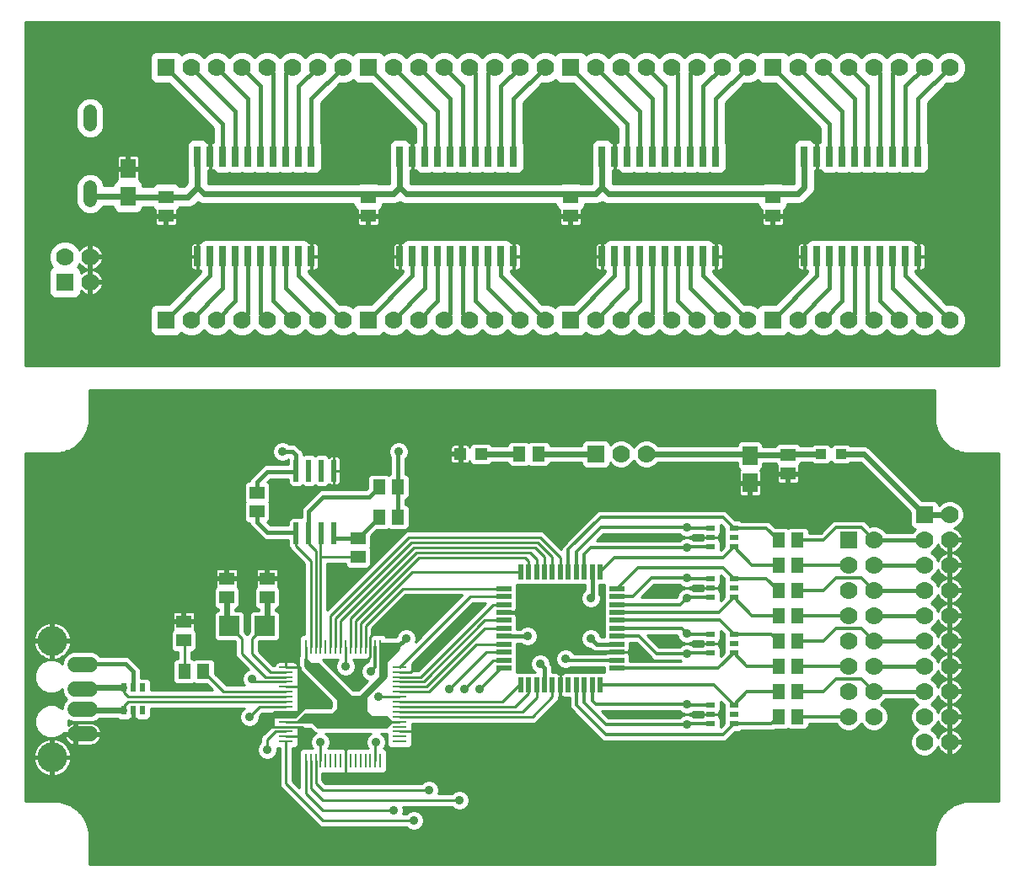
<source format=gtl>
G75*
%MOIN*%
%OFA0B0*%
%FSLAX25Y25*%
%IPPOS*%
%LPD*%
%AMOC8*
5,1,8,0,0,1.08239X$1,22.5*
%
%ADD10R,0.05906X0.05118*%
%ADD11C,0.05937*%
%ADD12C,0.11811*%
%ADD13R,0.07000X0.07000*%
%ADD14C,0.07000*%
%ADD15R,0.04724X0.04724*%
%ADD16R,0.05118X0.05906*%
%ADD17R,0.01969X0.08661*%
%ADD18R,0.05800X0.01100*%
%ADD19R,0.01100X0.05800*%
%ADD20R,0.05906X0.01969*%
%ADD21R,0.01969X0.05906*%
%ADD22R,0.07874X0.07874*%
%ADD23R,0.05906X0.07677*%
%ADD24R,0.03937X0.03937*%
%ADD25R,0.02362X0.03543*%
%ADD26R,0.03543X0.02362*%
%ADD27R,0.02600X0.08000*%
%ADD28C,0.05200*%
%ADD29C,0.01000*%
%ADD30C,0.01600*%
%ADD31C,0.03569*%
%ADD32C,0.00000*%
%ADD33C,0.00001*%
%ADD34C,0.01200*%
%ADD35C,0.02400*%
%ADD36OC8,0.03962*%
D10*
X0123479Y0098260D03*
X0123479Y0105740D03*
X0140479Y0115260D03*
X0140479Y0122740D03*
X0156479Y0122740D03*
X0156479Y0115260D03*
X0192479Y0131260D03*
X0192479Y0138740D03*
X0152479Y0149260D03*
X0152479Y0156740D03*
X0116479Y0266260D03*
X0116479Y0273740D03*
X0196479Y0273740D03*
X0196479Y0266260D03*
X0276479Y0266260D03*
X0276479Y0273740D03*
X0356479Y0273740D03*
X0356479Y0266260D03*
X0362479Y0171740D03*
X0362479Y0164260D03*
D11*
X0086471Y0088780D02*
X0080534Y0088780D01*
X0080534Y0078937D02*
X0086471Y0078937D01*
X0086471Y0071063D02*
X0080534Y0071063D01*
X0080534Y0061220D02*
X0086471Y0061220D01*
D12*
X0071479Y0051969D03*
X0071479Y0098031D03*
D13*
X0116479Y0225000D03*
X0076479Y0240000D03*
X0116479Y0325000D03*
X0196479Y0325000D03*
X0276479Y0325000D03*
X0356479Y0325000D03*
X0356479Y0225000D03*
X0286479Y0172000D03*
X0276479Y0225000D03*
X0196479Y0225000D03*
X0386479Y0138000D03*
X0416479Y0148000D03*
D14*
X0426479Y0148000D03*
X0426479Y0138000D03*
X0426479Y0128000D03*
X0416479Y0128000D03*
X0416479Y0138000D03*
X0396479Y0138000D03*
X0396479Y0128000D03*
X0386479Y0128000D03*
X0386479Y0118000D03*
X0396479Y0118000D03*
X0396479Y0108000D03*
X0386479Y0108000D03*
X0386479Y0098000D03*
X0396479Y0098000D03*
X0396479Y0088000D03*
X0386479Y0088000D03*
X0386479Y0078000D03*
X0396479Y0078000D03*
X0396479Y0068000D03*
X0386479Y0068000D03*
X0416479Y0068000D03*
X0426479Y0068000D03*
X0426479Y0078000D03*
X0416479Y0078000D03*
X0416479Y0088000D03*
X0426479Y0088000D03*
X0426479Y0098000D03*
X0416479Y0098000D03*
X0416479Y0108000D03*
X0426479Y0108000D03*
X0426479Y0118000D03*
X0416479Y0118000D03*
X0416479Y0058000D03*
X0426479Y0058000D03*
X0306479Y0172000D03*
X0296479Y0172000D03*
X0296479Y0225000D03*
X0286479Y0225000D03*
X0306479Y0225000D03*
X0316479Y0225000D03*
X0326479Y0225000D03*
X0336479Y0225000D03*
X0346479Y0225000D03*
X0366479Y0225000D03*
X0376479Y0225000D03*
X0386479Y0225000D03*
X0396479Y0225000D03*
X0406479Y0225000D03*
X0416479Y0225000D03*
X0426479Y0225000D03*
X0426479Y0325000D03*
X0416479Y0325000D03*
X0406479Y0325000D03*
X0396479Y0325000D03*
X0386479Y0325000D03*
X0376479Y0325000D03*
X0366479Y0325000D03*
X0346479Y0325000D03*
X0336479Y0325000D03*
X0326479Y0325000D03*
X0316479Y0325000D03*
X0306479Y0325000D03*
X0296479Y0325000D03*
X0286479Y0325000D03*
X0266479Y0325000D03*
X0256479Y0325000D03*
X0246479Y0325000D03*
X0236479Y0325000D03*
X0226479Y0325000D03*
X0216479Y0325000D03*
X0206479Y0325000D03*
X0186479Y0325000D03*
X0176479Y0325000D03*
X0166479Y0325000D03*
X0156479Y0325000D03*
X0146479Y0325000D03*
X0136479Y0325000D03*
X0126479Y0325000D03*
X0086479Y0250000D03*
X0086479Y0240000D03*
X0076479Y0250000D03*
X0126479Y0225000D03*
X0136479Y0225000D03*
X0146479Y0225000D03*
X0156479Y0225000D03*
X0166479Y0225000D03*
X0176479Y0225000D03*
X0186479Y0225000D03*
X0206479Y0225000D03*
X0216479Y0225000D03*
X0226479Y0225000D03*
X0236479Y0225000D03*
X0246479Y0225000D03*
X0256479Y0225000D03*
X0266479Y0225000D03*
D15*
X0241113Y0172000D03*
X0232845Y0172000D03*
D16*
X0256239Y0172000D03*
X0263719Y0172000D03*
X0208219Y0159000D03*
X0200739Y0159000D03*
X0200739Y0147000D03*
X0208219Y0147000D03*
X0131219Y0086000D03*
X0123739Y0086000D03*
X0358739Y0088000D03*
X0366219Y0088000D03*
X0366219Y0098000D03*
X0358739Y0098000D03*
X0358739Y0108000D03*
X0366219Y0108000D03*
X0366219Y0118000D03*
X0358739Y0118000D03*
X0358739Y0128000D03*
X0366219Y0128000D03*
X0366219Y0138000D03*
X0358739Y0138000D03*
X0358739Y0078000D03*
X0366219Y0078000D03*
X0366219Y0068000D03*
X0358739Y0068000D03*
D17*
X0182939Y0140583D03*
X0177939Y0140583D03*
X0172939Y0140583D03*
X0167979Y0140583D03*
X0167979Y0165417D03*
X0172979Y0165417D03*
X0177979Y0165417D03*
X0182979Y0165417D03*
D18*
X0163979Y0087800D03*
X0163979Y0085800D03*
X0163979Y0083800D03*
X0163979Y0081900D03*
X0163979Y0079900D03*
X0163979Y0077900D03*
X0163979Y0076000D03*
X0163979Y0074000D03*
X0163979Y0072000D03*
X0163979Y0070000D03*
X0163979Y0068100D03*
X0163979Y0066100D03*
X0163979Y0064100D03*
X0163979Y0062200D03*
X0163979Y0060200D03*
X0163979Y0058200D03*
X0208979Y0058200D03*
X0208979Y0060200D03*
X0208979Y0062200D03*
X0208979Y0064100D03*
X0208979Y0066100D03*
X0208979Y0068100D03*
X0208979Y0070000D03*
X0208979Y0072000D03*
X0208979Y0074000D03*
X0208979Y0076000D03*
X0208979Y0077900D03*
X0208979Y0079900D03*
X0208979Y0081900D03*
X0208979Y0083800D03*
X0208979Y0085800D03*
X0208979Y0087800D03*
D19*
X0201279Y0095500D03*
X0199279Y0095500D03*
X0197279Y0095500D03*
X0195379Y0095500D03*
X0193379Y0095500D03*
X0191379Y0095500D03*
X0189479Y0095500D03*
X0187479Y0095500D03*
X0185479Y0095500D03*
X0183479Y0095500D03*
X0181579Y0095500D03*
X0179579Y0095500D03*
X0177579Y0095500D03*
X0175679Y0095500D03*
X0173679Y0095500D03*
X0171679Y0095500D03*
X0171679Y0050500D03*
X0173679Y0050500D03*
X0175679Y0050500D03*
X0177579Y0050500D03*
X0179579Y0050500D03*
X0181579Y0050500D03*
X0183479Y0050500D03*
X0185479Y0050500D03*
X0187479Y0050500D03*
X0189479Y0050500D03*
X0191379Y0050500D03*
X0193379Y0050500D03*
X0195379Y0050500D03*
X0197279Y0050500D03*
X0199279Y0050500D03*
X0201279Y0050500D03*
D20*
X0250038Y0087252D03*
X0250038Y0090402D03*
X0250038Y0093551D03*
X0250038Y0096701D03*
X0250038Y0099850D03*
X0250038Y0103000D03*
X0250038Y0106150D03*
X0250038Y0109299D03*
X0250038Y0112449D03*
X0250038Y0115598D03*
X0250038Y0118748D03*
X0294920Y0118748D03*
X0294920Y0115598D03*
X0294920Y0112449D03*
X0294920Y0109299D03*
X0294920Y0106150D03*
X0294920Y0103000D03*
X0294920Y0099850D03*
X0294920Y0096701D03*
X0294920Y0093551D03*
X0294920Y0090402D03*
X0294920Y0087252D03*
D21*
X0288227Y0080559D03*
X0285077Y0080559D03*
X0281928Y0080559D03*
X0278778Y0080559D03*
X0275628Y0080559D03*
X0272479Y0080559D03*
X0269329Y0080559D03*
X0266180Y0080559D03*
X0263030Y0080559D03*
X0259880Y0080559D03*
X0256731Y0080559D03*
X0256731Y0125441D03*
X0259880Y0125441D03*
X0263030Y0125441D03*
X0266180Y0125441D03*
X0269329Y0125441D03*
X0272479Y0125441D03*
X0275628Y0125441D03*
X0278778Y0125441D03*
X0281928Y0125441D03*
X0285077Y0125441D03*
X0288227Y0125441D03*
D22*
X0155565Y0104000D03*
X0141392Y0104000D03*
D23*
X0347479Y0160587D03*
X0347479Y0171413D03*
X0101479Y0274087D03*
X0101479Y0284913D03*
D24*
X0375542Y0172000D03*
X0383416Y0172000D03*
D25*
X0107219Y0079528D03*
X0103479Y0079528D03*
X0099739Y0079528D03*
X0099739Y0070472D03*
X0103479Y0070472D03*
X0107219Y0070472D03*
D26*
X0331951Y0069000D03*
X0331951Y0065260D03*
X0331951Y0072740D03*
X0341006Y0072740D03*
X0341006Y0069000D03*
X0341006Y0065260D03*
X0341006Y0093260D03*
X0341006Y0097000D03*
X0341006Y0100740D03*
X0331951Y0100740D03*
X0331951Y0097000D03*
X0331951Y0093260D03*
X0331951Y0115260D03*
X0331951Y0119000D03*
X0331951Y0122740D03*
X0341006Y0122740D03*
X0341006Y0119000D03*
X0341006Y0115260D03*
X0341006Y0135260D03*
X0341006Y0139000D03*
X0341006Y0142740D03*
X0331951Y0142740D03*
X0331951Y0139000D03*
X0331951Y0135260D03*
D27*
X0333979Y0250200D03*
X0328979Y0250200D03*
X0323979Y0250200D03*
X0318979Y0250200D03*
X0313979Y0250200D03*
X0308979Y0250200D03*
X0303979Y0250200D03*
X0298979Y0250200D03*
X0293979Y0250200D03*
X0288979Y0250200D03*
X0253979Y0250200D03*
X0248979Y0250200D03*
X0243979Y0250200D03*
X0238979Y0250200D03*
X0233979Y0250200D03*
X0228979Y0250200D03*
X0223979Y0250200D03*
X0218979Y0250200D03*
X0213979Y0250200D03*
X0208979Y0250200D03*
X0173979Y0250200D03*
X0168979Y0250200D03*
X0163979Y0250200D03*
X0158979Y0250200D03*
X0153979Y0250200D03*
X0148979Y0250200D03*
X0143979Y0250200D03*
X0138979Y0250200D03*
X0133979Y0250200D03*
X0128979Y0250200D03*
X0128979Y0289800D03*
X0133979Y0289800D03*
X0138979Y0289800D03*
X0143979Y0289800D03*
X0148979Y0289800D03*
X0153979Y0289800D03*
X0158979Y0289800D03*
X0163979Y0289800D03*
X0168979Y0289800D03*
X0173979Y0289800D03*
X0208979Y0289800D03*
X0213979Y0289800D03*
X0218979Y0289800D03*
X0223979Y0289800D03*
X0228979Y0289800D03*
X0233979Y0289800D03*
X0238979Y0289800D03*
X0243979Y0289800D03*
X0248979Y0289800D03*
X0253979Y0289800D03*
X0288979Y0289800D03*
X0293979Y0289800D03*
X0298979Y0289800D03*
X0303979Y0289800D03*
X0308979Y0289800D03*
X0313979Y0289800D03*
X0318979Y0289800D03*
X0323979Y0289800D03*
X0328979Y0289800D03*
X0333979Y0289800D03*
X0368979Y0289800D03*
X0373979Y0289800D03*
X0378979Y0289800D03*
X0383979Y0289800D03*
X0388979Y0289800D03*
X0393979Y0289800D03*
X0398979Y0289800D03*
X0403979Y0289800D03*
X0408979Y0289800D03*
X0413979Y0289800D03*
X0413979Y0250200D03*
X0408979Y0250200D03*
X0403979Y0250200D03*
X0398979Y0250200D03*
X0393979Y0250200D03*
X0388979Y0250200D03*
X0383979Y0250200D03*
X0378979Y0250200D03*
X0373979Y0250200D03*
X0368979Y0250200D03*
D28*
X0086479Y0272400D02*
X0086479Y0277600D01*
X0086479Y0302400D02*
X0086479Y0307600D01*
D29*
X0060979Y0172191D02*
X0060979Y0034659D01*
X0071443Y0034659D01*
X0071509Y0034716D01*
X0072302Y0034659D01*
X0073097Y0034659D01*
X0073158Y0034598D01*
X0073360Y0034583D01*
X0073504Y0034676D01*
X0074207Y0034523D01*
X0074925Y0034471D01*
X0075037Y0034342D01*
X0075318Y0034281D01*
X0075473Y0034352D01*
X0076148Y0034101D01*
X0076851Y0033948D01*
X0076943Y0033804D01*
X0077212Y0033704D01*
X0077376Y0033752D01*
X0078008Y0033407D01*
X0078682Y0033155D01*
X0078753Y0033000D01*
X0079005Y0032862D01*
X0079174Y0032887D01*
X0079750Y0032455D01*
X0080382Y0032110D01*
X0080430Y0031946D01*
X0080660Y0031774D01*
X0080831Y0031774D01*
X0081340Y0031265D01*
X0081916Y0030834D01*
X0081940Y0030665D01*
X0082144Y0030462D01*
X0082313Y0030437D01*
X0082744Y0029861D01*
X0083253Y0029352D01*
X0083253Y0029182D01*
X0083425Y0028952D01*
X0083589Y0028903D01*
X0083934Y0028272D01*
X0084365Y0027696D01*
X0084341Y0027527D01*
X0084479Y0027274D01*
X0084634Y0027203D01*
X0084886Y0026529D01*
X0085230Y0025897D01*
X0085182Y0025733D01*
X0085283Y0025464D01*
X0085426Y0025372D01*
X0085579Y0024669D01*
X0085831Y0023994D01*
X0085760Y0023839D01*
X0085821Y0023558D01*
X0085950Y0023446D01*
X0086002Y0022728D01*
X0086154Y0022025D01*
X0086062Y0021882D01*
X0086077Y0021679D01*
X0086138Y0021618D01*
X0086138Y0020823D01*
X0086194Y0020030D01*
X0086138Y0019965D01*
X0086138Y0009500D01*
X0420520Y0009500D01*
X0420520Y0019965D01*
X0420464Y0020030D01*
X0420520Y0020823D01*
X0420520Y0021618D01*
X0420582Y0021679D01*
X0420596Y0021882D01*
X0420504Y0022025D01*
X0420657Y0022729D01*
X0420708Y0023446D01*
X0420837Y0023558D01*
X0420898Y0023839D01*
X0420827Y0023994D01*
X0421079Y0024669D01*
X0421232Y0025372D01*
X0421376Y0025464D01*
X0421476Y0025733D01*
X0421428Y0025897D01*
X0421773Y0026529D01*
X0422024Y0027203D01*
X0422180Y0027274D01*
X0422317Y0027527D01*
X0422293Y0027696D01*
X0422724Y0028272D01*
X0423069Y0028903D01*
X0423233Y0028952D01*
X0423405Y0029182D01*
X0423405Y0029352D01*
X0423914Y0029861D01*
X0424345Y0030437D01*
X0424515Y0030462D01*
X0424718Y0030665D01*
X0424742Y0030834D01*
X0425318Y0031265D01*
X0425827Y0031774D01*
X0425998Y0031774D01*
X0426228Y0031946D01*
X0426276Y0032110D01*
X0426908Y0032455D01*
X0427484Y0032887D01*
X0427653Y0032862D01*
X0427905Y0033000D01*
X0427976Y0033155D01*
X0428650Y0033407D01*
X0429282Y0033752D01*
X0429446Y0033704D01*
X0429715Y0033804D01*
X0429808Y0033948D01*
X0430511Y0034101D01*
X0431185Y0034352D01*
X0431341Y0034281D01*
X0431621Y0034342D01*
X0431733Y0034471D01*
X0432451Y0034523D01*
X0433154Y0034676D01*
X0433298Y0034583D01*
X0433500Y0034598D01*
X0433562Y0034659D01*
X0434356Y0034659D01*
X0435149Y0034716D01*
X0435215Y0034659D01*
X0445680Y0034659D01*
X0445680Y0172191D01*
X0435215Y0172191D01*
X0435149Y0172135D01*
X0434356Y0172191D01*
X0433562Y0172191D01*
X0433500Y0172253D01*
X0433298Y0172267D01*
X0433154Y0172175D01*
X0432451Y0172328D01*
X0431733Y0172379D01*
X0431621Y0172508D01*
X0431341Y0172569D01*
X0431185Y0172498D01*
X0430511Y0172750D01*
X0429808Y0172903D01*
X0429715Y0173046D01*
X0429446Y0173147D01*
X0429282Y0173099D01*
X0428650Y0173444D01*
X0427976Y0173695D01*
X0427905Y0173851D01*
X0427653Y0173988D01*
X0427484Y0173964D01*
X0426908Y0174395D01*
X0426276Y0174740D01*
X0426228Y0174904D01*
X0425998Y0175076D01*
X0425827Y0175076D01*
X0425318Y0175585D01*
X0424742Y0176016D01*
X0424718Y0176185D01*
X0424515Y0176389D01*
X0424345Y0176413D01*
X0423914Y0176989D01*
X0423405Y0177498D01*
X0423405Y0177669D01*
X0423233Y0177899D01*
X0423069Y0177947D01*
X0422724Y0178579D01*
X0422293Y0179155D01*
X0422317Y0179324D01*
X0422180Y0179576D01*
X0422024Y0179647D01*
X0421773Y0180321D01*
X0421428Y0180953D01*
X0421476Y0181117D01*
X0421376Y0181386D01*
X0421232Y0181478D01*
X0421079Y0182182D01*
X0420827Y0182856D01*
X0420898Y0183011D01*
X0420837Y0183292D01*
X0420708Y0183404D01*
X0420657Y0184122D01*
X0420504Y0184825D01*
X0420596Y0184969D01*
X0420582Y0185171D01*
X0420520Y0185233D01*
X0420520Y0186027D01*
X0420464Y0186820D01*
X0420520Y0186886D01*
X0420520Y0197350D01*
X0086138Y0197350D01*
X0086138Y0186886D01*
X0086194Y0186820D01*
X0086138Y0186027D01*
X0086138Y0185233D01*
X0086077Y0185171D01*
X0086062Y0184969D01*
X0086154Y0184825D01*
X0086002Y0184122D01*
X0085950Y0183404D01*
X0085821Y0183292D01*
X0085760Y0183011D01*
X0085831Y0182856D01*
X0085579Y0182182D01*
X0085426Y0181478D01*
X0085283Y0181386D01*
X0085182Y0181117D01*
X0085230Y0180953D01*
X0084886Y0180321D01*
X0084634Y0179647D01*
X0084479Y0179576D01*
X0084341Y0179324D01*
X0084365Y0179155D01*
X0083934Y0178579D01*
X0083589Y0177947D01*
X0083425Y0177899D01*
X0083253Y0177669D01*
X0083253Y0177498D01*
X0082744Y0176989D01*
X0082313Y0176413D01*
X0082144Y0176389D01*
X0081940Y0176185D01*
X0081916Y0176016D01*
X0081340Y0175585D01*
X0080831Y0175076D01*
X0080660Y0175076D01*
X0080430Y0174904D01*
X0080382Y0174740D01*
X0079750Y0174395D01*
X0079174Y0173964D01*
X0079005Y0173988D01*
X0078753Y0173851D01*
X0078682Y0173695D01*
X0078008Y0173444D01*
X0077376Y0173099D01*
X0077212Y0173147D01*
X0076943Y0173046D01*
X0076851Y0172903D01*
X0076147Y0172750D01*
X0075473Y0172498D01*
X0075318Y0172569D01*
X0075037Y0172508D01*
X0074925Y0172379D01*
X0074207Y0172328D01*
X0073504Y0172175D01*
X0073360Y0172267D01*
X0073158Y0172253D01*
X0073097Y0172191D01*
X0072302Y0172191D01*
X0071509Y0172135D01*
X0071443Y0172191D01*
X0060979Y0172191D01*
X0060979Y0171751D02*
X0158792Y0171751D01*
X0158594Y0172227D02*
X0159186Y0170800D01*
X0160278Y0169707D01*
X0161706Y0169116D01*
X0163251Y0169116D01*
X0164679Y0169707D01*
X0164894Y0169923D01*
X0164894Y0167900D01*
X0155902Y0167900D01*
X0154836Y0167458D01*
X0154020Y0166643D01*
X0150020Y0162643D01*
X0149579Y0161577D01*
X0149579Y0161399D01*
X0148656Y0161399D01*
X0147426Y0160169D01*
X0147426Y0153311D01*
X0147737Y0153000D01*
X0147426Y0152689D01*
X0147426Y0145831D01*
X0148656Y0144601D01*
X0149579Y0144601D01*
X0149579Y0144423D01*
X0150020Y0143357D01*
X0154020Y0139357D01*
X0154836Y0138541D01*
X0155902Y0138100D01*
X0164894Y0138100D01*
X0164894Y0135382D01*
X0165439Y0134838D01*
X0165775Y0134027D01*
X0166506Y0133296D01*
X0171079Y0128723D01*
X0171079Y0100500D01*
X0170259Y0100500D01*
X0169029Y0099270D01*
X0169029Y0091879D01*
X0168879Y0091517D01*
X0168879Y0087483D01*
X0169275Y0086527D01*
X0170006Y0085796D01*
X0181879Y0073923D01*
X0181879Y0072077D01*
X0181402Y0071600D01*
X0170962Y0071600D01*
X0170006Y0071204D01*
X0169275Y0070473D01*
X0168379Y0069577D01*
X0168379Y0069980D01*
X0168979Y0070580D01*
X0168979Y0079320D01*
X0168399Y0079900D01*
X0168979Y0080480D01*
X0168979Y0087220D01*
X0168379Y0087820D01*
X0168379Y0088547D01*
X0168277Y0088929D01*
X0168079Y0089271D01*
X0167800Y0089550D01*
X0167458Y0089748D01*
X0167076Y0089850D01*
X0163979Y0089850D01*
X0163979Y0088450D01*
X0163979Y0088450D01*
X0163979Y0089850D01*
X0160881Y0089850D01*
X0160500Y0089748D01*
X0160158Y0089550D01*
X0159878Y0089271D01*
X0159681Y0088929D01*
X0159579Y0088547D01*
X0159579Y0088400D01*
X0158756Y0088400D01*
X0153079Y0094077D01*
X0153079Y0097836D01*
X0153205Y0097963D01*
X0160372Y0097963D01*
X0161602Y0099193D01*
X0161602Y0108807D01*
X0160372Y0110037D01*
X0159779Y0110037D01*
X0159779Y0110601D01*
X0160301Y0110601D01*
X0161531Y0111831D01*
X0161531Y0118689D01*
X0160752Y0119468D01*
X0160829Y0119602D01*
X0160931Y0119984D01*
X0160931Y0122240D01*
X0156979Y0122240D01*
X0156979Y0123240D01*
X0160931Y0123240D01*
X0160931Y0125497D01*
X0160829Y0125878D01*
X0160632Y0126220D01*
X0160353Y0126499D01*
X0160010Y0126697D01*
X0159629Y0126799D01*
X0156979Y0126799D01*
X0156979Y0123240D01*
X0155979Y0123240D01*
X0155979Y0126799D01*
X0153328Y0126799D01*
X0152947Y0126697D01*
X0152605Y0126499D01*
X0152326Y0126220D01*
X0152128Y0125878D01*
X0152026Y0125497D01*
X0152026Y0123240D01*
X0155979Y0123240D01*
X0155979Y0122240D01*
X0152026Y0122240D01*
X0152026Y0119984D01*
X0152128Y0119602D01*
X0152206Y0119468D01*
X0151426Y0118689D01*
X0151426Y0111831D01*
X0152656Y0110601D01*
X0153179Y0110601D01*
X0153179Y0110037D01*
X0150758Y0110037D01*
X0149528Y0108807D01*
X0149528Y0101640D01*
X0148479Y0100590D01*
X0147429Y0101640D01*
X0147429Y0108807D01*
X0146199Y0110037D01*
X0143779Y0110037D01*
X0143779Y0110601D01*
X0144301Y0110601D01*
X0145531Y0111831D01*
X0145531Y0118689D01*
X0144752Y0119468D01*
X0144829Y0119602D01*
X0144931Y0119984D01*
X0144931Y0122240D01*
X0140979Y0122240D01*
X0140979Y0123240D01*
X0144931Y0123240D01*
X0144931Y0125497D01*
X0144829Y0125878D01*
X0144632Y0126220D01*
X0144353Y0126499D01*
X0144010Y0126697D01*
X0143629Y0126799D01*
X0140979Y0126799D01*
X0140979Y0123240D01*
X0139979Y0123240D01*
X0139979Y0126799D01*
X0137328Y0126799D01*
X0136947Y0126697D01*
X0136605Y0126499D01*
X0136326Y0126220D01*
X0136128Y0125878D01*
X0136026Y0125497D01*
X0136026Y0123240D01*
X0139979Y0123240D01*
X0139979Y0122240D01*
X0136026Y0122240D01*
X0136026Y0119984D01*
X0136128Y0119602D01*
X0136205Y0119468D01*
X0135426Y0118689D01*
X0135426Y0111831D01*
X0136656Y0110601D01*
X0137179Y0110601D01*
X0137179Y0110037D01*
X0136585Y0110037D01*
X0135355Y0108807D01*
X0135355Y0099193D01*
X0136585Y0097963D01*
X0143752Y0097963D01*
X0143879Y0097836D01*
X0143879Y0092483D01*
X0144275Y0091527D01*
X0145006Y0090796D01*
X0149149Y0086653D01*
X0148278Y0086293D01*
X0147186Y0085200D01*
X0146594Y0083773D01*
X0146594Y0082227D01*
X0147186Y0080800D01*
X0147486Y0080500D01*
X0140396Y0080500D01*
X0135878Y0085018D01*
X0135878Y0089823D01*
X0134648Y0091053D01*
X0127790Y0091053D01*
X0127479Y0090741D01*
X0127167Y0091053D01*
X0126339Y0091053D01*
X0126339Y0093601D01*
X0127301Y0093601D01*
X0128531Y0094831D01*
X0128531Y0101689D01*
X0127752Y0102468D01*
X0127829Y0102602D01*
X0127931Y0102984D01*
X0127931Y0105240D01*
X0123979Y0105240D01*
X0123979Y0106240D01*
X0127931Y0106240D01*
X0127931Y0108497D01*
X0127829Y0108878D01*
X0127632Y0109220D01*
X0127353Y0109499D01*
X0127010Y0109697D01*
X0126629Y0109799D01*
X0123979Y0109799D01*
X0123979Y0106240D01*
X0122979Y0106240D01*
X0122979Y0109799D01*
X0120328Y0109799D01*
X0119947Y0109697D01*
X0119605Y0109499D01*
X0119326Y0109220D01*
X0119128Y0108878D01*
X0119026Y0108497D01*
X0119026Y0106240D01*
X0122979Y0106240D01*
X0122979Y0105240D01*
X0119026Y0105240D01*
X0119026Y0102984D01*
X0119128Y0102602D01*
X0119205Y0102468D01*
X0118426Y0101689D01*
X0118426Y0094831D01*
X0119656Y0093601D01*
X0121139Y0093601D01*
X0121139Y0091053D01*
X0120310Y0091053D01*
X0119080Y0089823D01*
X0119080Y0082177D01*
X0120310Y0080947D01*
X0127167Y0080947D01*
X0127479Y0081259D01*
X0127790Y0080947D01*
X0132595Y0080947D01*
X0134942Y0078600D01*
X0110500Y0078600D01*
X0110500Y0082169D01*
X0109270Y0083399D01*
X0106379Y0083399D01*
X0106379Y0086577D01*
X0105937Y0087643D01*
X0102937Y0090643D01*
X0102121Y0091458D01*
X0101056Y0091900D01*
X0090518Y0091900D01*
X0089342Y0093076D01*
X0087479Y0093848D01*
X0079526Y0093848D01*
X0077663Y0093076D01*
X0076237Y0091651D01*
X0075465Y0089788D01*
X0075465Y0088904D01*
X0074861Y0089509D01*
X0072411Y0090524D01*
X0069759Y0090524D01*
X0067309Y0089509D01*
X0065434Y0087634D01*
X0064420Y0085184D01*
X0064420Y0082532D01*
X0065434Y0080083D01*
X0067309Y0078208D01*
X0069759Y0077193D01*
X0072411Y0077193D01*
X0074861Y0078208D01*
X0075465Y0078812D01*
X0075465Y0077929D01*
X0076237Y0076066D01*
X0077303Y0075000D01*
X0076237Y0073934D01*
X0075465Y0072071D01*
X0075465Y0071188D01*
X0074861Y0071792D01*
X0072411Y0072807D01*
X0069759Y0072807D01*
X0067309Y0071792D01*
X0065434Y0069917D01*
X0064420Y0067468D01*
X0064420Y0064816D01*
X0065434Y0062366D01*
X0067309Y0060491D01*
X0069759Y0059476D01*
X0072411Y0059476D01*
X0074861Y0060491D01*
X0076089Y0061719D01*
X0076086Y0061705D01*
X0080050Y0061705D01*
X0080050Y0065668D01*
X0079487Y0065579D01*
X0078819Y0065362D01*
X0078192Y0065042D01*
X0077694Y0064681D01*
X0077750Y0064816D01*
X0077750Y0066730D01*
X0079526Y0065994D01*
X0087479Y0065994D01*
X0089342Y0066766D01*
X0089748Y0067172D01*
X0097116Y0067172D01*
X0097688Y0066601D01*
X0101790Y0066601D01*
X0102390Y0067201D01*
X0103388Y0067201D01*
X0103388Y0070382D01*
X0103569Y0070382D01*
X0103569Y0067201D01*
X0104568Y0067201D01*
X0105168Y0066601D01*
X0109270Y0066601D01*
X0110500Y0067831D01*
X0110500Y0071400D01*
X0147537Y0071400D01*
X0147278Y0071293D01*
X0146186Y0070200D01*
X0145594Y0068773D01*
X0145594Y0067227D01*
X0146186Y0065800D01*
X0147278Y0064707D01*
X0148706Y0064116D01*
X0150251Y0064116D01*
X0151679Y0064707D01*
X0152772Y0065800D01*
X0153363Y0067227D01*
X0153363Y0068207D01*
X0154556Y0069400D01*
X0159579Y0069400D01*
X0159579Y0069253D01*
X0159633Y0069050D01*
X0159579Y0068847D01*
X0159579Y0068120D01*
X0158979Y0067520D01*
X0158979Y0064724D01*
X0158206Y0064404D01*
X0155006Y0061204D01*
X0154275Y0060473D01*
X0153879Y0059517D01*
X0153879Y0057893D01*
X0153186Y0057200D01*
X0152594Y0055773D01*
X0152594Y0054227D01*
X0153186Y0052800D01*
X0154278Y0051707D01*
X0155706Y0051116D01*
X0157251Y0051116D01*
X0158679Y0051707D01*
X0159772Y0052800D01*
X0160363Y0054227D01*
X0160363Y0055550D01*
X0161379Y0055550D01*
X0161379Y0040983D01*
X0161775Y0040027D01*
X0176275Y0025527D01*
X0177006Y0024796D01*
X0177962Y0024400D01*
X0211586Y0024400D01*
X0212278Y0023707D01*
X0213706Y0023116D01*
X0215251Y0023116D01*
X0216679Y0023707D01*
X0217772Y0024800D01*
X0218363Y0026227D01*
X0218363Y0027773D01*
X0217772Y0029200D01*
X0216679Y0030293D01*
X0215251Y0030884D01*
X0213706Y0030884D01*
X0212278Y0030293D01*
X0211586Y0029600D01*
X0210103Y0029600D01*
X0210363Y0030227D01*
X0210363Y0031773D01*
X0210103Y0032400D01*
X0229586Y0032400D01*
X0230278Y0031707D01*
X0231706Y0031116D01*
X0233251Y0031116D01*
X0234679Y0031707D01*
X0235772Y0032800D01*
X0236363Y0034227D01*
X0236363Y0035773D01*
X0235772Y0037200D01*
X0234679Y0038293D01*
X0233251Y0038884D01*
X0231706Y0038884D01*
X0230278Y0038293D01*
X0229586Y0037600D01*
X0224103Y0037600D01*
X0224363Y0038227D01*
X0224363Y0039773D01*
X0223772Y0041200D01*
X0222679Y0042293D01*
X0221251Y0042884D01*
X0219706Y0042884D01*
X0218278Y0042293D01*
X0217586Y0041600D01*
X0179556Y0041600D01*
X0178279Y0042877D01*
X0178279Y0045500D01*
X0186899Y0045500D01*
X0187479Y0046080D01*
X0188059Y0045500D01*
X0202699Y0045500D01*
X0203929Y0046730D01*
X0203929Y0054270D01*
X0202699Y0055500D01*
X0202472Y0055500D01*
X0202772Y0055800D01*
X0203363Y0057227D01*
X0203363Y0058773D01*
X0202772Y0060200D01*
X0201679Y0061293D01*
X0201420Y0061400D01*
X0203979Y0061400D01*
X0203979Y0056780D01*
X0205209Y0055550D01*
X0212749Y0055550D01*
X0213979Y0056780D01*
X0213979Y0061620D01*
X0213449Y0062150D01*
X0213979Y0062680D01*
X0213979Y0065400D01*
X0261996Y0065400D01*
X0262952Y0065796D01*
X0263683Y0066527D01*
X0271533Y0074378D01*
X0271929Y0075333D01*
X0271929Y0076106D01*
X0272479Y0076106D01*
X0273174Y0076106D01*
X0273774Y0075506D01*
X0276078Y0075506D01*
X0276078Y0072164D01*
X0276489Y0071171D01*
X0288949Y0058711D01*
X0289942Y0058300D01*
X0337284Y0058300D01*
X0338276Y0058711D01*
X0341544Y0061979D01*
X0343648Y0061979D01*
X0344229Y0062560D01*
X0356535Y0062560D01*
X0357471Y0062947D01*
X0362167Y0062947D01*
X0362479Y0063259D01*
X0362790Y0062947D01*
X0369648Y0062947D01*
X0370878Y0064177D01*
X0370878Y0065300D01*
X0381536Y0065300D01*
X0381731Y0064828D01*
X0383307Y0063253D01*
X0385365Y0062400D01*
X0387593Y0062400D01*
X0389651Y0063253D01*
X0391226Y0064828D01*
X0391479Y0065438D01*
X0391731Y0064828D01*
X0393307Y0063253D01*
X0395365Y0062400D01*
X0397593Y0062400D01*
X0399651Y0063253D01*
X0401226Y0064828D01*
X0402079Y0066886D01*
X0402079Y0069114D01*
X0401226Y0071172D01*
X0399651Y0072747D01*
X0399041Y0073000D01*
X0399651Y0073253D01*
X0401226Y0074828D01*
X0401339Y0075100D01*
X0411619Y0075100D01*
X0411731Y0074828D01*
X0413307Y0073253D01*
X0413916Y0073000D01*
X0413307Y0072747D01*
X0411731Y0071172D01*
X0410879Y0069114D01*
X0410879Y0066886D01*
X0411731Y0064828D01*
X0413307Y0063253D01*
X0413916Y0063000D01*
X0413307Y0062747D01*
X0411731Y0061172D01*
X0410879Y0059114D01*
X0410879Y0056886D01*
X0411731Y0054828D01*
X0413307Y0053253D01*
X0415365Y0052400D01*
X0417593Y0052400D01*
X0419651Y0053253D01*
X0421226Y0054828D01*
X0421801Y0056216D01*
X0421845Y0056081D01*
X0422202Y0055379D01*
X0422665Y0054743D01*
X0423221Y0054186D01*
X0423858Y0053724D01*
X0424559Y0053366D01*
X0425308Y0053123D01*
X0425994Y0053014D01*
X0425994Y0057516D01*
X0426963Y0057516D01*
X0426963Y0058484D01*
X0431464Y0058484D01*
X0431356Y0059171D01*
X0431112Y0059919D01*
X0430755Y0060621D01*
X0430293Y0061257D01*
X0429736Y0061814D01*
X0429099Y0062276D01*
X0428398Y0062634D01*
X0427650Y0062877D01*
X0426963Y0062986D01*
X0426963Y0058484D01*
X0425994Y0058484D01*
X0425994Y0062986D01*
X0425308Y0062877D01*
X0424559Y0062634D01*
X0423858Y0062276D01*
X0423221Y0061814D01*
X0422665Y0061257D01*
X0422202Y0060621D01*
X0421845Y0059919D01*
X0421801Y0059784D01*
X0421226Y0061172D01*
X0419651Y0062747D01*
X0419041Y0063000D01*
X0419651Y0063253D01*
X0421226Y0064828D01*
X0421801Y0066216D01*
X0421845Y0066081D01*
X0422202Y0065379D01*
X0422665Y0064743D01*
X0423221Y0064186D01*
X0423858Y0063724D01*
X0424559Y0063366D01*
X0425308Y0063123D01*
X0425994Y0063014D01*
X0425994Y0067516D01*
X0426963Y0067516D01*
X0426963Y0068484D01*
X0431464Y0068484D01*
X0431356Y0069171D01*
X0431112Y0069919D01*
X0430755Y0070621D01*
X0430293Y0071257D01*
X0429736Y0071814D01*
X0429099Y0072276D01*
X0428398Y0072634D01*
X0427650Y0072877D01*
X0426963Y0072986D01*
X0426963Y0068484D01*
X0425994Y0068484D01*
X0425994Y0072986D01*
X0425308Y0072877D01*
X0424559Y0072634D01*
X0423858Y0072276D01*
X0423221Y0071814D01*
X0422665Y0071257D01*
X0422202Y0070621D01*
X0421845Y0069919D01*
X0421801Y0069784D01*
X0421226Y0071172D01*
X0419651Y0072747D01*
X0419041Y0073000D01*
X0419651Y0073253D01*
X0421226Y0074828D01*
X0421801Y0076216D01*
X0421845Y0076081D01*
X0422202Y0075379D01*
X0422665Y0074743D01*
X0423221Y0074186D01*
X0423858Y0073724D01*
X0424559Y0073366D01*
X0425308Y0073123D01*
X0425994Y0073014D01*
X0425994Y0077516D01*
X0426963Y0077516D01*
X0426963Y0078484D01*
X0431464Y0078484D01*
X0431356Y0079171D01*
X0431112Y0079919D01*
X0430755Y0080621D01*
X0430293Y0081257D01*
X0429736Y0081814D01*
X0429099Y0082276D01*
X0428398Y0082634D01*
X0427650Y0082877D01*
X0426963Y0082986D01*
X0426963Y0078484D01*
X0425994Y0078484D01*
X0425994Y0082986D01*
X0425308Y0082877D01*
X0424559Y0082634D01*
X0423858Y0082276D01*
X0423221Y0081814D01*
X0422665Y0081257D01*
X0422202Y0080621D01*
X0421845Y0079919D01*
X0421801Y0079784D01*
X0421226Y0081172D01*
X0419651Y0082747D01*
X0419041Y0083000D01*
X0419651Y0083253D01*
X0421226Y0084828D01*
X0421801Y0086216D01*
X0421845Y0086081D01*
X0422202Y0085379D01*
X0422665Y0084743D01*
X0423221Y0084186D01*
X0423858Y0083724D01*
X0424559Y0083366D01*
X0425308Y0083123D01*
X0425994Y0083014D01*
X0425994Y0087516D01*
X0426963Y0087516D01*
X0426963Y0088484D01*
X0431464Y0088484D01*
X0431356Y0089171D01*
X0431112Y0089919D01*
X0430755Y0090621D01*
X0430293Y0091257D01*
X0429736Y0091814D01*
X0429099Y0092276D01*
X0428398Y0092634D01*
X0427650Y0092877D01*
X0426963Y0092986D01*
X0426963Y0088484D01*
X0425994Y0088484D01*
X0425994Y0092986D01*
X0425308Y0092877D01*
X0424559Y0092634D01*
X0423858Y0092276D01*
X0423221Y0091814D01*
X0422665Y0091257D01*
X0422202Y0090621D01*
X0421845Y0089919D01*
X0421801Y0089784D01*
X0421226Y0091172D01*
X0419651Y0092747D01*
X0419041Y0093000D01*
X0419651Y0093253D01*
X0421226Y0094828D01*
X0421801Y0096216D01*
X0421845Y0096081D01*
X0422202Y0095379D01*
X0422665Y0094743D01*
X0423221Y0094186D01*
X0423858Y0093724D01*
X0424559Y0093366D01*
X0425308Y0093123D01*
X0425994Y0093014D01*
X0425994Y0097516D01*
X0426963Y0097516D01*
X0426963Y0098484D01*
X0431464Y0098484D01*
X0431356Y0099171D01*
X0431112Y0099919D01*
X0430755Y0100621D01*
X0430293Y0101257D01*
X0429736Y0101814D01*
X0429099Y0102276D01*
X0428398Y0102634D01*
X0427650Y0102877D01*
X0426963Y0102986D01*
X0426963Y0098484D01*
X0425994Y0098484D01*
X0425994Y0102986D01*
X0425308Y0102877D01*
X0424559Y0102634D01*
X0423858Y0102276D01*
X0423221Y0101814D01*
X0422665Y0101257D01*
X0422202Y0100621D01*
X0421845Y0099919D01*
X0421801Y0099784D01*
X0421226Y0101172D01*
X0419651Y0102747D01*
X0419041Y0103000D01*
X0419651Y0103253D01*
X0421226Y0104828D01*
X0421801Y0106216D01*
X0421845Y0106081D01*
X0422202Y0105379D01*
X0422665Y0104743D01*
X0423221Y0104186D01*
X0423858Y0103724D01*
X0424559Y0103366D01*
X0425308Y0103123D01*
X0425994Y0103014D01*
X0425994Y0107516D01*
X0426963Y0107516D01*
X0426963Y0108484D01*
X0431464Y0108484D01*
X0431356Y0109171D01*
X0431112Y0109919D01*
X0430755Y0110621D01*
X0430293Y0111257D01*
X0429736Y0111814D01*
X0429099Y0112276D01*
X0428398Y0112634D01*
X0427650Y0112877D01*
X0426963Y0112986D01*
X0426963Y0108484D01*
X0425994Y0108484D01*
X0425994Y0112986D01*
X0425308Y0112877D01*
X0424559Y0112634D01*
X0423858Y0112276D01*
X0423221Y0111814D01*
X0422665Y0111257D01*
X0422202Y0110621D01*
X0421845Y0109919D01*
X0421801Y0109784D01*
X0421226Y0111172D01*
X0419651Y0112747D01*
X0419041Y0113000D01*
X0419651Y0113253D01*
X0421226Y0114828D01*
X0421801Y0116216D01*
X0421845Y0116081D01*
X0422202Y0115379D01*
X0422665Y0114743D01*
X0423221Y0114186D01*
X0423858Y0113724D01*
X0424559Y0113366D01*
X0425308Y0113123D01*
X0425994Y0113014D01*
X0425994Y0117516D01*
X0426963Y0117516D01*
X0426963Y0118484D01*
X0431464Y0118484D01*
X0431356Y0119171D01*
X0431112Y0119919D01*
X0430755Y0120621D01*
X0430293Y0121257D01*
X0429736Y0121814D01*
X0429099Y0122276D01*
X0428398Y0122634D01*
X0427650Y0122877D01*
X0426963Y0122986D01*
X0426963Y0118484D01*
X0425994Y0118484D01*
X0425994Y0122986D01*
X0425308Y0122877D01*
X0424559Y0122634D01*
X0423858Y0122276D01*
X0423221Y0121814D01*
X0422665Y0121257D01*
X0422202Y0120621D01*
X0421845Y0119919D01*
X0421801Y0119784D01*
X0421226Y0121172D01*
X0419651Y0122747D01*
X0419041Y0123000D01*
X0419651Y0123253D01*
X0421226Y0124828D01*
X0421801Y0126216D01*
X0421845Y0126081D01*
X0422202Y0125379D01*
X0422665Y0124743D01*
X0423221Y0124186D01*
X0423858Y0123724D01*
X0424559Y0123366D01*
X0425308Y0123123D01*
X0425994Y0123014D01*
X0425994Y0127516D01*
X0426963Y0127516D01*
X0426963Y0128484D01*
X0431464Y0128484D01*
X0431356Y0129171D01*
X0431112Y0129919D01*
X0430755Y0130621D01*
X0430293Y0131257D01*
X0429736Y0131814D01*
X0429099Y0132276D01*
X0428398Y0132634D01*
X0427650Y0132877D01*
X0426963Y0132986D01*
X0426963Y0128484D01*
X0425994Y0128484D01*
X0425994Y0132986D01*
X0425308Y0132877D01*
X0424559Y0132634D01*
X0423858Y0132276D01*
X0423221Y0131814D01*
X0422665Y0131257D01*
X0422202Y0130621D01*
X0421845Y0129919D01*
X0421801Y0129784D01*
X0421226Y0131172D01*
X0419651Y0132747D01*
X0419041Y0133000D01*
X0419651Y0133253D01*
X0421226Y0134828D01*
X0421801Y0136216D01*
X0421845Y0136081D01*
X0422202Y0135379D01*
X0422665Y0134743D01*
X0423221Y0134186D01*
X0423858Y0133724D01*
X0424559Y0133366D01*
X0425308Y0133123D01*
X0425994Y0133014D01*
X0425994Y0137516D01*
X0426963Y0137516D01*
X0426963Y0138484D01*
X0431464Y0138484D01*
X0431356Y0139171D01*
X0431112Y0139919D01*
X0430755Y0140621D01*
X0430293Y0141257D01*
X0429736Y0141814D01*
X0429099Y0142276D01*
X0428398Y0142634D01*
X0428263Y0142678D01*
X0429651Y0143253D01*
X0431226Y0144828D01*
X0432079Y0146886D01*
X0432079Y0149114D01*
X0431226Y0151172D01*
X0429651Y0152747D01*
X0427593Y0153600D01*
X0425365Y0153600D01*
X0423307Y0152747D01*
X0422079Y0151520D01*
X0422079Y0152370D01*
X0420849Y0153600D01*
X0415483Y0153600D01*
X0395213Y0173869D01*
X0395213Y0173869D01*
X0394285Y0174798D01*
X0393072Y0175300D01*
X0387023Y0175300D01*
X0386254Y0176068D01*
X0380577Y0176068D01*
X0379479Y0174970D01*
X0378380Y0176068D01*
X0372703Y0176068D01*
X0371935Y0175300D01*
X0367401Y0175300D01*
X0366301Y0176399D01*
X0358656Y0176399D01*
X0357426Y0175169D01*
X0357426Y0175040D01*
X0352531Y0175040D01*
X0352531Y0176122D01*
X0351301Y0177352D01*
X0343656Y0177352D01*
X0342426Y0176122D01*
X0342426Y0175300D01*
X0311098Y0175300D01*
X0309651Y0176747D01*
X0307593Y0177600D01*
X0305365Y0177600D01*
X0303307Y0176747D01*
X0301731Y0175172D01*
X0301479Y0174562D01*
X0301226Y0175172D01*
X0299651Y0176747D01*
X0297593Y0177600D01*
X0295365Y0177600D01*
X0293307Y0176747D01*
X0292079Y0175520D01*
X0292079Y0176370D01*
X0290849Y0177600D01*
X0282109Y0177600D01*
X0280879Y0176370D01*
X0280879Y0175300D01*
X0268378Y0175300D01*
X0268378Y0175823D01*
X0267148Y0177053D01*
X0260290Y0177053D01*
X0259979Y0176741D01*
X0259667Y0177053D01*
X0252810Y0177053D01*
X0251580Y0175823D01*
X0251580Y0175300D01*
X0245507Y0175300D01*
X0244345Y0176462D01*
X0237881Y0176462D01*
X0236650Y0175232D01*
X0236650Y0174771D01*
X0236605Y0174941D01*
X0236407Y0175283D01*
X0236128Y0175562D01*
X0235786Y0175760D01*
X0235405Y0175862D01*
X0233345Y0175862D01*
X0233345Y0172500D01*
X0232345Y0172500D01*
X0232345Y0175862D01*
X0230285Y0175862D01*
X0229904Y0175760D01*
X0229562Y0175562D01*
X0229282Y0175283D01*
X0229085Y0174941D01*
X0228983Y0174560D01*
X0228983Y0172500D01*
X0232345Y0172500D01*
X0232345Y0171500D01*
X0233345Y0171500D01*
X0233345Y0168138D01*
X0235405Y0168138D01*
X0235786Y0168240D01*
X0236128Y0168438D01*
X0236407Y0168717D01*
X0236605Y0169059D01*
X0236650Y0169229D01*
X0236650Y0168768D01*
X0237881Y0167538D01*
X0244345Y0167538D01*
X0245507Y0168700D01*
X0251580Y0168700D01*
X0251580Y0168177D01*
X0252810Y0166947D01*
X0259667Y0166947D01*
X0259979Y0167259D01*
X0260290Y0166947D01*
X0267148Y0166947D01*
X0268378Y0168177D01*
X0268378Y0168700D01*
X0280879Y0168700D01*
X0280879Y0167630D01*
X0282109Y0166400D01*
X0290849Y0166400D01*
X0292079Y0167630D01*
X0292079Y0168480D01*
X0293307Y0167253D01*
X0295365Y0166400D01*
X0297593Y0166400D01*
X0299651Y0167253D01*
X0301226Y0168828D01*
X0301479Y0169438D01*
X0301731Y0168828D01*
X0303307Y0167253D01*
X0305365Y0166400D01*
X0307593Y0166400D01*
X0309651Y0167253D01*
X0311098Y0168700D01*
X0342426Y0168700D01*
X0342426Y0166705D01*
X0343555Y0165576D01*
X0343326Y0165346D01*
X0343128Y0165004D01*
X0343026Y0164623D01*
X0343026Y0161087D01*
X0346979Y0161087D01*
X0346979Y0160087D01*
X0343026Y0160087D01*
X0343026Y0156551D01*
X0343128Y0156169D01*
X0343326Y0155827D01*
X0343605Y0155548D01*
X0343947Y0155350D01*
X0344328Y0155248D01*
X0346979Y0155248D01*
X0346979Y0160087D01*
X0347979Y0160087D01*
X0347979Y0161087D01*
X0351931Y0161087D01*
X0351931Y0164623D01*
X0351829Y0165004D01*
X0351632Y0165346D01*
X0351402Y0165576D01*
X0352531Y0166705D01*
X0352531Y0168440D01*
X0357426Y0168440D01*
X0357426Y0168311D01*
X0358205Y0167532D01*
X0358128Y0167398D01*
X0358026Y0167016D01*
X0358026Y0164760D01*
X0361979Y0164760D01*
X0361979Y0163760D01*
X0362979Y0163760D01*
X0362979Y0164760D01*
X0366931Y0164760D01*
X0366931Y0167016D01*
X0366829Y0167398D01*
X0366752Y0167532D01*
X0367531Y0168311D01*
X0367531Y0168700D01*
X0371935Y0168700D01*
X0372703Y0167931D01*
X0378380Y0167931D01*
X0379479Y0169030D01*
X0380577Y0167931D01*
X0386254Y0167931D01*
X0387023Y0168700D01*
X0391049Y0168700D01*
X0410879Y0148870D01*
X0410879Y0143630D01*
X0412109Y0142400D01*
X0412959Y0142400D01*
X0411731Y0141172D01*
X0411619Y0140900D01*
X0401339Y0140900D01*
X0401226Y0141172D01*
X0399651Y0142747D01*
X0397593Y0143600D01*
X0395365Y0143600D01*
X0394893Y0143404D01*
X0393768Y0144529D01*
X0393008Y0145289D01*
X0392016Y0145700D01*
X0380942Y0145700D01*
X0379949Y0145289D01*
X0375360Y0140700D01*
X0370878Y0140700D01*
X0370878Y0141823D01*
X0369648Y0143053D01*
X0362790Y0143053D01*
X0362479Y0142741D01*
X0362167Y0143053D01*
X0357504Y0143053D01*
X0355528Y0145029D01*
X0354535Y0145440D01*
X0344229Y0145440D01*
X0343648Y0146021D01*
X0341544Y0146021D01*
X0338276Y0149289D01*
X0337284Y0149700D01*
X0287942Y0149700D01*
X0286949Y0149289D01*
X0286190Y0148529D01*
X0273339Y0135679D01*
X0272928Y0134687D01*
X0272928Y0134227D01*
X0265952Y0141204D01*
X0264996Y0141600D01*
X0211962Y0141600D01*
X0211006Y0141204D01*
X0180179Y0110377D01*
X0180179Y0128660D01*
X0187426Y0128660D01*
X0187426Y0127831D01*
X0188656Y0126601D01*
X0196301Y0126601D01*
X0197531Y0127831D01*
X0197531Y0134689D01*
X0197220Y0135000D01*
X0197531Y0135311D01*
X0197531Y0139692D01*
X0199787Y0141947D01*
X0204167Y0141947D01*
X0204479Y0142259D01*
X0204790Y0141947D01*
X0211648Y0141947D01*
X0212878Y0143177D01*
X0212878Y0150823D01*
X0211648Y0152053D01*
X0211119Y0152053D01*
X0211119Y0153947D01*
X0211648Y0153947D01*
X0212878Y0155177D01*
X0212878Y0162823D01*
X0211648Y0164053D01*
X0211119Y0164053D01*
X0211119Y0170147D01*
X0211772Y0170800D01*
X0212363Y0172227D01*
X0212363Y0173773D01*
X0211772Y0175200D01*
X0210679Y0176293D01*
X0209251Y0176884D01*
X0207706Y0176884D01*
X0206278Y0176293D01*
X0205186Y0175200D01*
X0204594Y0173773D01*
X0204594Y0172227D01*
X0205186Y0170800D01*
X0205319Y0170667D01*
X0205319Y0164053D01*
X0204790Y0164053D01*
X0204479Y0163741D01*
X0204167Y0164053D01*
X0197310Y0164053D01*
X0196080Y0162823D01*
X0196080Y0158442D01*
X0195537Y0157900D01*
X0177902Y0157900D01*
X0176836Y0157458D01*
X0176020Y0156643D01*
X0170481Y0151103D01*
X0170039Y0150037D01*
X0170039Y0146807D01*
X0169833Y0147013D01*
X0166125Y0147013D01*
X0164894Y0145783D01*
X0164894Y0143900D01*
X0157680Y0143900D01*
X0156640Y0144940D01*
X0157531Y0145831D01*
X0157531Y0152689D01*
X0157220Y0153000D01*
X0157531Y0153311D01*
X0157531Y0160169D01*
X0156640Y0161060D01*
X0157680Y0162100D01*
X0164894Y0162100D01*
X0164894Y0160217D01*
X0166125Y0158987D01*
X0169833Y0158987D01*
X0170479Y0159633D01*
X0171125Y0158987D01*
X0174833Y0158987D01*
X0175479Y0159633D01*
X0176125Y0158987D01*
X0179833Y0158987D01*
X0180903Y0160057D01*
X0181073Y0159886D01*
X0181416Y0159689D01*
X0181797Y0159587D01*
X0182979Y0159587D01*
X0184160Y0159587D01*
X0184542Y0159689D01*
X0184884Y0159886D01*
X0185163Y0160166D01*
X0185361Y0160508D01*
X0185463Y0160889D01*
X0185463Y0165417D01*
X0182979Y0165417D01*
X0182979Y0165417D01*
X0182979Y0159587D01*
X0182979Y0165417D01*
X0182979Y0165417D01*
X0185463Y0165417D01*
X0185463Y0169946D01*
X0185361Y0170327D01*
X0185163Y0170669D01*
X0184884Y0170948D01*
X0184542Y0171146D01*
X0184160Y0171248D01*
X0182979Y0171248D01*
X0182979Y0165417D01*
X0182979Y0165417D01*
X0182979Y0171248D01*
X0181797Y0171248D01*
X0181416Y0171146D01*
X0181073Y0170948D01*
X0180903Y0170778D01*
X0179833Y0171848D01*
X0176125Y0171848D01*
X0175479Y0171202D01*
X0174833Y0171848D01*
X0171125Y0171848D01*
X0170879Y0171602D01*
X0170879Y0172077D01*
X0170437Y0173143D01*
X0169621Y0173958D01*
X0168937Y0174643D01*
X0168121Y0175458D01*
X0167056Y0175900D01*
X0165072Y0175900D01*
X0164679Y0176293D01*
X0163251Y0176884D01*
X0161706Y0176884D01*
X0160278Y0176293D01*
X0159186Y0175200D01*
X0158594Y0173773D01*
X0158594Y0172227D01*
X0158594Y0172750D02*
X0076148Y0172750D01*
X0078706Y0173748D02*
X0158594Y0173748D01*
X0158998Y0174747D02*
X0080384Y0174747D01*
X0081554Y0175745D02*
X0159731Y0175745D01*
X0161367Y0176744D02*
X0082561Y0176744D01*
X0083308Y0177742D02*
X0423350Y0177742D01*
X0424098Y0176744D02*
X0351909Y0176744D01*
X0352531Y0175745D02*
X0358002Y0175745D01*
X0366955Y0175745D02*
X0372380Y0175745D01*
X0378703Y0175745D02*
X0380254Y0175745D01*
X0386577Y0175745D02*
X0425104Y0175745D01*
X0426274Y0174747D02*
X0394336Y0174747D01*
X0395334Y0173748D02*
X0427952Y0173748D01*
X0430510Y0172750D02*
X0396333Y0172750D01*
X0397331Y0171751D02*
X0445680Y0171751D01*
X0445680Y0170753D02*
X0398330Y0170753D01*
X0399328Y0169754D02*
X0445680Y0169754D01*
X0445680Y0168756D02*
X0400327Y0168756D01*
X0401325Y0167757D02*
X0445680Y0167757D01*
X0445680Y0166759D02*
X0402324Y0166759D01*
X0403322Y0165760D02*
X0445680Y0165760D01*
X0445680Y0164762D02*
X0404321Y0164762D01*
X0405319Y0163763D02*
X0445680Y0163763D01*
X0445680Y0162765D02*
X0406318Y0162765D01*
X0407316Y0161766D02*
X0445680Y0161766D01*
X0445680Y0160768D02*
X0408315Y0160768D01*
X0409313Y0159769D02*
X0445680Y0159769D01*
X0445680Y0158771D02*
X0410312Y0158771D01*
X0411310Y0157772D02*
X0445680Y0157772D01*
X0445680Y0156774D02*
X0412309Y0156774D01*
X0413307Y0155775D02*
X0445680Y0155775D01*
X0445680Y0154777D02*
X0414306Y0154777D01*
X0415304Y0153778D02*
X0445680Y0153778D01*
X0445680Y0152780D02*
X0429573Y0152780D01*
X0430617Y0151781D02*
X0445680Y0151781D01*
X0445680Y0150783D02*
X0431388Y0150783D01*
X0431801Y0149784D02*
X0445680Y0149784D01*
X0445680Y0148786D02*
X0432079Y0148786D01*
X0432079Y0147787D02*
X0445680Y0147787D01*
X0445680Y0146789D02*
X0432038Y0146789D01*
X0431625Y0145790D02*
X0445680Y0145790D01*
X0445680Y0144792D02*
X0431190Y0144792D01*
X0430191Y0143793D02*
X0445680Y0143793D01*
X0445680Y0142795D02*
X0428545Y0142795D01*
X0429754Y0141796D02*
X0445680Y0141796D01*
X0445680Y0140798D02*
X0430627Y0140798D01*
X0431152Y0139799D02*
X0445680Y0139799D01*
X0445680Y0138801D02*
X0431414Y0138801D01*
X0431464Y0137516D02*
X0426963Y0137516D01*
X0426963Y0133014D01*
X0427650Y0133123D01*
X0428398Y0133366D01*
X0429099Y0133724D01*
X0429736Y0134186D01*
X0430293Y0134743D01*
X0430755Y0135379D01*
X0431112Y0136081D01*
X0431356Y0136829D01*
X0431464Y0137516D01*
X0431347Y0136803D02*
X0445680Y0136803D01*
X0445680Y0135805D02*
X0430972Y0135805D01*
X0430339Y0134806D02*
X0445680Y0134806D01*
X0445680Y0133808D02*
X0429215Y0133808D01*
X0427857Y0132809D02*
X0445680Y0132809D01*
X0445680Y0131811D02*
X0429739Y0131811D01*
X0430616Y0130812D02*
X0445680Y0130812D01*
X0445680Y0129814D02*
X0431147Y0129814D01*
X0431412Y0128815D02*
X0445680Y0128815D01*
X0445680Y0127817D02*
X0426963Y0127817D01*
X0426963Y0127516D02*
X0431464Y0127516D01*
X0431356Y0126829D01*
X0431112Y0126081D01*
X0430755Y0125379D01*
X0430293Y0124743D01*
X0429736Y0124186D01*
X0429099Y0123724D01*
X0428398Y0123366D01*
X0427650Y0123123D01*
X0426963Y0123014D01*
X0426963Y0127516D01*
X0426963Y0126818D02*
X0425994Y0126818D01*
X0425994Y0125820D02*
X0426963Y0125820D01*
X0426963Y0124821D02*
X0425994Y0124821D01*
X0425994Y0123823D02*
X0426963Y0123823D01*
X0426963Y0122824D02*
X0425994Y0122824D01*
X0425146Y0122824D02*
X0419465Y0122824D01*
X0420221Y0123823D02*
X0423722Y0123823D01*
X0422608Y0124821D02*
X0421220Y0124821D01*
X0421637Y0125820D02*
X0421978Y0125820D01*
X0421811Y0129814D02*
X0421789Y0129814D01*
X0421375Y0130812D02*
X0422342Y0130812D01*
X0423219Y0131811D02*
X0420587Y0131811D01*
X0419501Y0132809D02*
X0425100Y0132809D01*
X0425994Y0132809D02*
X0426963Y0132809D01*
X0426963Y0131811D02*
X0425994Y0131811D01*
X0425994Y0130812D02*
X0426963Y0130812D01*
X0426963Y0129814D02*
X0425994Y0129814D01*
X0425994Y0128815D02*
X0426963Y0128815D01*
X0431352Y0126818D02*
X0445680Y0126818D01*
X0445680Y0125820D02*
X0430980Y0125820D01*
X0430350Y0124821D02*
X0445680Y0124821D01*
X0445680Y0123823D02*
X0429236Y0123823D01*
X0427811Y0122824D02*
X0445680Y0122824D01*
X0445680Y0121826D02*
X0429719Y0121826D01*
X0430605Y0120827D02*
X0445680Y0120827D01*
X0445680Y0119829D02*
X0431142Y0119829D01*
X0431410Y0118830D02*
X0445680Y0118830D01*
X0445680Y0117832D02*
X0426963Y0117832D01*
X0426963Y0117516D02*
X0431464Y0117516D01*
X0431356Y0116829D01*
X0431112Y0116081D01*
X0430755Y0115379D01*
X0430293Y0114743D01*
X0429736Y0114186D01*
X0429099Y0113724D01*
X0428398Y0113366D01*
X0427650Y0113123D01*
X0426963Y0113014D01*
X0426963Y0117516D01*
X0426963Y0116833D02*
X0425994Y0116833D01*
X0425994Y0115835D02*
X0426963Y0115835D01*
X0426963Y0114836D02*
X0425994Y0114836D01*
X0425994Y0113838D02*
X0426963Y0113838D01*
X0426963Y0112839D02*
X0425994Y0112839D01*
X0425192Y0112839D02*
X0419429Y0112839D01*
X0420236Y0113838D02*
X0423701Y0113838D01*
X0422597Y0114836D02*
X0421230Y0114836D01*
X0421643Y0115835D02*
X0421970Y0115835D01*
X0421816Y0119829D02*
X0421783Y0119829D01*
X0421369Y0120827D02*
X0422353Y0120827D01*
X0423238Y0121826D02*
X0420572Y0121826D01*
X0425994Y0121826D02*
X0426963Y0121826D01*
X0426963Y0120827D02*
X0425994Y0120827D01*
X0425994Y0119829D02*
X0426963Y0119829D01*
X0426963Y0118830D02*
X0425994Y0118830D01*
X0431356Y0116833D02*
X0445680Y0116833D01*
X0445680Y0115835D02*
X0430987Y0115835D01*
X0430360Y0114836D02*
X0445680Y0114836D01*
X0445680Y0113838D02*
X0429256Y0113838D01*
X0427765Y0112839D02*
X0445680Y0112839D01*
X0445680Y0111841D02*
X0429699Y0111841D01*
X0430594Y0110842D02*
X0445680Y0110842D01*
X0445680Y0109844D02*
X0431137Y0109844D01*
X0431407Y0108845D02*
X0445680Y0108845D01*
X0445680Y0107847D02*
X0426963Y0107847D01*
X0426963Y0107516D02*
X0431464Y0107516D01*
X0431356Y0106829D01*
X0431112Y0106081D01*
X0430755Y0105379D01*
X0430293Y0104743D01*
X0429736Y0104186D01*
X0429099Y0103724D01*
X0428398Y0103366D01*
X0427650Y0103123D01*
X0426963Y0103014D01*
X0426963Y0107516D01*
X0426963Y0106848D02*
X0425994Y0106848D01*
X0425994Y0105850D02*
X0426963Y0105850D01*
X0426963Y0104851D02*
X0425994Y0104851D01*
X0425994Y0103853D02*
X0426963Y0103853D01*
X0426963Y0102854D02*
X0425994Y0102854D01*
X0425238Y0102854D02*
X0419393Y0102854D01*
X0420251Y0103853D02*
X0423681Y0103853D01*
X0422586Y0104851D02*
X0421236Y0104851D01*
X0421649Y0105850D02*
X0421963Y0105850D01*
X0421820Y0109844D02*
X0421776Y0109844D01*
X0421363Y0110842D02*
X0422363Y0110842D01*
X0423259Y0111841D02*
X0420558Y0111841D01*
X0425994Y0111841D02*
X0426963Y0111841D01*
X0426963Y0110842D02*
X0425994Y0110842D01*
X0425994Y0109844D02*
X0426963Y0109844D01*
X0426963Y0108845D02*
X0425994Y0108845D01*
X0431359Y0106848D02*
X0445680Y0106848D01*
X0445680Y0105850D02*
X0430995Y0105850D01*
X0430371Y0104851D02*
X0445680Y0104851D01*
X0445680Y0103853D02*
X0429277Y0103853D01*
X0427720Y0102854D02*
X0445680Y0102854D01*
X0445680Y0101856D02*
X0429678Y0101856D01*
X0430583Y0100857D02*
X0445680Y0100857D01*
X0445680Y0099859D02*
X0431132Y0099859D01*
X0431405Y0098860D02*
X0445680Y0098860D01*
X0445680Y0097862D02*
X0426963Y0097862D01*
X0426963Y0097516D02*
X0431464Y0097516D01*
X0431356Y0096829D01*
X0431112Y0096081D01*
X0430755Y0095379D01*
X0430293Y0094743D01*
X0429736Y0094186D01*
X0429099Y0093724D01*
X0428398Y0093366D01*
X0427650Y0093123D01*
X0426963Y0093014D01*
X0426963Y0097516D01*
X0426963Y0096863D02*
X0425994Y0096863D01*
X0425994Y0095865D02*
X0426963Y0095865D01*
X0426963Y0094866D02*
X0425994Y0094866D01*
X0425994Y0093868D02*
X0426963Y0093868D01*
X0426963Y0092869D02*
X0425994Y0092869D01*
X0425284Y0092869D02*
X0419357Y0092869D01*
X0420266Y0093868D02*
X0423660Y0093868D01*
X0422575Y0094866D02*
X0421242Y0094866D01*
X0421656Y0095865D02*
X0421955Y0095865D01*
X0421825Y0099859D02*
X0421770Y0099859D01*
X0421357Y0100857D02*
X0422374Y0100857D01*
X0423279Y0101856D02*
X0420543Y0101856D01*
X0425994Y0101856D02*
X0426963Y0101856D01*
X0426963Y0100857D02*
X0425994Y0100857D01*
X0425994Y0099859D02*
X0426963Y0099859D01*
X0426963Y0098860D02*
X0425994Y0098860D01*
X0431361Y0096863D02*
X0445680Y0096863D01*
X0445680Y0095865D02*
X0431002Y0095865D01*
X0430382Y0094866D02*
X0445680Y0094866D01*
X0445680Y0093868D02*
X0429297Y0093868D01*
X0427674Y0092869D02*
X0445680Y0092869D01*
X0445680Y0091870D02*
X0429658Y0091870D01*
X0430572Y0090872D02*
X0445680Y0090872D01*
X0445680Y0089873D02*
X0431127Y0089873D01*
X0431402Y0088875D02*
X0445680Y0088875D01*
X0445680Y0087876D02*
X0426963Y0087876D01*
X0426963Y0087516D02*
X0431464Y0087516D01*
X0431356Y0086829D01*
X0431112Y0086081D01*
X0430755Y0085379D01*
X0430293Y0084743D01*
X0429736Y0084186D01*
X0429099Y0083724D01*
X0428398Y0083366D01*
X0427650Y0083123D01*
X0426963Y0083014D01*
X0426963Y0087516D01*
X0426963Y0086878D02*
X0425994Y0086878D01*
X0425994Y0085879D02*
X0426963Y0085879D01*
X0426963Y0084881D02*
X0425994Y0084881D01*
X0425994Y0083882D02*
X0426963Y0083882D01*
X0426963Y0082884D02*
X0425994Y0082884D01*
X0425352Y0082884D02*
X0419321Y0082884D01*
X0420281Y0083882D02*
X0423640Y0083882D01*
X0422565Y0084881D02*
X0421248Y0084881D01*
X0421662Y0085879D02*
X0421948Y0085879D01*
X0421830Y0089873D02*
X0421764Y0089873D01*
X0421351Y0090872D02*
X0422385Y0090872D01*
X0423300Y0091870D02*
X0420528Y0091870D01*
X0425994Y0091870D02*
X0426963Y0091870D01*
X0426963Y0090872D02*
X0425994Y0090872D01*
X0425994Y0089873D02*
X0426963Y0089873D01*
X0426963Y0088875D02*
X0425994Y0088875D01*
X0431363Y0086878D02*
X0445680Y0086878D01*
X0445680Y0085879D02*
X0431010Y0085879D01*
X0430393Y0084881D02*
X0445680Y0084881D01*
X0445680Y0083882D02*
X0429318Y0083882D01*
X0427605Y0082884D02*
X0445680Y0082884D01*
X0445680Y0081885D02*
X0429637Y0081885D01*
X0430562Y0080887D02*
X0445680Y0080887D01*
X0445680Y0079888D02*
X0431122Y0079888D01*
X0431400Y0078890D02*
X0445680Y0078890D01*
X0445680Y0077891D02*
X0426963Y0077891D01*
X0426963Y0077516D02*
X0431464Y0077516D01*
X0431356Y0076829D01*
X0431112Y0076081D01*
X0430755Y0075379D01*
X0430293Y0074743D01*
X0429736Y0074186D01*
X0429099Y0073724D01*
X0428398Y0073366D01*
X0427650Y0073123D01*
X0426963Y0073014D01*
X0426963Y0077516D01*
X0426963Y0076893D02*
X0425994Y0076893D01*
X0425994Y0075894D02*
X0426963Y0075894D01*
X0426963Y0074896D02*
X0425994Y0074896D01*
X0425994Y0073897D02*
X0426963Y0073897D01*
X0426963Y0072899D02*
X0425994Y0072899D01*
X0425446Y0072899D02*
X0419286Y0072899D01*
X0420296Y0073897D02*
X0423619Y0073897D01*
X0422554Y0074896D02*
X0421254Y0074896D01*
X0421668Y0075894D02*
X0421940Y0075894D01*
X0421835Y0079888D02*
X0421758Y0079888D01*
X0421344Y0080887D02*
X0422396Y0080887D01*
X0423320Y0081885D02*
X0420513Y0081885D01*
X0425994Y0081885D02*
X0426963Y0081885D01*
X0426963Y0080887D02*
X0425994Y0080887D01*
X0425994Y0079888D02*
X0426963Y0079888D01*
X0426963Y0078890D02*
X0425994Y0078890D01*
X0431366Y0076893D02*
X0445680Y0076893D01*
X0445680Y0075894D02*
X0431017Y0075894D01*
X0430404Y0074896D02*
X0445680Y0074896D01*
X0445680Y0073897D02*
X0429338Y0073897D01*
X0429617Y0071900D02*
X0445680Y0071900D01*
X0445680Y0070902D02*
X0430551Y0070902D01*
X0431118Y0069903D02*
X0445680Y0069903D01*
X0445680Y0068905D02*
X0431398Y0068905D01*
X0431464Y0067516D02*
X0426963Y0067516D01*
X0426963Y0063014D01*
X0427650Y0063123D01*
X0428398Y0063366D01*
X0429099Y0063724D01*
X0429736Y0064186D01*
X0430293Y0064743D01*
X0430755Y0065379D01*
X0431112Y0066081D01*
X0431356Y0066829D01*
X0431464Y0067516D01*
X0431368Y0066908D02*
X0445680Y0066908D01*
X0445680Y0067906D02*
X0426963Y0067906D01*
X0426963Y0066908D02*
X0425994Y0066908D01*
X0425994Y0065909D02*
X0426963Y0065909D01*
X0426963Y0064911D02*
X0425994Y0064911D01*
X0425994Y0063912D02*
X0426963Y0063912D01*
X0426963Y0062914D02*
X0425994Y0062914D01*
X0425540Y0062914D02*
X0419250Y0062914D01*
X0420310Y0063912D02*
X0423599Y0063912D01*
X0422543Y0064911D02*
X0421260Y0064911D01*
X0421674Y0065909D02*
X0421932Y0065909D01*
X0421840Y0069903D02*
X0421752Y0069903D01*
X0421338Y0070902D02*
X0422407Y0070902D01*
X0423340Y0071900D02*
X0420498Y0071900D01*
X0425994Y0071900D02*
X0426963Y0071900D01*
X0426963Y0070902D02*
X0425994Y0070902D01*
X0425994Y0069903D02*
X0426963Y0069903D01*
X0426963Y0068905D02*
X0425994Y0068905D01*
X0427511Y0072899D02*
X0445680Y0072899D01*
X0445680Y0065909D02*
X0431025Y0065909D01*
X0430415Y0064911D02*
X0445680Y0064911D01*
X0445680Y0063912D02*
X0429359Y0063912D01*
X0429597Y0061915D02*
X0445680Y0061915D01*
X0445680Y0060917D02*
X0430540Y0060917D01*
X0431113Y0059918D02*
X0445680Y0059918D01*
X0445680Y0058920D02*
X0431395Y0058920D01*
X0431464Y0057516D02*
X0426963Y0057516D01*
X0426963Y0053014D01*
X0427650Y0053123D01*
X0428398Y0053366D01*
X0429099Y0053724D01*
X0429736Y0054186D01*
X0430293Y0054743D01*
X0430755Y0055379D01*
X0431112Y0056081D01*
X0431356Y0056829D01*
X0431464Y0057516D01*
X0431370Y0056923D02*
X0445680Y0056923D01*
X0445680Y0057921D02*
X0426963Y0057921D01*
X0426963Y0056923D02*
X0425994Y0056923D01*
X0425994Y0055924D02*
X0426963Y0055924D01*
X0426963Y0054926D02*
X0425994Y0054926D01*
X0425994Y0053927D02*
X0426963Y0053927D01*
X0429379Y0053927D02*
X0445680Y0053927D01*
X0445680Y0052929D02*
X0418869Y0052929D01*
X0420325Y0053927D02*
X0423578Y0053927D01*
X0422532Y0054926D02*
X0421267Y0054926D01*
X0421680Y0055924D02*
X0421925Y0055924D01*
X0421845Y0059918D02*
X0421746Y0059918D01*
X0421332Y0060917D02*
X0422417Y0060917D01*
X0423361Y0061915D02*
X0420483Y0061915D01*
X0425994Y0061915D02*
X0426963Y0061915D01*
X0426963Y0060917D02*
X0425994Y0060917D01*
X0425994Y0059918D02*
X0426963Y0059918D01*
X0426963Y0058920D02*
X0425994Y0058920D01*
X0427417Y0062914D02*
X0445680Y0062914D01*
X0445680Y0055924D02*
X0431033Y0055924D01*
X0430425Y0054926D02*
X0445680Y0054926D01*
X0445680Y0051930D02*
X0203929Y0051930D01*
X0203929Y0050932D02*
X0445680Y0050932D01*
X0445680Y0049933D02*
X0203929Y0049933D01*
X0203929Y0048934D02*
X0445680Y0048934D01*
X0445680Y0047936D02*
X0203929Y0047936D01*
X0203929Y0046937D02*
X0445680Y0046937D01*
X0445680Y0045939D02*
X0203138Y0045939D01*
X0199279Y0050500D02*
X0199279Y0057800D01*
X0199479Y0058000D01*
X0203363Y0057921D02*
X0203979Y0057921D01*
X0203979Y0056923D02*
X0203237Y0056923D01*
X0202823Y0055924D02*
X0204835Y0055924D01*
X0203273Y0054926D02*
X0411691Y0054926D01*
X0411277Y0055924D02*
X0213123Y0055924D01*
X0213979Y0056923D02*
X0410879Y0056923D01*
X0410879Y0057921D02*
X0213979Y0057921D01*
X0213979Y0058920D02*
X0288741Y0058920D01*
X0287742Y0059918D02*
X0213979Y0059918D01*
X0213979Y0060917D02*
X0286744Y0060917D01*
X0285745Y0061915D02*
X0213683Y0061915D01*
X0213979Y0062914D02*
X0284747Y0062914D01*
X0283748Y0063912D02*
X0213979Y0063912D01*
X0213979Y0064911D02*
X0282750Y0064911D01*
X0281751Y0065909D02*
X0263065Y0065909D01*
X0264063Y0066908D02*
X0280753Y0066908D01*
X0279754Y0067906D02*
X0265062Y0067906D01*
X0266060Y0068905D02*
X0278756Y0068905D01*
X0277757Y0069903D02*
X0267059Y0069903D01*
X0268057Y0070902D02*
X0276759Y0070902D01*
X0276187Y0071900D02*
X0269056Y0071900D01*
X0270054Y0072899D02*
X0276078Y0072899D01*
X0276078Y0073897D02*
X0271053Y0073897D01*
X0271748Y0074896D02*
X0276078Y0074896D01*
X0273386Y0075894D02*
X0271929Y0075894D01*
X0272479Y0076106D02*
X0272479Y0080559D01*
X0272479Y0076106D01*
X0272479Y0076893D02*
X0272479Y0076893D01*
X0272479Y0077891D02*
X0272479Y0077891D01*
X0272479Y0078890D02*
X0272479Y0078890D01*
X0272479Y0079888D02*
X0272479Y0079888D01*
X0272479Y0080559D02*
X0272479Y0080559D01*
X0272479Y0080559D01*
X0272479Y0085012D01*
X0273174Y0085012D01*
X0273774Y0085612D01*
X0289867Y0085612D01*
X0289867Y0087702D01*
X0276666Y0087702D01*
X0275251Y0087116D01*
X0273706Y0087116D01*
X0272278Y0087707D01*
X0271186Y0088800D01*
X0270594Y0090227D01*
X0270594Y0091773D01*
X0271186Y0093200D01*
X0272278Y0094293D01*
X0273706Y0094884D01*
X0275251Y0094884D01*
X0276679Y0094293D01*
X0277772Y0093200D01*
X0277813Y0093102D01*
X0290467Y0093102D01*
X0290467Y0093551D01*
X0294920Y0093551D01*
X0294920Y0093551D01*
X0299372Y0093551D01*
X0299372Y0092856D01*
X0299972Y0092256D01*
X0299972Y0089952D01*
X0320034Y0089952D01*
X0319686Y0090300D01*
X0309942Y0090300D01*
X0308949Y0090711D01*
X0308190Y0091471D01*
X0302510Y0097150D01*
X0299972Y0097150D01*
X0299972Y0094847D01*
X0299372Y0094247D01*
X0299372Y0093551D01*
X0294920Y0093551D01*
X0294920Y0093551D01*
X0290467Y0093551D01*
X0290467Y0093801D01*
X0286201Y0093801D01*
X0285135Y0094242D01*
X0284262Y0095116D01*
X0283706Y0095116D01*
X0282278Y0095707D01*
X0281186Y0096800D01*
X0280594Y0098227D01*
X0280594Y0099773D01*
X0281186Y0101200D01*
X0282278Y0102293D01*
X0283706Y0102884D01*
X0285251Y0102884D01*
X0286679Y0102293D01*
X0287772Y0101200D01*
X0288363Y0099773D01*
X0288363Y0099601D01*
X0289867Y0099601D01*
X0289867Y0120388D01*
X0287977Y0120388D01*
X0287977Y0116704D01*
X0288363Y0115773D01*
X0288363Y0114227D01*
X0287772Y0112800D01*
X0286679Y0111707D01*
X0285251Y0111116D01*
X0283706Y0111116D01*
X0282278Y0111707D01*
X0281186Y0112800D01*
X0280594Y0114227D01*
X0280594Y0115773D01*
X0281186Y0117200D01*
X0282177Y0118192D01*
X0282177Y0120388D01*
X0255091Y0120388D01*
X0255091Y0110595D01*
X0254491Y0109995D01*
X0254491Y0109299D01*
X0250038Y0109299D01*
X0250038Y0109299D01*
X0254491Y0109299D01*
X0254491Y0108604D01*
X0255091Y0108004D01*
X0255091Y0102750D01*
X0256736Y0102750D01*
X0257278Y0103293D01*
X0258706Y0103884D01*
X0260251Y0103884D01*
X0261679Y0103293D01*
X0262772Y0102200D01*
X0263363Y0100773D01*
X0263363Y0099227D01*
X0262772Y0097800D01*
X0261679Y0096707D01*
X0260251Y0096116D01*
X0258706Y0096116D01*
X0257278Y0096707D01*
X0257035Y0096950D01*
X0255091Y0096950D01*
X0255091Y0085612D01*
X0262509Y0085612D01*
X0262278Y0085707D01*
X0261186Y0086800D01*
X0260594Y0088227D01*
X0260594Y0089773D01*
X0261186Y0091200D01*
X0262278Y0092293D01*
X0263706Y0092884D01*
X0265251Y0092884D01*
X0266679Y0092293D01*
X0267772Y0091200D01*
X0268363Y0089773D01*
X0268363Y0089217D01*
X0268638Y0088942D01*
X0269080Y0087876D01*
X0269080Y0085612D01*
X0271183Y0085612D01*
X0271783Y0085012D01*
X0272479Y0085012D01*
X0272479Y0080559D01*
X0272479Y0080887D02*
X0272479Y0080887D01*
X0272479Y0081885D02*
X0272479Y0081885D01*
X0272479Y0082884D02*
X0272479Y0082884D01*
X0272479Y0083882D02*
X0272479Y0083882D01*
X0272479Y0084881D02*
X0272479Y0084881D01*
X0272109Y0087876D02*
X0269079Y0087876D01*
X0269080Y0086878D02*
X0289867Y0086878D01*
X0289867Y0085879D02*
X0269080Y0085879D01*
X0268666Y0088875D02*
X0271155Y0088875D01*
X0270741Y0089873D02*
X0268321Y0089873D01*
X0267908Y0090872D02*
X0270594Y0090872D01*
X0270635Y0091870D02*
X0267101Y0091870D01*
X0265288Y0092869D02*
X0271049Y0092869D01*
X0271853Y0093868D02*
X0255091Y0093868D01*
X0255091Y0094866D02*
X0273662Y0094866D01*
X0275295Y0094866D02*
X0284511Y0094866D01*
X0286040Y0093868D02*
X0277104Y0093868D01*
X0281160Y0096863D02*
X0261835Y0096863D01*
X0262797Y0097862D02*
X0280746Y0097862D01*
X0280594Y0098860D02*
X0263211Y0098860D01*
X0263363Y0099859D02*
X0280630Y0099859D01*
X0281044Y0100857D02*
X0263328Y0100857D01*
X0262914Y0101856D02*
X0281841Y0101856D01*
X0283633Y0102854D02*
X0262118Y0102854D01*
X0260328Y0103853D02*
X0289867Y0103853D01*
X0289867Y0104851D02*
X0255091Y0104851D01*
X0255091Y0103853D02*
X0258630Y0103853D01*
X0256840Y0102854D02*
X0255091Y0102854D01*
X0255091Y0105850D02*
X0289867Y0105850D01*
X0289867Y0106848D02*
X0255091Y0106848D01*
X0255091Y0107847D02*
X0289867Y0107847D01*
X0289867Y0108845D02*
X0254491Y0108845D01*
X0254491Y0109844D02*
X0289867Y0109844D01*
X0289867Y0110842D02*
X0255091Y0110842D01*
X0255091Y0111841D02*
X0282145Y0111841D01*
X0281169Y0112839D02*
X0255091Y0112839D01*
X0255091Y0113838D02*
X0280756Y0113838D01*
X0280594Y0114836D02*
X0255091Y0114836D01*
X0255091Y0115835D02*
X0280620Y0115835D01*
X0281034Y0116833D02*
X0255091Y0116833D01*
X0255091Y0117832D02*
X0281817Y0117832D01*
X0282177Y0118830D02*
X0255091Y0118830D01*
X0255091Y0119829D02*
X0282177Y0119829D01*
X0287977Y0119829D02*
X0289867Y0119829D01*
X0289867Y0118830D02*
X0287977Y0118830D01*
X0287977Y0117832D02*
X0289867Y0117832D01*
X0289867Y0116833D02*
X0287977Y0116833D01*
X0288337Y0115835D02*
X0289867Y0115835D01*
X0289867Y0114836D02*
X0288363Y0114836D01*
X0288202Y0113838D02*
X0289867Y0113838D01*
X0289867Y0112839D02*
X0287788Y0112839D01*
X0286813Y0111841D02*
X0289867Y0111841D01*
X0289867Y0102854D02*
X0285324Y0102854D01*
X0287116Y0101856D02*
X0289867Y0101856D01*
X0289867Y0100857D02*
X0287914Y0100857D01*
X0288327Y0099859D02*
X0289867Y0099859D01*
X0282121Y0095865D02*
X0255091Y0095865D01*
X0255091Y0096863D02*
X0257123Y0096863D01*
X0259479Y0099850D02*
X0259479Y0100000D01*
X0263669Y0092869D02*
X0255091Y0092869D01*
X0255091Y0091870D02*
X0261856Y0091870D01*
X0261050Y0090872D02*
X0255091Y0090872D01*
X0255091Y0089873D02*
X0260636Y0089873D01*
X0260594Y0088875D02*
X0255091Y0088875D01*
X0255091Y0087876D02*
X0260740Y0087876D01*
X0261153Y0086878D02*
X0255091Y0086878D01*
X0255091Y0085879D02*
X0262106Y0085879D01*
X0263030Y0080559D02*
X0263030Y0075551D01*
X0257479Y0070000D01*
X0208979Y0070000D01*
X0208979Y0068100D02*
X0209079Y0068000D01*
X0261479Y0068000D01*
X0269329Y0075850D01*
X0269329Y0080559D01*
X0266479Y0080559D02*
X0266180Y0080559D01*
X0259880Y0080559D02*
X0259880Y0077402D01*
X0254479Y0072000D01*
X0208979Y0072000D01*
X0208979Y0074000D02*
X0249479Y0074000D01*
X0256038Y0080559D01*
X0256731Y0080559D01*
X0250038Y0087252D02*
X0248731Y0087252D01*
X0240479Y0079000D01*
X0234479Y0079000D02*
X0245880Y0090402D01*
X0250038Y0090402D01*
X0250038Y0093551D02*
X0243030Y0093551D01*
X0228479Y0079000D01*
X0220379Y0077900D02*
X0239180Y0096701D01*
X0250038Y0096701D01*
X0250038Y0103000D02*
X0242479Y0103000D01*
X0219379Y0079900D01*
X0208979Y0079900D01*
X0208979Y0077900D02*
X0220379Y0077900D01*
X0218379Y0081900D02*
X0242628Y0106150D01*
X0250038Y0106150D01*
X0250038Y0112449D02*
X0245928Y0112449D01*
X0217279Y0083800D01*
X0208979Y0083800D01*
X0208979Y0081900D02*
X0218379Y0081900D01*
X0216202Y0086400D02*
X0213979Y0086400D01*
X0213979Y0089123D01*
X0237854Y0112998D01*
X0242800Y0112998D01*
X0216202Y0086400D01*
X0216680Y0086878D02*
X0213979Y0086878D01*
X0213979Y0087876D02*
X0217678Y0087876D01*
X0218677Y0088875D02*
X0213979Y0088875D01*
X0214729Y0089873D02*
X0219675Y0089873D01*
X0220674Y0090872D02*
X0215728Y0090872D01*
X0216726Y0091870D02*
X0221672Y0091870D01*
X0222671Y0092869D02*
X0217725Y0092869D01*
X0218723Y0093868D02*
X0223669Y0093868D01*
X0224668Y0094866D02*
X0219722Y0094866D01*
X0220720Y0095865D02*
X0225666Y0095865D01*
X0226665Y0096863D02*
X0221719Y0096863D01*
X0222717Y0097862D02*
X0227663Y0097862D01*
X0228662Y0098860D02*
X0223716Y0098860D01*
X0224714Y0099859D02*
X0229660Y0099859D01*
X0230659Y0100857D02*
X0225713Y0100857D01*
X0226711Y0101856D02*
X0231657Y0101856D01*
X0232656Y0102854D02*
X0227710Y0102854D01*
X0228708Y0103853D02*
X0233654Y0103853D01*
X0234653Y0104851D02*
X0229707Y0104851D01*
X0230705Y0105850D02*
X0235651Y0105850D01*
X0236650Y0106848D02*
X0231704Y0106848D01*
X0232702Y0107847D02*
X0237648Y0107847D01*
X0238647Y0108845D02*
X0233701Y0108845D01*
X0234699Y0109844D02*
X0239645Y0109844D01*
X0240644Y0110842D02*
X0235698Y0110842D01*
X0236696Y0111841D02*
X0241643Y0111841D01*
X0242641Y0112839D02*
X0237695Y0112839D01*
X0236777Y0115598D02*
X0208979Y0087800D01*
X0208979Y0085800D02*
X0213279Y0085800D01*
X0222479Y0095000D01*
X0217360Y0099859D02*
X0215327Y0099859D01*
X0215363Y0099773D02*
X0214772Y0101200D01*
X0213679Y0102293D01*
X0212251Y0102884D01*
X0210706Y0102884D01*
X0209278Y0102293D01*
X0208186Y0101200D01*
X0207594Y0099773D01*
X0207594Y0099600D01*
X0203599Y0099600D01*
X0202699Y0100500D01*
X0197979Y0100500D01*
X0197979Y0102823D01*
X0211304Y0116148D01*
X0233650Y0116148D01*
X0215104Y0097602D01*
X0215363Y0098227D01*
X0215363Y0099773D01*
X0215363Y0098860D02*
X0216362Y0098860D01*
X0215363Y0097862D02*
X0215211Y0097862D01*
X0214914Y0100857D02*
X0218359Y0100857D01*
X0219357Y0101856D02*
X0214116Y0101856D01*
X0212324Y0102854D02*
X0220356Y0102854D01*
X0221354Y0103853D02*
X0199008Y0103853D01*
X0200007Y0104851D02*
X0222353Y0104851D01*
X0223351Y0105850D02*
X0201005Y0105850D01*
X0202004Y0106848D02*
X0224350Y0106848D01*
X0225348Y0107847D02*
X0203002Y0107847D01*
X0204001Y0108845D02*
X0226347Y0108845D01*
X0227345Y0109844D02*
X0204999Y0109844D01*
X0205998Y0110842D02*
X0228344Y0110842D01*
X0229343Y0111841D02*
X0206996Y0111841D01*
X0207995Y0112839D02*
X0230341Y0112839D01*
X0231340Y0113838D02*
X0208993Y0113838D01*
X0209992Y0114836D02*
X0232338Y0114836D01*
X0233337Y0115835D02*
X0210990Y0115835D01*
X0210227Y0118748D02*
X0195379Y0103900D01*
X0195379Y0095500D01*
X0197279Y0095500D02*
X0197279Y0099800D01*
X0202479Y0105000D01*
X0198010Y0102854D02*
X0210633Y0102854D01*
X0208841Y0101856D02*
X0197979Y0101856D01*
X0197979Y0100857D02*
X0208044Y0100857D01*
X0207630Y0099859D02*
X0203340Y0099859D01*
X0201479Y0097000D02*
X0208479Y0097000D01*
X0208479Y0095000D01*
X0203479Y0090000D01*
X0203479Y0084000D01*
X0195479Y0076000D01*
X0195479Y0070000D01*
X0197479Y0068000D01*
X0203479Y0068000D01*
X0205479Y0066000D01*
X0203479Y0064000D01*
X0176479Y0064000D01*
X0174479Y0066000D01*
X0168479Y0066000D01*
X0171479Y0069000D01*
X0182479Y0069000D01*
X0184479Y0071000D01*
X0184479Y0075000D01*
X0171479Y0088000D01*
X0171479Y0091000D01*
X0173479Y0089000D01*
X0176479Y0089000D01*
X0189479Y0076000D01*
X0193479Y0076000D01*
X0201479Y0084000D01*
X0201479Y0097000D01*
X0201479Y0096863D02*
X0208479Y0096863D01*
X0208479Y0095865D02*
X0201479Y0095865D01*
X0201279Y0095500D02*
X0207979Y0095500D01*
X0208345Y0094866D02*
X0201479Y0094866D01*
X0201279Y0095500D02*
X0201279Y0083800D01*
X0189479Y0072000D01*
X0176479Y0085000D01*
X0171679Y0089800D01*
X0171679Y0095500D01*
X0173679Y0095500D02*
X0173679Y0129800D01*
X0167979Y0135500D01*
X0167979Y0140583D01*
X0164894Y0137802D02*
X0060979Y0137802D01*
X0060979Y0138801D02*
X0154577Y0138801D01*
X0153578Y0139799D02*
X0060979Y0139799D01*
X0060979Y0140798D02*
X0152580Y0140798D01*
X0151581Y0141796D02*
X0060979Y0141796D01*
X0060979Y0142795D02*
X0150583Y0142795D01*
X0149840Y0143793D02*
X0060979Y0143793D01*
X0060979Y0144792D02*
X0148465Y0144792D01*
X0147467Y0145790D02*
X0060979Y0145790D01*
X0060979Y0146789D02*
X0147426Y0146789D01*
X0147426Y0147787D02*
X0060979Y0147787D01*
X0060979Y0148786D02*
X0147426Y0148786D01*
X0147426Y0149784D02*
X0060979Y0149784D01*
X0060979Y0150783D02*
X0147426Y0150783D01*
X0147426Y0151781D02*
X0060979Y0151781D01*
X0060979Y0152780D02*
X0147517Y0152780D01*
X0147426Y0153778D02*
X0060979Y0153778D01*
X0060979Y0154777D02*
X0147426Y0154777D01*
X0147426Y0155775D02*
X0060979Y0155775D01*
X0060979Y0156774D02*
X0147426Y0156774D01*
X0147426Y0157772D02*
X0060979Y0157772D01*
X0060979Y0158771D02*
X0147426Y0158771D01*
X0147426Y0159769D02*
X0060979Y0159769D01*
X0060979Y0160768D02*
X0148025Y0160768D01*
X0149657Y0161766D02*
X0060979Y0161766D01*
X0060979Y0162765D02*
X0150142Y0162765D01*
X0151141Y0163763D02*
X0060979Y0163763D01*
X0060979Y0164762D02*
X0152139Y0164762D01*
X0153138Y0165760D02*
X0060979Y0165760D01*
X0060979Y0166759D02*
X0154136Y0166759D01*
X0155558Y0167757D02*
X0060979Y0167757D01*
X0060979Y0168756D02*
X0164894Y0168756D01*
X0164894Y0169754D02*
X0164726Y0169754D01*
X0160231Y0169754D02*
X0060979Y0169754D01*
X0060979Y0170753D02*
X0159233Y0170753D01*
X0163590Y0176744D02*
X0207367Y0176744D01*
X0205731Y0175745D02*
X0167429Y0175745D01*
X0168833Y0174747D02*
X0204998Y0174747D01*
X0204594Y0173748D02*
X0169832Y0173748D01*
X0169621Y0173958D02*
X0169621Y0173958D01*
X0168937Y0174643D02*
X0168937Y0174643D01*
X0170600Y0172750D02*
X0204594Y0172750D01*
X0204792Y0171751D02*
X0179929Y0171751D01*
X0182979Y0170753D02*
X0182979Y0170753D01*
X0182979Y0169754D02*
X0182979Y0169754D01*
X0182979Y0168756D02*
X0182979Y0168756D01*
X0182979Y0167757D02*
X0182979Y0167757D01*
X0182979Y0166759D02*
X0182979Y0166759D01*
X0182979Y0165760D02*
X0182979Y0165760D01*
X0182979Y0164762D02*
X0182979Y0164762D01*
X0182979Y0163763D02*
X0182979Y0163763D01*
X0182979Y0162765D02*
X0182979Y0162765D01*
X0182979Y0161766D02*
X0182979Y0161766D01*
X0182979Y0160768D02*
X0182979Y0160768D01*
X0182979Y0159769D02*
X0182979Y0159769D01*
X0184681Y0159769D02*
X0196080Y0159769D01*
X0196080Y0158771D02*
X0157531Y0158771D01*
X0157531Y0159769D02*
X0165342Y0159769D01*
X0164894Y0160768D02*
X0156933Y0160768D01*
X0157346Y0161766D02*
X0164894Y0161766D01*
X0157531Y0157772D02*
X0177593Y0157772D01*
X0176151Y0156774D02*
X0157531Y0156774D01*
X0157531Y0155775D02*
X0175153Y0155775D01*
X0174154Y0154777D02*
X0157531Y0154777D01*
X0157531Y0153778D02*
X0173156Y0153778D01*
X0172157Y0152780D02*
X0157441Y0152780D01*
X0157531Y0151781D02*
X0171159Y0151781D01*
X0170348Y0150783D02*
X0157531Y0150783D01*
X0157531Y0149784D02*
X0170039Y0149784D01*
X0170039Y0148786D02*
X0157531Y0148786D01*
X0157531Y0147787D02*
X0170039Y0147787D01*
X0165900Y0146789D02*
X0157531Y0146789D01*
X0157491Y0145790D02*
X0164901Y0145790D01*
X0164894Y0144792D02*
X0156788Y0144792D01*
X0164894Y0136803D02*
X0060979Y0136803D01*
X0060979Y0135805D02*
X0164894Y0135805D01*
X0165452Y0134806D02*
X0060979Y0134806D01*
X0060979Y0133808D02*
X0165994Y0133808D01*
X0166992Y0132809D02*
X0060979Y0132809D01*
X0060979Y0131811D02*
X0167991Y0131811D01*
X0168989Y0130812D02*
X0060979Y0130812D01*
X0060979Y0129814D02*
X0169988Y0129814D01*
X0170986Y0128815D02*
X0060979Y0128815D01*
X0060979Y0127817D02*
X0171079Y0127817D01*
X0171079Y0126818D02*
X0060979Y0126818D01*
X0060979Y0125820D02*
X0136113Y0125820D01*
X0136026Y0124821D02*
X0060979Y0124821D01*
X0060979Y0123823D02*
X0136026Y0123823D01*
X0136026Y0121826D02*
X0060979Y0121826D01*
X0060979Y0122824D02*
X0139979Y0122824D01*
X0139979Y0123823D02*
X0140979Y0123823D01*
X0140979Y0124821D02*
X0139979Y0124821D01*
X0139979Y0125820D02*
X0140979Y0125820D01*
X0140979Y0122824D02*
X0155979Y0122824D01*
X0155979Y0123823D02*
X0156979Y0123823D01*
X0156979Y0124821D02*
X0155979Y0124821D01*
X0155979Y0125820D02*
X0156979Y0125820D01*
X0156979Y0122824D02*
X0171079Y0122824D01*
X0171079Y0121826D02*
X0160931Y0121826D01*
X0160931Y0120827D02*
X0171079Y0120827D01*
X0171079Y0119829D02*
X0160890Y0119829D01*
X0161390Y0118830D02*
X0171079Y0118830D01*
X0171079Y0117832D02*
X0161531Y0117832D01*
X0161531Y0116833D02*
X0171079Y0116833D01*
X0171079Y0115835D02*
X0161531Y0115835D01*
X0161531Y0114836D02*
X0171079Y0114836D01*
X0171079Y0113838D02*
X0161531Y0113838D01*
X0161531Y0112839D02*
X0171079Y0112839D01*
X0171079Y0111841D02*
X0161531Y0111841D01*
X0160543Y0110842D02*
X0171079Y0110842D01*
X0171079Y0109844D02*
X0160566Y0109844D01*
X0161564Y0108845D02*
X0171079Y0108845D01*
X0171079Y0107847D02*
X0161602Y0107847D01*
X0161602Y0106848D02*
X0171079Y0106848D01*
X0171079Y0105850D02*
X0161602Y0105850D01*
X0161602Y0104851D02*
X0171079Y0104851D01*
X0171079Y0103853D02*
X0161602Y0103853D01*
X0161602Y0102854D02*
X0171079Y0102854D01*
X0171079Y0101856D02*
X0161602Y0101856D01*
X0161602Y0100857D02*
X0171079Y0100857D01*
X0169617Y0099859D02*
X0161602Y0099859D01*
X0161269Y0098860D02*
X0169029Y0098860D01*
X0169029Y0097862D02*
X0153104Y0097862D01*
X0153079Y0096863D02*
X0169029Y0096863D01*
X0169029Y0095865D02*
X0153079Y0095865D01*
X0153079Y0094866D02*
X0169029Y0094866D01*
X0169029Y0093868D02*
X0153288Y0093868D01*
X0154287Y0092869D02*
X0169029Y0092869D01*
X0169025Y0091870D02*
X0155285Y0091870D01*
X0156284Y0090872D02*
X0168879Y0090872D01*
X0168879Y0089873D02*
X0157282Y0089873D01*
X0158281Y0088875D02*
X0159666Y0088875D01*
X0157679Y0085800D02*
X0150479Y0093000D01*
X0150479Y0098913D01*
X0155565Y0104000D01*
X0149528Y0103853D02*
X0147429Y0103853D01*
X0147429Y0104851D02*
X0149528Y0104851D01*
X0149528Y0105850D02*
X0147429Y0105850D01*
X0147429Y0106848D02*
X0149528Y0106848D01*
X0149528Y0107847D02*
X0147429Y0107847D01*
X0147391Y0108845D02*
X0149567Y0108845D01*
X0150565Y0109844D02*
X0146392Y0109844D01*
X0144543Y0110842D02*
X0152415Y0110842D01*
X0151426Y0111841D02*
X0145531Y0111841D01*
X0145531Y0112839D02*
X0151426Y0112839D01*
X0151426Y0113838D02*
X0145531Y0113838D01*
X0145531Y0114836D02*
X0151426Y0114836D01*
X0151426Y0115835D02*
X0145531Y0115835D01*
X0145531Y0116833D02*
X0151426Y0116833D01*
X0151426Y0117832D02*
X0145531Y0117832D01*
X0145390Y0118830D02*
X0151568Y0118830D01*
X0152067Y0119829D02*
X0144890Y0119829D01*
X0144931Y0120827D02*
X0152026Y0120827D01*
X0152026Y0121826D02*
X0144931Y0121826D01*
X0144931Y0123823D02*
X0152026Y0123823D01*
X0152026Y0124821D02*
X0144931Y0124821D01*
X0144845Y0125820D02*
X0152113Y0125820D01*
X0160845Y0125820D02*
X0171079Y0125820D01*
X0171079Y0124821D02*
X0160931Y0124821D01*
X0160931Y0123823D02*
X0171079Y0123823D01*
X0180179Y0123823D02*
X0193625Y0123823D01*
X0194623Y0124821D02*
X0180179Y0124821D01*
X0180179Y0125820D02*
X0195622Y0125820D01*
X0196519Y0126818D02*
X0196620Y0126818D01*
X0197517Y0127817D02*
X0197619Y0127817D01*
X0197531Y0128815D02*
X0198617Y0128815D01*
X0199616Y0129814D02*
X0197531Y0129814D01*
X0197531Y0130812D02*
X0200614Y0130812D01*
X0201613Y0131811D02*
X0197531Y0131811D01*
X0197531Y0132809D02*
X0202611Y0132809D01*
X0203610Y0133808D02*
X0197531Y0133808D01*
X0197414Y0134806D02*
X0204608Y0134806D01*
X0205607Y0135805D02*
X0197531Y0135805D01*
X0197531Y0136803D02*
X0206605Y0136803D01*
X0207604Y0137802D02*
X0197531Y0137802D01*
X0197531Y0138801D02*
X0208602Y0138801D01*
X0209601Y0139799D02*
X0197639Y0139799D01*
X0198637Y0140798D02*
X0210599Y0140798D01*
X0212479Y0139000D02*
X0181579Y0108100D01*
X0181579Y0095500D01*
X0183479Y0095500D02*
X0183479Y0107000D01*
X0213479Y0137000D01*
X0263479Y0137000D01*
X0269329Y0131150D01*
X0269329Y0125441D01*
X0266180Y0125441D02*
X0266180Y0131299D01*
X0262479Y0135000D01*
X0214479Y0135000D01*
X0185479Y0106000D01*
X0185479Y0095500D01*
X0187479Y0095500D02*
X0187479Y0088000D01*
X0191363Y0087876D02*
X0194052Y0087876D01*
X0194186Y0088200D02*
X0193594Y0086773D01*
X0193594Y0085227D01*
X0194186Y0083800D01*
X0195278Y0082707D01*
X0196149Y0082347D01*
X0192402Y0078600D01*
X0190556Y0078600D01*
X0178656Y0090500D01*
X0178999Y0090500D01*
X0184486Y0090500D01*
X0184186Y0090200D01*
X0183594Y0088773D01*
X0183594Y0087227D01*
X0184186Y0085800D01*
X0185278Y0084707D01*
X0186706Y0084116D01*
X0188251Y0084116D01*
X0189679Y0084707D01*
X0190772Y0085800D01*
X0191363Y0087227D01*
X0191363Y0088773D01*
X0190772Y0090200D01*
X0190472Y0090500D01*
X0196579Y0090500D01*
X0196579Y0089831D01*
X0195278Y0089293D01*
X0194186Y0088200D01*
X0194861Y0088875D02*
X0191321Y0088875D01*
X0190907Y0089873D02*
X0196579Y0089873D01*
X0197279Y0091800D02*
X0192479Y0087000D01*
X0192479Y0085000D01*
X0191479Y0084000D01*
X0191479Y0082000D01*
X0193690Y0079888D02*
X0189267Y0079888D01*
X0190266Y0078890D02*
X0192692Y0078890D01*
X0194372Y0076893D02*
X0196372Y0076893D01*
X0195479Y0075894D02*
X0183584Y0075894D01*
X0184479Y0074896D02*
X0195479Y0074896D01*
X0195479Y0073897D02*
X0184479Y0073897D01*
X0184479Y0072899D02*
X0195479Y0072899D01*
X0195479Y0071900D02*
X0184479Y0071900D01*
X0184380Y0070902D02*
X0195479Y0070902D01*
X0195576Y0069903D02*
X0183382Y0069903D01*
X0181702Y0071900D02*
X0168979Y0071900D01*
X0168979Y0070902D02*
X0169704Y0070902D01*
X0169479Y0070000D02*
X0172479Y0073000D01*
X0172479Y0077000D01*
X0169579Y0079900D01*
X0163979Y0079900D01*
X0169479Y0079900D01*
X0169479Y0087800D01*
X0163979Y0087800D01*
X0163979Y0089500D01*
X0160479Y0093000D01*
X0163979Y0088875D02*
X0163979Y0088875D01*
X0163979Y0085800D02*
X0157679Y0085800D01*
X0155679Y0083800D02*
X0146479Y0093000D01*
X0146479Y0098913D01*
X0141392Y0104000D01*
X0135355Y0103853D02*
X0127931Y0103853D01*
X0127931Y0104851D02*
X0135355Y0104851D01*
X0135355Y0105850D02*
X0123979Y0105850D01*
X0123979Y0106848D02*
X0122979Y0106848D01*
X0122979Y0105850D02*
X0060979Y0105850D01*
X0060979Y0106848D02*
X0119026Y0106848D01*
X0119026Y0107847D02*
X0060979Y0107847D01*
X0060979Y0108845D02*
X0119119Y0108845D01*
X0122979Y0108845D02*
X0123979Y0108845D01*
X0123979Y0107847D02*
X0122979Y0107847D01*
X0127931Y0107847D02*
X0135355Y0107847D01*
X0135355Y0106848D02*
X0127931Y0106848D01*
X0127838Y0108845D02*
X0135393Y0108845D01*
X0136392Y0109844D02*
X0060979Y0109844D01*
X0060979Y0110842D02*
X0136415Y0110842D01*
X0135426Y0111841D02*
X0060979Y0111841D01*
X0060979Y0112839D02*
X0135426Y0112839D01*
X0135426Y0113838D02*
X0060979Y0113838D01*
X0060979Y0114836D02*
X0135426Y0114836D01*
X0135426Y0115835D02*
X0060979Y0115835D01*
X0060979Y0116833D02*
X0135426Y0116833D01*
X0135426Y0117832D02*
X0060979Y0117832D01*
X0060979Y0118830D02*
X0135568Y0118830D01*
X0136067Y0119829D02*
X0060979Y0119829D01*
X0060979Y0120827D02*
X0136026Y0120827D01*
X0119026Y0104851D02*
X0074366Y0104851D01*
X0074761Y0104688D02*
X0073864Y0105059D01*
X0072927Y0105310D01*
X0071979Y0105435D01*
X0071979Y0098532D01*
X0070979Y0098532D01*
X0070979Y0105435D01*
X0070031Y0105310D01*
X0069093Y0105059D01*
X0068196Y0104688D01*
X0067356Y0104202D01*
X0066585Y0103611D01*
X0065899Y0102925D01*
X0065308Y0102155D01*
X0064823Y0101314D01*
X0064451Y0100417D01*
X0064200Y0099479D01*
X0064075Y0098531D01*
X0070979Y0098531D01*
X0070979Y0097531D01*
X0071979Y0097531D01*
X0071979Y0090628D01*
X0072927Y0090753D01*
X0073864Y0091004D01*
X0074761Y0091375D01*
X0075602Y0091861D01*
X0076372Y0092452D01*
X0077058Y0093138D01*
X0077649Y0093908D01*
X0078135Y0094749D01*
X0078506Y0095646D01*
X0078758Y0096584D01*
X0078882Y0097531D01*
X0071979Y0097531D01*
X0071979Y0098531D01*
X0078882Y0098531D01*
X0078758Y0099479D01*
X0078506Y0100417D01*
X0078135Y0101314D01*
X0077649Y0102155D01*
X0077058Y0102925D01*
X0076372Y0103611D01*
X0075602Y0104202D01*
X0074761Y0104688D01*
X0076057Y0103853D02*
X0119026Y0103853D01*
X0119061Y0102854D02*
X0077113Y0102854D01*
X0077822Y0101856D02*
X0118593Y0101856D01*
X0118426Y0100857D02*
X0078324Y0100857D01*
X0078656Y0099859D02*
X0118426Y0099859D01*
X0118426Y0098860D02*
X0078839Y0098860D01*
X0078794Y0096863D02*
X0118426Y0096863D01*
X0118426Y0095865D02*
X0078565Y0095865D01*
X0078183Y0094866D02*
X0118426Y0094866D01*
X0119389Y0093868D02*
X0077618Y0093868D01*
X0077455Y0092869D02*
X0076789Y0092869D01*
X0076457Y0091870D02*
X0075614Y0091870D01*
X0075914Y0090872D02*
X0073372Y0090872D01*
X0073980Y0089873D02*
X0075501Y0089873D01*
X0071979Y0090872D02*
X0070979Y0090872D01*
X0070979Y0090628D02*
X0070979Y0097531D01*
X0064075Y0097531D01*
X0064200Y0096584D01*
X0064451Y0095646D01*
X0064823Y0094749D01*
X0065308Y0093908D01*
X0065899Y0093138D01*
X0066585Y0092452D01*
X0067356Y0091861D01*
X0068196Y0091375D01*
X0069093Y0091004D01*
X0070031Y0090753D01*
X0070979Y0090628D01*
X0070979Y0091870D02*
X0071979Y0091870D01*
X0071979Y0092869D02*
X0070979Y0092869D01*
X0070979Y0093868D02*
X0071979Y0093868D01*
X0071979Y0094866D02*
X0070979Y0094866D01*
X0070979Y0095865D02*
X0071979Y0095865D01*
X0071979Y0096863D02*
X0070979Y0096863D01*
X0070979Y0097862D02*
X0060979Y0097862D01*
X0060979Y0098860D02*
X0064118Y0098860D01*
X0064302Y0099859D02*
X0060979Y0099859D01*
X0060979Y0100857D02*
X0064633Y0100857D01*
X0065135Y0101856D02*
X0060979Y0101856D01*
X0060979Y0102854D02*
X0065845Y0102854D01*
X0066900Y0103853D02*
X0060979Y0103853D01*
X0060979Y0104851D02*
X0068591Y0104851D01*
X0070979Y0104851D02*
X0071979Y0104851D01*
X0071979Y0103853D02*
X0070979Y0103853D01*
X0070979Y0102854D02*
X0071979Y0102854D01*
X0071979Y0101856D02*
X0070979Y0101856D01*
X0070979Y0100857D02*
X0071979Y0100857D01*
X0071979Y0099859D02*
X0070979Y0099859D01*
X0070979Y0098860D02*
X0071979Y0098860D01*
X0071979Y0097862D02*
X0118426Y0097862D01*
X0123479Y0098260D02*
X0123739Y0098000D01*
X0123739Y0086000D01*
X0119080Y0085879D02*
X0106379Y0085879D01*
X0106379Y0084881D02*
X0119080Y0084881D01*
X0119080Y0083882D02*
X0106379Y0083882D01*
X0106254Y0086878D02*
X0119080Y0086878D01*
X0119080Y0087876D02*
X0105704Y0087876D01*
X0104705Y0088875D02*
X0119080Y0088875D01*
X0119130Y0089873D02*
X0103706Y0089873D01*
X0102708Y0090872D02*
X0120129Y0090872D01*
X0121139Y0091870D02*
X0101127Y0091870D01*
X0089549Y0092869D02*
X0121139Y0092869D01*
X0126339Y0092869D02*
X0143879Y0092869D01*
X0143879Y0093868D02*
X0127568Y0093868D01*
X0128531Y0094866D02*
X0143879Y0094866D01*
X0143879Y0095865D02*
X0128531Y0095865D01*
X0128531Y0096863D02*
X0143879Y0096863D01*
X0143854Y0097862D02*
X0128531Y0097862D01*
X0128531Y0098860D02*
X0135688Y0098860D01*
X0135355Y0099859D02*
X0128531Y0099859D01*
X0128531Y0100857D02*
X0135355Y0100857D01*
X0135355Y0101856D02*
X0128365Y0101856D01*
X0127897Y0102854D02*
X0135355Y0102854D01*
X0147429Y0102854D02*
X0149528Y0102854D01*
X0149528Y0101856D02*
X0147429Y0101856D01*
X0148212Y0100857D02*
X0148746Y0100857D01*
X0144132Y0091870D02*
X0126339Y0091870D01*
X0127348Y0090872D02*
X0127609Y0090872D01*
X0131219Y0086000D02*
X0139319Y0077900D01*
X0163979Y0077900D01*
X0163979Y0076000D02*
X0101479Y0076000D01*
X0099739Y0077740D01*
X0099739Y0079528D01*
X0101479Y0074000D02*
X0099739Y0072260D01*
X0099739Y0070472D01*
X0103388Y0069903D02*
X0103569Y0069903D01*
X0103569Y0068905D02*
X0103388Y0068905D01*
X0103388Y0067906D02*
X0103569Y0067906D01*
X0104861Y0066908D02*
X0102096Y0066908D01*
X0097381Y0066908D02*
X0089484Y0066908D01*
X0088813Y0065042D02*
X0088186Y0065362D01*
X0087517Y0065579D01*
X0086823Y0065689D01*
X0081018Y0065689D01*
X0081018Y0061705D01*
X0080050Y0061705D01*
X0080050Y0060736D01*
X0081018Y0060736D01*
X0081018Y0056752D01*
X0086823Y0056752D01*
X0087517Y0056862D01*
X0088186Y0057079D01*
X0088813Y0057399D01*
X0089382Y0057812D01*
X0089879Y0058309D01*
X0090293Y0058878D01*
X0090612Y0059505D01*
X0090829Y0060174D01*
X0090918Y0060736D01*
X0081018Y0060736D01*
X0081018Y0061705D01*
X0090918Y0061705D01*
X0090829Y0062267D01*
X0090612Y0062936D01*
X0090293Y0063562D01*
X0089879Y0064131D01*
X0089382Y0064629D01*
X0088813Y0065042D01*
X0088994Y0064911D02*
X0147075Y0064911D01*
X0146140Y0065909D02*
X0077750Y0065909D01*
X0077750Y0064911D02*
X0078011Y0064911D01*
X0080050Y0064911D02*
X0081018Y0064911D01*
X0081018Y0063912D02*
X0080050Y0063912D01*
X0080050Y0062914D02*
X0081018Y0062914D01*
X0081018Y0061915D02*
X0080050Y0061915D01*
X0080050Y0060917D02*
X0075286Y0060917D01*
X0076086Y0060736D02*
X0076175Y0060174D01*
X0076393Y0059505D01*
X0076712Y0058878D01*
X0077125Y0058309D01*
X0077623Y0057812D01*
X0078192Y0057399D01*
X0078819Y0057079D01*
X0079487Y0056862D01*
X0080050Y0056773D01*
X0080050Y0060736D01*
X0076086Y0060736D01*
X0076259Y0059918D02*
X0073477Y0059918D01*
X0072927Y0059247D02*
X0071979Y0059372D01*
X0071979Y0052469D01*
X0070979Y0052469D01*
X0070979Y0059372D01*
X0070031Y0059247D01*
X0069093Y0058996D01*
X0068196Y0058625D01*
X0067356Y0058139D01*
X0066585Y0057548D01*
X0065899Y0056862D01*
X0065308Y0056092D01*
X0064823Y0055251D01*
X0064451Y0054354D01*
X0064200Y0053416D01*
X0064075Y0052468D01*
X0070979Y0052468D01*
X0070979Y0051469D01*
X0064075Y0051469D01*
X0064200Y0050521D01*
X0064451Y0049583D01*
X0064823Y0048686D01*
X0065308Y0047845D01*
X0065899Y0047075D01*
X0066585Y0046389D01*
X0067356Y0045798D01*
X0068196Y0045312D01*
X0069093Y0044941D01*
X0070031Y0044690D01*
X0070979Y0044565D01*
X0070979Y0051468D01*
X0071979Y0051468D01*
X0071979Y0044565D01*
X0072927Y0044690D01*
X0073864Y0044941D01*
X0074761Y0045312D01*
X0075602Y0045798D01*
X0076372Y0046389D01*
X0077058Y0047075D01*
X0077649Y0047845D01*
X0078135Y0048686D01*
X0078506Y0049583D01*
X0078758Y0050521D01*
X0078882Y0051469D01*
X0071979Y0051469D01*
X0071979Y0052468D01*
X0078882Y0052468D01*
X0078758Y0053416D01*
X0078506Y0054354D01*
X0078135Y0055251D01*
X0077649Y0056092D01*
X0077058Y0056862D01*
X0076372Y0057548D01*
X0075602Y0058139D01*
X0074761Y0058625D01*
X0073864Y0058996D01*
X0072927Y0059247D01*
X0071979Y0058920D02*
X0070979Y0058920D01*
X0070979Y0057921D02*
X0071979Y0057921D01*
X0071979Y0056923D02*
X0070979Y0056923D01*
X0070979Y0055924D02*
X0071979Y0055924D01*
X0071979Y0054926D02*
X0070979Y0054926D01*
X0070979Y0053927D02*
X0071979Y0053927D01*
X0071979Y0052929D02*
X0070979Y0052929D01*
X0070979Y0051930D02*
X0060979Y0051930D01*
X0060979Y0050932D02*
X0064146Y0050932D01*
X0064357Y0049933D02*
X0060979Y0049933D01*
X0060979Y0048934D02*
X0064720Y0048934D01*
X0065256Y0047936D02*
X0060979Y0047936D01*
X0060979Y0046937D02*
X0066037Y0046937D01*
X0067172Y0045939D02*
X0060979Y0045939D01*
X0060979Y0044940D02*
X0069095Y0044940D01*
X0070979Y0044940D02*
X0071979Y0044940D01*
X0071979Y0045939D02*
X0070979Y0045939D01*
X0070979Y0046937D02*
X0071979Y0046937D01*
X0071979Y0047936D02*
X0070979Y0047936D01*
X0070979Y0048934D02*
X0071979Y0048934D01*
X0071979Y0049933D02*
X0070979Y0049933D01*
X0070979Y0050932D02*
X0071979Y0050932D01*
X0071979Y0051930D02*
X0154056Y0051930D01*
X0153132Y0052929D02*
X0078822Y0052929D01*
X0078621Y0053927D02*
X0152719Y0053927D01*
X0152594Y0054926D02*
X0078270Y0054926D01*
X0077746Y0055924D02*
X0152657Y0055924D01*
X0153071Y0056923D02*
X0087704Y0056923D01*
X0089491Y0057921D02*
X0153879Y0057921D01*
X0153879Y0058920D02*
X0090314Y0058920D01*
X0090746Y0059918D02*
X0154045Y0059918D01*
X0154718Y0060917D02*
X0081018Y0060917D01*
X0081018Y0059918D02*
X0080050Y0059918D01*
X0080050Y0058920D02*
X0081018Y0058920D01*
X0081018Y0057921D02*
X0080050Y0057921D01*
X0080050Y0056923D02*
X0081018Y0056923D01*
X0079301Y0056923D02*
X0076998Y0056923D01*
X0077514Y0057921D02*
X0075886Y0057921D01*
X0076691Y0058920D02*
X0074049Y0058920D01*
X0068909Y0058920D02*
X0060979Y0058920D01*
X0060979Y0059918D02*
X0068693Y0059918D01*
X0066884Y0060917D02*
X0060979Y0060917D01*
X0060979Y0061915D02*
X0065885Y0061915D01*
X0065208Y0062914D02*
X0060979Y0062914D01*
X0060979Y0063912D02*
X0064794Y0063912D01*
X0064420Y0064911D02*
X0060979Y0064911D01*
X0060979Y0065909D02*
X0064420Y0065909D01*
X0064420Y0066908D02*
X0060979Y0066908D01*
X0060979Y0067906D02*
X0064601Y0067906D01*
X0065015Y0068905D02*
X0060979Y0068905D01*
X0060979Y0069903D02*
X0065429Y0069903D01*
X0066419Y0070902D02*
X0060979Y0070902D01*
X0060979Y0071900D02*
X0067570Y0071900D01*
X0060979Y0072899D02*
X0075808Y0072899D01*
X0075465Y0071900D02*
X0074600Y0071900D01*
X0076222Y0073897D02*
X0060979Y0073897D01*
X0060979Y0074896D02*
X0077199Y0074896D01*
X0076409Y0075894D02*
X0060979Y0075894D01*
X0060979Y0076893D02*
X0075894Y0076893D01*
X0075481Y0077891D02*
X0074097Y0077891D01*
X0068073Y0077891D02*
X0060979Y0077891D01*
X0060979Y0078890D02*
X0066627Y0078890D01*
X0065629Y0079888D02*
X0060979Y0079888D01*
X0060979Y0080887D02*
X0065101Y0080887D01*
X0064688Y0081885D02*
X0060979Y0081885D01*
X0060979Y0082884D02*
X0064420Y0082884D01*
X0064420Y0083882D02*
X0060979Y0083882D01*
X0060979Y0084881D02*
X0064420Y0084881D01*
X0064708Y0085879D02*
X0060979Y0085879D01*
X0060979Y0086878D02*
X0065121Y0086878D01*
X0065677Y0087876D02*
X0060979Y0087876D01*
X0060979Y0088875D02*
X0066675Y0088875D01*
X0068190Y0089873D02*
X0060979Y0089873D01*
X0060979Y0090872D02*
X0069586Y0090872D01*
X0067343Y0091870D02*
X0060979Y0091870D01*
X0060979Y0092869D02*
X0066168Y0092869D01*
X0065339Y0093868D02*
X0060979Y0093868D01*
X0060979Y0094866D02*
X0064774Y0094866D01*
X0064393Y0095865D02*
X0060979Y0095865D01*
X0060979Y0096863D02*
X0064163Y0096863D01*
X0101479Y0074000D02*
X0163979Y0074000D01*
X0163979Y0072000D02*
X0153479Y0072000D01*
X0149479Y0068000D01*
X0153363Y0067906D02*
X0159365Y0067906D01*
X0159594Y0068905D02*
X0154060Y0068905D01*
X0153231Y0066908D02*
X0158979Y0066908D01*
X0158979Y0065909D02*
X0152817Y0065909D01*
X0151883Y0064911D02*
X0158979Y0064911D01*
X0157714Y0063912D02*
X0090039Y0063912D01*
X0090619Y0062914D02*
X0156715Y0062914D01*
X0157379Y0064100D02*
X0156479Y0065000D01*
X0156479Y0067000D01*
X0157479Y0068000D01*
X0164479Y0068000D01*
X0163979Y0068100D02*
X0167579Y0068100D01*
X0169479Y0070000D01*
X0163979Y0070000D01*
X0159479Y0070000D01*
X0157479Y0068000D01*
X0157379Y0064100D02*
X0163979Y0064100D01*
X0170479Y0064100D01*
X0170479Y0060200D01*
X0163979Y0060200D01*
X0163979Y0062200D02*
X0159679Y0062200D01*
X0156479Y0059000D01*
X0156479Y0055000D01*
X0160363Y0054926D02*
X0161379Y0054926D01*
X0161379Y0053927D02*
X0160239Y0053927D01*
X0159825Y0052929D02*
X0161379Y0052929D01*
X0161379Y0051930D02*
X0158902Y0051930D01*
X0161379Y0050932D02*
X0078812Y0050932D01*
X0078600Y0049933D02*
X0161379Y0049933D01*
X0161379Y0048934D02*
X0078238Y0048934D01*
X0077702Y0047936D02*
X0161379Y0047936D01*
X0161379Y0046937D02*
X0076921Y0046937D01*
X0075786Y0045939D02*
X0161379Y0045939D01*
X0161379Y0044940D02*
X0073862Y0044940D01*
X0064136Y0052929D02*
X0060979Y0052929D01*
X0060979Y0053927D02*
X0064337Y0053927D01*
X0064688Y0054926D02*
X0060979Y0054926D01*
X0060979Y0055924D02*
X0065211Y0055924D01*
X0065960Y0056923D02*
X0060979Y0056923D01*
X0060979Y0057921D02*
X0067071Y0057921D01*
X0060979Y0043942D02*
X0161379Y0043942D01*
X0161379Y0042943D02*
X0060979Y0042943D01*
X0060979Y0041945D02*
X0161379Y0041945D01*
X0161394Y0040946D02*
X0060979Y0040946D01*
X0060979Y0039948D02*
X0161854Y0039948D01*
X0162852Y0038949D02*
X0060979Y0038949D01*
X0060979Y0037951D02*
X0163851Y0037951D01*
X0164849Y0036952D02*
X0060979Y0036952D01*
X0060979Y0035954D02*
X0165848Y0035954D01*
X0166846Y0034955D02*
X0060979Y0034955D01*
X0076809Y0033957D02*
X0167845Y0033957D01*
X0168843Y0032958D02*
X0078829Y0032958D01*
X0080426Y0031960D02*
X0169842Y0031960D01*
X0170840Y0030961D02*
X0081746Y0030961D01*
X0082668Y0029963D02*
X0171839Y0029963D01*
X0172838Y0028964D02*
X0083416Y0028964D01*
X0084163Y0027966D02*
X0173836Y0027966D01*
X0174835Y0026967D02*
X0084722Y0026967D01*
X0085192Y0025969D02*
X0175833Y0025969D01*
X0176832Y0024970D02*
X0085514Y0024970D01*
X0085821Y0023972D02*
X0212014Y0023972D01*
X0214479Y0027000D02*
X0178479Y0027000D01*
X0163979Y0041500D01*
X0163979Y0058200D01*
X0163479Y0058200D01*
X0166579Y0055550D02*
X0167749Y0055550D01*
X0168979Y0056780D01*
X0168979Y0059620D01*
X0168399Y0060200D01*
X0168979Y0060780D01*
X0168979Y0063400D01*
X0173402Y0063400D01*
X0175006Y0061796D01*
X0175749Y0061488D01*
X0175278Y0061293D01*
X0174186Y0060200D01*
X0173594Y0058773D01*
X0173594Y0057227D01*
X0174186Y0055800D01*
X0174486Y0055500D01*
X0170259Y0055500D01*
X0169029Y0054270D01*
X0169029Y0046730D01*
X0169079Y0046680D01*
X0169079Y0040077D01*
X0166579Y0042577D01*
X0166579Y0055550D01*
X0166579Y0054926D02*
X0169684Y0054926D01*
X0169029Y0053927D02*
X0166579Y0053927D01*
X0166579Y0052929D02*
X0169029Y0052929D01*
X0169029Y0051930D02*
X0166579Y0051930D01*
X0166579Y0050932D02*
X0169029Y0050932D01*
X0169029Y0049933D02*
X0166579Y0049933D01*
X0166579Y0048934D02*
X0169029Y0048934D01*
X0169029Y0047936D02*
X0166579Y0047936D01*
X0166579Y0046937D02*
X0169029Y0046937D01*
X0169079Y0045939D02*
X0166579Y0045939D01*
X0166579Y0044940D02*
X0169079Y0044940D01*
X0169079Y0043942D02*
X0166579Y0043942D01*
X0166579Y0042943D02*
X0169079Y0042943D01*
X0169079Y0041945D02*
X0167211Y0041945D01*
X0168209Y0040946D02*
X0169079Y0040946D01*
X0171679Y0037800D02*
X0178479Y0031000D01*
X0206479Y0031000D01*
X0210363Y0030961D02*
X0424912Y0030961D01*
X0423990Y0029963D02*
X0217009Y0029963D01*
X0217869Y0028964D02*
X0423243Y0028964D01*
X0422495Y0027966D02*
X0218283Y0027966D01*
X0218363Y0026967D02*
X0421936Y0026967D01*
X0421467Y0025969D02*
X0218256Y0025969D01*
X0217842Y0024970D02*
X0421144Y0024970D01*
X0420838Y0023972D02*
X0216944Y0023972D01*
X0211948Y0029963D02*
X0210253Y0029963D01*
X0210285Y0031960D02*
X0230026Y0031960D01*
X0232479Y0035000D02*
X0178479Y0035000D01*
X0173679Y0039800D01*
X0173679Y0050500D01*
X0175679Y0050500D02*
X0175679Y0041800D01*
X0178479Y0039000D01*
X0220479Y0039000D01*
X0224363Y0038949D02*
X0445680Y0038949D01*
X0445680Y0037951D02*
X0235021Y0037951D01*
X0235874Y0036952D02*
X0445680Y0036952D01*
X0445680Y0035954D02*
X0236288Y0035954D01*
X0236363Y0034955D02*
X0445680Y0034955D01*
X0445680Y0039948D02*
X0224290Y0039948D01*
X0223877Y0040946D02*
X0445680Y0040946D01*
X0445680Y0041945D02*
X0223027Y0041945D01*
X0224248Y0037951D02*
X0229936Y0037951D01*
X0236251Y0033957D02*
X0429849Y0033957D01*
X0427829Y0032958D02*
X0235837Y0032958D01*
X0234932Y0031960D02*
X0426232Y0031960D01*
X0420674Y0022973D02*
X0085984Y0022973D01*
X0086122Y0021975D02*
X0420536Y0021975D01*
X0420520Y0020976D02*
X0086138Y0020976D01*
X0086149Y0019978D02*
X0420509Y0019978D01*
X0420520Y0018979D02*
X0086138Y0018979D01*
X0086138Y0017981D02*
X0420520Y0017981D01*
X0420520Y0016982D02*
X0086138Y0016982D01*
X0086138Y0015984D02*
X0420520Y0015984D01*
X0420520Y0014985D02*
X0086138Y0014985D01*
X0086138Y0013987D02*
X0420520Y0013987D01*
X0420520Y0012988D02*
X0086138Y0012988D01*
X0086138Y0011990D02*
X0420520Y0011990D01*
X0420520Y0010991D02*
X0086138Y0010991D01*
X0086138Y0009993D02*
X0420520Y0009993D01*
X0445680Y0042943D02*
X0178279Y0042943D01*
X0178279Y0043942D02*
X0445680Y0043942D01*
X0445680Y0044940D02*
X0178279Y0044940D01*
X0179211Y0041945D02*
X0217930Y0041945D01*
X0216479Y0053000D02*
X0216479Y0062200D01*
X0208979Y0062200D01*
X0208979Y0066100D02*
X0200479Y0066100D01*
X0200479Y0066000D01*
X0203573Y0067906D02*
X0170385Y0067906D01*
X0169386Y0066908D02*
X0204571Y0066908D01*
X0205388Y0065909D02*
X0174570Y0065909D01*
X0175579Y0066100D02*
X0163979Y0066100D01*
X0168379Y0069903D02*
X0168705Y0069903D01*
X0171383Y0068905D02*
X0196574Y0068905D01*
X0190479Y0066100D02*
X0208979Y0066100D01*
X0204389Y0064911D02*
X0175568Y0064911D01*
X0175579Y0066100D02*
X0176479Y0067000D01*
X0177379Y0066100D01*
X0189479Y0066100D01*
X0189479Y0072000D01*
X0188586Y0076893D02*
X0182586Y0076893D01*
X0181587Y0077891D02*
X0187587Y0077891D01*
X0186589Y0078890D02*
X0180589Y0078890D01*
X0179590Y0079888D02*
X0185590Y0079888D01*
X0184592Y0080887D02*
X0178592Y0080887D01*
X0177593Y0081885D02*
X0183593Y0081885D01*
X0182595Y0082884D02*
X0176595Y0082884D01*
X0175596Y0083882D02*
X0181596Y0083882D01*
X0180598Y0084881D02*
X0174598Y0084881D01*
X0173599Y0085879D02*
X0179599Y0085879D01*
X0178601Y0086878D02*
X0172601Y0086878D01*
X0171602Y0087876D02*
X0177602Y0087876D01*
X0176604Y0088875D02*
X0171479Y0088875D01*
X0171479Y0089873D02*
X0172605Y0089873D01*
X0171607Y0090872D02*
X0171479Y0090872D01*
X0168879Y0088875D02*
X0168291Y0088875D01*
X0168379Y0087876D02*
X0168879Y0087876D01*
X0168979Y0086878D02*
X0169129Y0086878D01*
X0168979Y0085879D02*
X0169922Y0085879D01*
X0168979Y0084881D02*
X0170921Y0084881D01*
X0171919Y0083882D02*
X0168979Y0083882D01*
X0168979Y0082884D02*
X0172918Y0082884D01*
X0173916Y0081885D02*
X0168979Y0081885D01*
X0168979Y0080887D02*
X0174915Y0080887D01*
X0175913Y0079888D02*
X0168410Y0079888D01*
X0168979Y0078890D02*
X0176912Y0078890D01*
X0177910Y0077891D02*
X0168979Y0077891D01*
X0168979Y0076893D02*
X0178909Y0076893D01*
X0179907Y0075894D02*
X0168979Y0075894D01*
X0168979Y0074896D02*
X0180906Y0074896D01*
X0181879Y0073897D02*
X0168979Y0073897D01*
X0168979Y0072899D02*
X0181879Y0072899D01*
X0189479Y0066100D02*
X0190479Y0066100D01*
X0196186Y0060200D02*
X0195594Y0058773D01*
X0195594Y0057227D01*
X0196186Y0055800D01*
X0196486Y0055500D01*
X0188059Y0055500D01*
X0187479Y0054920D01*
X0186899Y0055500D01*
X0180472Y0055500D01*
X0180772Y0055800D01*
X0181363Y0057227D01*
X0181363Y0058773D01*
X0180772Y0060200D01*
X0179679Y0061293D01*
X0179420Y0061400D01*
X0197537Y0061400D01*
X0197278Y0061293D01*
X0196186Y0060200D01*
X0196069Y0059918D02*
X0180889Y0059918D01*
X0181302Y0058920D02*
X0195655Y0058920D01*
X0195594Y0057921D02*
X0181363Y0057921D01*
X0181237Y0056923D02*
X0195721Y0056923D01*
X0196134Y0055924D02*
X0180823Y0055924D01*
X0177579Y0057900D02*
X0177579Y0050500D01*
X0171679Y0050500D02*
X0171679Y0037800D01*
X0187338Y0045939D02*
X0187620Y0045939D01*
X0187479Y0046000D02*
X0188479Y0045000D01*
X0187479Y0046000D02*
X0187479Y0050500D01*
X0187479Y0058000D01*
X0187473Y0054926D02*
X0187484Y0054926D01*
X0180055Y0060917D02*
X0196902Y0060917D01*
X0202055Y0060917D02*
X0203979Y0060917D01*
X0203979Y0059918D02*
X0202889Y0059918D01*
X0203302Y0058920D02*
X0203979Y0058920D01*
X0203929Y0053927D02*
X0412632Y0053927D01*
X0414089Y0052929D02*
X0203929Y0052929D01*
X0177579Y0057900D02*
X0177479Y0058000D01*
X0173594Y0057921D02*
X0168979Y0057921D01*
X0168979Y0056923D02*
X0173721Y0056923D01*
X0174134Y0055924D02*
X0168123Y0055924D01*
X0168979Y0058920D02*
X0173655Y0058920D01*
X0174069Y0059918D02*
X0168680Y0059918D01*
X0168979Y0060917D02*
X0174902Y0060917D01*
X0174887Y0061915D02*
X0168979Y0061915D01*
X0168979Y0062914D02*
X0173888Y0062914D01*
X0155717Y0061915D02*
X0090885Y0061915D01*
X0109577Y0066908D02*
X0145727Y0066908D01*
X0145594Y0067906D02*
X0110500Y0067906D01*
X0110500Y0068905D02*
X0145649Y0068905D01*
X0146063Y0069903D02*
X0110500Y0069903D01*
X0110500Y0070902D02*
X0146887Y0070902D01*
X0134652Y0078890D02*
X0110500Y0078890D01*
X0110500Y0079888D02*
X0133654Y0079888D01*
X0132655Y0080887D02*
X0110500Y0080887D01*
X0110500Y0081885D02*
X0119372Y0081885D01*
X0119080Y0082884D02*
X0109785Y0082884D01*
X0135878Y0085879D02*
X0147865Y0085879D01*
X0147054Y0084881D02*
X0136015Y0084881D01*
X0137013Y0083882D02*
X0146640Y0083882D01*
X0146594Y0082884D02*
X0138012Y0082884D01*
X0139010Y0081885D02*
X0146736Y0081885D01*
X0147150Y0080887D02*
X0140009Y0080887D01*
X0135878Y0086878D02*
X0148924Y0086878D01*
X0147925Y0087876D02*
X0135878Y0087876D01*
X0135878Y0088875D02*
X0146927Y0088875D01*
X0145928Y0089873D02*
X0135827Y0089873D01*
X0134829Y0090872D02*
X0144930Y0090872D01*
X0150479Y0083000D02*
X0151579Y0081900D01*
X0163979Y0081900D01*
X0163979Y0083800D02*
X0155679Y0083800D01*
X0175679Y0095500D02*
X0175679Y0133800D01*
X0172939Y0136539D01*
X0172939Y0140583D01*
X0177579Y0140222D02*
X0177939Y0140583D01*
X0177579Y0140222D02*
X0177579Y0133000D01*
X0177579Y0131260D01*
X0192479Y0131260D01*
X0188439Y0126818D02*
X0180179Y0126818D01*
X0180179Y0127817D02*
X0187440Y0127817D01*
X0192626Y0122824D02*
X0180179Y0122824D01*
X0180179Y0121826D02*
X0191628Y0121826D01*
X0190629Y0120827D02*
X0180179Y0120827D01*
X0180179Y0119829D02*
X0189631Y0119829D01*
X0188632Y0118830D02*
X0180179Y0118830D01*
X0180179Y0117832D02*
X0187634Y0117832D01*
X0186635Y0116833D02*
X0180179Y0116833D01*
X0180179Y0115835D02*
X0185637Y0115835D01*
X0184638Y0114836D02*
X0180179Y0114836D01*
X0180179Y0113838D02*
X0183640Y0113838D01*
X0182641Y0112839D02*
X0180179Y0112839D01*
X0180179Y0111841D02*
X0181643Y0111841D01*
X0180644Y0110842D02*
X0180179Y0110842D01*
X0189479Y0107000D02*
X0215479Y0133000D01*
X0260479Y0133000D01*
X0263030Y0130449D01*
X0263030Y0125441D01*
X0259880Y0125441D02*
X0259880Y0129598D01*
X0258479Y0131000D01*
X0216479Y0131000D01*
X0191379Y0105900D01*
X0191379Y0095500D01*
X0189479Y0095500D02*
X0189479Y0107000D01*
X0193379Y0104900D02*
X0213920Y0125441D01*
X0256731Y0125441D01*
X0250038Y0118748D02*
X0210227Y0118748D01*
X0193379Y0104900D02*
X0193379Y0095500D01*
X0197279Y0095500D02*
X0197279Y0091800D01*
X0201479Y0091870D02*
X0205349Y0091870D01*
X0204351Y0090872D02*
X0201479Y0090872D01*
X0201479Y0089873D02*
X0203479Y0089873D01*
X0203479Y0088875D02*
X0201479Y0088875D01*
X0201479Y0087876D02*
X0203479Y0087876D01*
X0203479Y0086878D02*
X0201479Y0086878D01*
X0201479Y0085879D02*
X0203479Y0085879D01*
X0203479Y0084881D02*
X0201479Y0084881D01*
X0201361Y0083882D02*
X0203361Y0083882D01*
X0202363Y0082884D02*
X0200363Y0082884D01*
X0199364Y0081885D02*
X0201364Y0081885D01*
X0200366Y0080887D02*
X0198366Y0080887D01*
X0197367Y0079888D02*
X0199367Y0079888D01*
X0198369Y0078890D02*
X0196369Y0078890D01*
X0195370Y0077891D02*
X0197370Y0077891D01*
X0200479Y0076000D02*
X0208979Y0076000D01*
X0195687Y0081885D02*
X0187270Y0081885D01*
X0188269Y0080887D02*
X0194689Y0080887D01*
X0195102Y0082884D02*
X0186272Y0082884D01*
X0185273Y0083882D02*
X0194152Y0083882D01*
X0193738Y0084881D02*
X0189853Y0084881D01*
X0190805Y0085879D02*
X0193594Y0085879D01*
X0193638Y0086878D02*
X0191218Y0086878D01*
X0185105Y0084881D02*
X0184275Y0084881D01*
X0184153Y0085879D02*
X0183276Y0085879D01*
X0183739Y0086878D02*
X0182278Y0086878D01*
X0181279Y0087876D02*
X0183594Y0087876D01*
X0183637Y0088875D02*
X0180281Y0088875D01*
X0179282Y0089873D02*
X0184050Y0089873D01*
X0177579Y0095500D02*
X0177579Y0131260D01*
X0199636Y0141796D02*
X0279456Y0141796D01*
X0278458Y0140798D02*
X0266358Y0140798D01*
X0267357Y0139799D02*
X0277459Y0139799D01*
X0276461Y0138801D02*
X0268355Y0138801D01*
X0269354Y0137802D02*
X0275462Y0137802D01*
X0274464Y0136803D02*
X0270352Y0136803D01*
X0271351Y0135805D02*
X0273465Y0135805D01*
X0272978Y0134806D02*
X0272349Y0134806D01*
X0272479Y0131000D02*
X0264479Y0139000D01*
X0212479Y0139000D01*
X0212495Y0142795D02*
X0280455Y0142795D01*
X0281453Y0143793D02*
X0212878Y0143793D01*
X0212878Y0144792D02*
X0282452Y0144792D01*
X0283450Y0145790D02*
X0212878Y0145790D01*
X0212878Y0146789D02*
X0284449Y0146789D01*
X0285447Y0147787D02*
X0212878Y0147787D01*
X0212878Y0148786D02*
X0286446Y0148786D01*
X0289597Y0140300D02*
X0319686Y0140300D01*
X0320278Y0139707D01*
X0321706Y0139116D01*
X0323251Y0139116D01*
X0324679Y0139707D01*
X0325012Y0140040D01*
X0328680Y0140040D01*
X0328680Y0139091D01*
X0331861Y0139091D01*
X0331861Y0138909D01*
X0328680Y0138909D01*
X0328680Y0137960D01*
X0325012Y0137960D01*
X0324679Y0138293D01*
X0323251Y0138884D01*
X0321706Y0138884D01*
X0320278Y0138293D01*
X0319686Y0137700D01*
X0286997Y0137700D01*
X0289597Y0140300D01*
X0289096Y0139799D02*
X0320187Y0139799D01*
X0321504Y0138801D02*
X0288098Y0138801D01*
X0287099Y0137802D02*
X0319788Y0137802D01*
X0323453Y0138801D02*
X0328680Y0138801D01*
X0328680Y0139799D02*
X0324771Y0139799D01*
X0332042Y0139091D02*
X0335223Y0139091D01*
X0335223Y0140089D01*
X0335823Y0140689D01*
X0335823Y0144105D01*
X0337135Y0142793D01*
X0337135Y0140689D01*
X0337135Y0135207D01*
X0335823Y0133895D01*
X0335823Y0137311D01*
X0335223Y0137911D01*
X0335223Y0138909D01*
X0332042Y0138909D01*
X0332042Y0139091D01*
X0335223Y0138801D02*
X0337135Y0138801D01*
X0337135Y0139799D02*
X0335223Y0139799D01*
X0335823Y0140798D02*
X0337135Y0140798D01*
X0337135Y0141796D02*
X0335823Y0141796D01*
X0335823Y0142795D02*
X0337134Y0142795D01*
X0336135Y0143793D02*
X0335823Y0143793D01*
X0339778Y0147787D02*
X0410879Y0147787D01*
X0410879Y0146789D02*
X0340776Y0146789D01*
X0338779Y0148786D02*
X0410879Y0148786D01*
X0409965Y0149784D02*
X0212878Y0149784D01*
X0212878Y0150783D02*
X0408966Y0150783D01*
X0407968Y0151781D02*
X0211919Y0151781D01*
X0211119Y0152780D02*
X0406969Y0152780D01*
X0405971Y0153778D02*
X0211119Y0153778D01*
X0212477Y0154777D02*
X0404972Y0154777D01*
X0403974Y0155775D02*
X0351580Y0155775D01*
X0351632Y0155827D02*
X0351829Y0156169D01*
X0351931Y0156551D01*
X0351931Y0160087D01*
X0347979Y0160087D01*
X0347979Y0155248D01*
X0350629Y0155248D01*
X0351010Y0155350D01*
X0351353Y0155548D01*
X0351632Y0155827D01*
X0351931Y0156774D02*
X0402975Y0156774D01*
X0401977Y0157772D02*
X0351931Y0157772D01*
X0351931Y0158771D02*
X0400978Y0158771D01*
X0399980Y0159769D02*
X0351931Y0159769D01*
X0351931Y0161766D02*
X0358026Y0161766D01*
X0358026Y0161503D02*
X0358128Y0161122D01*
X0358326Y0160780D01*
X0358605Y0160500D01*
X0358947Y0160303D01*
X0359328Y0160201D01*
X0361979Y0160201D01*
X0361979Y0163760D01*
X0358026Y0163760D01*
X0358026Y0161503D01*
X0358338Y0160768D02*
X0347979Y0160768D01*
X0347979Y0159769D02*
X0346979Y0159769D01*
X0346979Y0158771D02*
X0347979Y0158771D01*
X0347979Y0157772D02*
X0346979Y0157772D01*
X0346979Y0156774D02*
X0347979Y0156774D01*
X0347979Y0155775D02*
X0346979Y0155775D01*
X0343377Y0155775D02*
X0212878Y0155775D01*
X0212878Y0156774D02*
X0343026Y0156774D01*
X0343026Y0157772D02*
X0212878Y0157772D01*
X0212878Y0158771D02*
X0343026Y0158771D01*
X0343026Y0159769D02*
X0212878Y0159769D01*
X0212878Y0160768D02*
X0346979Y0160768D01*
X0343026Y0161766D02*
X0212878Y0161766D01*
X0212878Y0162765D02*
X0343026Y0162765D01*
X0343026Y0163763D02*
X0211937Y0163763D01*
X0211119Y0164762D02*
X0343063Y0164762D01*
X0343371Y0165760D02*
X0211119Y0165760D01*
X0211119Y0166759D02*
X0281750Y0166759D01*
X0280879Y0167757D02*
X0267958Y0167757D01*
X0268378Y0175745D02*
X0280879Y0175745D01*
X0281253Y0176744D02*
X0267457Y0176744D01*
X0259981Y0176744D02*
X0259976Y0176744D01*
X0252501Y0176744D02*
X0209590Y0176744D01*
X0211226Y0175745D02*
X0229879Y0175745D01*
X0229033Y0174747D02*
X0211959Y0174747D01*
X0212363Y0173748D02*
X0228983Y0173748D01*
X0228983Y0172750D02*
X0212363Y0172750D01*
X0212166Y0171751D02*
X0232345Y0171751D01*
X0232345Y0171500D02*
X0228983Y0171500D01*
X0228983Y0169440D01*
X0229085Y0169059D01*
X0229282Y0168717D01*
X0229562Y0168438D01*
X0229904Y0168240D01*
X0230285Y0168138D01*
X0232345Y0168138D01*
X0232345Y0171500D01*
X0232345Y0170753D02*
X0233345Y0170753D01*
X0233345Y0169754D02*
X0232345Y0169754D01*
X0232345Y0168756D02*
X0233345Y0168756D01*
X0236430Y0168756D02*
X0236662Y0168756D01*
X0237661Y0167757D02*
X0211119Y0167757D01*
X0211119Y0168756D02*
X0229260Y0168756D01*
X0228983Y0169754D02*
X0211119Y0169754D01*
X0211725Y0170753D02*
X0228983Y0170753D01*
X0232345Y0172750D02*
X0233345Y0172750D01*
X0233345Y0173748D02*
X0232345Y0173748D01*
X0232345Y0174747D02*
X0233345Y0174747D01*
X0233345Y0175745D02*
X0232345Y0175745D01*
X0235811Y0175745D02*
X0237164Y0175745D01*
X0245061Y0175745D02*
X0251580Y0175745D01*
X0252000Y0167757D02*
X0244564Y0167757D01*
X0205319Y0167757D02*
X0185463Y0167757D01*
X0185463Y0166759D02*
X0205319Y0166759D01*
X0205319Y0165760D02*
X0185463Y0165760D01*
X0185463Y0164762D02*
X0205319Y0164762D01*
X0204501Y0163763D02*
X0204457Y0163763D01*
X0205319Y0168756D02*
X0185463Y0168756D01*
X0185463Y0169754D02*
X0205319Y0169754D01*
X0205233Y0170753D02*
X0185079Y0170753D01*
X0176028Y0171751D02*
X0174929Y0171751D01*
X0171028Y0171751D02*
X0170879Y0171751D01*
X0185463Y0163763D02*
X0197020Y0163763D01*
X0196080Y0162765D02*
X0185463Y0162765D01*
X0185463Y0161766D02*
X0196080Y0161766D01*
X0196080Y0160768D02*
X0185430Y0160768D01*
X0181276Y0159769D02*
X0180615Y0159769D01*
X0236777Y0115598D02*
X0250038Y0115598D01*
X0272479Y0125441D02*
X0272479Y0131000D01*
X0304446Y0115149D02*
X0309597Y0120300D01*
X0319686Y0120300D01*
X0320278Y0119707D01*
X0321706Y0119116D01*
X0323251Y0119116D01*
X0324679Y0119707D01*
X0325012Y0120040D01*
X0328680Y0120040D01*
X0328680Y0119091D01*
X0331861Y0119091D01*
X0331861Y0118909D01*
X0328680Y0118909D01*
X0328680Y0117960D01*
X0325012Y0117960D01*
X0324679Y0118293D01*
X0323251Y0118884D01*
X0321706Y0118884D01*
X0320278Y0118293D01*
X0319186Y0117200D01*
X0318594Y0115773D01*
X0318594Y0115149D01*
X0304446Y0115149D01*
X0305132Y0115835D02*
X0318620Y0115835D01*
X0319034Y0116833D02*
X0306130Y0116833D01*
X0307129Y0117832D02*
X0319817Y0117832D01*
X0321576Y0118830D02*
X0308127Y0118830D01*
X0309126Y0119829D02*
X0320157Y0119829D01*
X0323382Y0118830D02*
X0328680Y0118830D01*
X0328680Y0119829D02*
X0324801Y0119829D01*
X0332042Y0119091D02*
X0335223Y0119091D01*
X0335223Y0120089D01*
X0335823Y0120689D01*
X0335823Y0124105D01*
X0337135Y0122793D01*
X0337135Y0115207D01*
X0335823Y0113895D01*
X0335823Y0117311D01*
X0335223Y0117911D01*
X0335223Y0118909D01*
X0332042Y0118909D01*
X0332042Y0119091D01*
X0335223Y0118830D02*
X0337135Y0118830D01*
X0337135Y0117832D02*
X0335302Y0117832D01*
X0335823Y0116833D02*
X0337135Y0116833D01*
X0337135Y0115835D02*
X0335823Y0115835D01*
X0335823Y0114836D02*
X0336764Y0114836D01*
X0337135Y0119829D02*
X0335223Y0119829D01*
X0335823Y0120827D02*
X0337135Y0120827D01*
X0337135Y0121826D02*
X0335823Y0121826D01*
X0335823Y0122824D02*
X0337104Y0122824D01*
X0336105Y0123823D02*
X0335823Y0123823D01*
X0335823Y0134806D02*
X0336735Y0134806D01*
X0337135Y0135805D02*
X0335823Y0135805D01*
X0335823Y0136803D02*
X0337135Y0136803D01*
X0337135Y0137802D02*
X0335332Y0137802D01*
X0343879Y0145790D02*
X0410879Y0145790D01*
X0410879Y0144792D02*
X0393506Y0144792D01*
X0393768Y0144529D02*
X0393768Y0144529D01*
X0394504Y0143793D02*
X0410879Y0143793D01*
X0411714Y0142795D02*
X0399537Y0142795D01*
X0400602Y0141796D02*
X0412355Y0141796D01*
X0421631Y0135805D02*
X0421986Y0135805D01*
X0422619Y0134806D02*
X0421205Y0134806D01*
X0420206Y0133808D02*
X0423742Y0133808D01*
X0425994Y0133808D02*
X0426963Y0133808D01*
X0426963Y0134806D02*
X0425994Y0134806D01*
X0425994Y0135805D02*
X0426963Y0135805D01*
X0426963Y0136803D02*
X0425994Y0136803D01*
X0426963Y0137802D02*
X0445680Y0137802D01*
X0423384Y0152780D02*
X0421669Y0152780D01*
X0422079Y0151781D02*
X0422340Y0151781D01*
X0398981Y0160768D02*
X0366620Y0160768D01*
X0366632Y0160780D02*
X0366829Y0161122D01*
X0366931Y0161503D01*
X0366931Y0163760D01*
X0362979Y0163760D01*
X0362979Y0160201D01*
X0365629Y0160201D01*
X0366010Y0160303D01*
X0366353Y0160500D01*
X0366632Y0160780D01*
X0366931Y0161766D02*
X0397983Y0161766D01*
X0396984Y0162765D02*
X0366931Y0162765D01*
X0366931Y0164762D02*
X0394987Y0164762D01*
X0393989Y0165760D02*
X0366931Y0165760D01*
X0366931Y0166759D02*
X0392990Y0166759D01*
X0391991Y0167757D02*
X0366978Y0167757D01*
X0362979Y0163763D02*
X0395986Y0163763D01*
X0379753Y0168756D02*
X0379204Y0168756D01*
X0362979Y0162765D02*
X0361979Y0162765D01*
X0361979Y0163763D02*
X0351931Y0163763D01*
X0351931Y0162765D02*
X0358026Y0162765D01*
X0358026Y0164762D02*
X0351894Y0164762D01*
X0351587Y0165760D02*
X0358026Y0165760D01*
X0358026Y0166759D02*
X0352531Y0166759D01*
X0352531Y0167757D02*
X0357980Y0167757D01*
X0361979Y0161766D02*
X0362979Y0161766D01*
X0362979Y0160768D02*
X0361979Y0160768D01*
X0342426Y0166759D02*
X0308459Y0166759D01*
X0310156Y0167757D02*
X0342426Y0167757D01*
X0342426Y0175745D02*
X0310653Y0175745D01*
X0309654Y0176744D02*
X0343048Y0176744D01*
X0303303Y0176744D02*
X0299654Y0176744D01*
X0300653Y0175745D02*
X0302305Y0175745D01*
X0301555Y0174747D02*
X0301402Y0174747D01*
X0301154Y0168756D02*
X0301803Y0168756D01*
X0302802Y0167757D02*
X0300156Y0167757D01*
X0298459Y0166759D02*
X0304499Y0166759D01*
X0294499Y0166759D02*
X0291207Y0166759D01*
X0292079Y0167757D02*
X0292802Y0167757D01*
X0292305Y0175745D02*
X0292079Y0175745D01*
X0291705Y0176744D02*
X0293303Y0176744D01*
X0295206Y0218600D02*
X0297752Y0218600D01*
X0300104Y0219574D01*
X0301479Y0220949D01*
X0302853Y0219574D01*
X0305206Y0218600D01*
X0307752Y0218600D01*
X0310104Y0219574D01*
X0311479Y0220949D01*
X0312853Y0219574D01*
X0315206Y0218600D01*
X0317752Y0218600D01*
X0320104Y0219574D01*
X0321479Y0220949D01*
X0322853Y0219574D01*
X0325206Y0218600D01*
X0327752Y0218600D01*
X0330104Y0219574D01*
X0331479Y0220949D01*
X0332853Y0219574D01*
X0335206Y0218600D01*
X0337752Y0218600D01*
X0340104Y0219574D01*
X0341479Y0220949D01*
X0342853Y0219574D01*
X0345206Y0218600D01*
X0347752Y0218600D01*
X0350104Y0219574D01*
X0350481Y0219952D01*
X0350520Y0219857D01*
X0351336Y0219041D01*
X0352402Y0218600D01*
X0360556Y0218600D01*
X0361621Y0219041D01*
X0362437Y0219857D01*
X0362476Y0219952D01*
X0362853Y0219574D01*
X0365206Y0218600D01*
X0367752Y0218600D01*
X0370104Y0219574D01*
X0371479Y0220949D01*
X0372853Y0219574D01*
X0375206Y0218600D01*
X0377752Y0218600D01*
X0380104Y0219574D01*
X0381479Y0220949D01*
X0382853Y0219574D01*
X0385206Y0218600D01*
X0387752Y0218600D01*
X0390104Y0219574D01*
X0391479Y0220949D01*
X0392853Y0219574D01*
X0395206Y0218600D01*
X0397752Y0218600D01*
X0400104Y0219574D01*
X0401479Y0220949D01*
X0402853Y0219574D01*
X0405206Y0218600D01*
X0407752Y0218600D01*
X0410104Y0219574D01*
X0411479Y0220949D01*
X0412853Y0219574D01*
X0415206Y0218600D01*
X0417752Y0218600D01*
X0420104Y0219574D01*
X0421479Y0220949D01*
X0422853Y0219574D01*
X0425206Y0218600D01*
X0427752Y0218600D01*
X0430104Y0219574D01*
X0431904Y0221375D01*
X0432879Y0223727D01*
X0432879Y0226273D01*
X0431904Y0228625D01*
X0430104Y0230426D01*
X0427752Y0231400D01*
X0425311Y0231400D01*
X0412679Y0244033D01*
X0412679Y0244499D01*
X0412737Y0244557D01*
X0412796Y0244700D01*
X0413829Y0244700D01*
X0413829Y0250050D01*
X0414129Y0250050D01*
X0414129Y0250350D01*
X0416779Y0250350D01*
X0416779Y0254397D01*
X0416677Y0254779D01*
X0416479Y0255121D01*
X0416200Y0255400D01*
X0415858Y0255598D01*
X0415476Y0255700D01*
X0414129Y0255700D01*
X0414129Y0250350D01*
X0413829Y0250350D01*
X0413829Y0255700D01*
X0412796Y0255700D01*
X0412737Y0255843D01*
X0411921Y0256658D01*
X0410856Y0257100D01*
X0407102Y0257100D01*
X0406479Y0256842D01*
X0405856Y0257100D01*
X0402102Y0257100D01*
X0401479Y0256842D01*
X0400856Y0257100D01*
X0397102Y0257100D01*
X0396479Y0256842D01*
X0395856Y0257100D01*
X0392102Y0257100D01*
X0391479Y0256842D01*
X0390856Y0257100D01*
X0387102Y0257100D01*
X0386479Y0256842D01*
X0385856Y0257100D01*
X0382102Y0257100D01*
X0381479Y0256842D01*
X0380856Y0257100D01*
X0377102Y0257100D01*
X0376479Y0256842D01*
X0375856Y0257100D01*
X0372102Y0257100D01*
X0371036Y0256658D01*
X0370220Y0255843D01*
X0370161Y0255700D01*
X0369129Y0255700D01*
X0369129Y0250350D01*
X0368829Y0250350D01*
X0368829Y0255700D01*
X0367481Y0255700D01*
X0367100Y0255598D01*
X0366758Y0255400D01*
X0366478Y0255121D01*
X0366281Y0254779D01*
X0366179Y0254397D01*
X0366179Y0250350D01*
X0368829Y0250350D01*
X0368829Y0250050D01*
X0369129Y0250050D01*
X0369129Y0244700D01*
X0370161Y0244700D01*
X0370220Y0244557D01*
X0370279Y0244499D01*
X0370279Y0244033D01*
X0357646Y0231400D01*
X0352402Y0231400D01*
X0351336Y0230958D01*
X0350520Y0230143D01*
X0350481Y0230048D01*
X0350104Y0230426D01*
X0347752Y0231400D01*
X0345311Y0231400D01*
X0332679Y0244033D01*
X0332679Y0244499D01*
X0332737Y0244557D01*
X0332796Y0244700D01*
X0333829Y0244700D01*
X0333829Y0250050D01*
X0334129Y0250050D01*
X0334129Y0250350D01*
X0336779Y0250350D01*
X0336779Y0254397D01*
X0336677Y0254779D01*
X0336479Y0255121D01*
X0336200Y0255400D01*
X0335858Y0255598D01*
X0335476Y0255700D01*
X0334129Y0255700D01*
X0334129Y0250350D01*
X0333829Y0250350D01*
X0333829Y0255700D01*
X0332796Y0255700D01*
X0332737Y0255843D01*
X0331921Y0256658D01*
X0330856Y0257100D01*
X0327102Y0257100D01*
X0326479Y0256842D01*
X0325856Y0257100D01*
X0322102Y0257100D01*
X0321479Y0256842D01*
X0320856Y0257100D01*
X0317102Y0257100D01*
X0316479Y0256842D01*
X0315856Y0257100D01*
X0312102Y0257100D01*
X0311479Y0256842D01*
X0310856Y0257100D01*
X0307102Y0257100D01*
X0306479Y0256842D01*
X0305856Y0257100D01*
X0302102Y0257100D01*
X0301479Y0256842D01*
X0300856Y0257100D01*
X0297102Y0257100D01*
X0296479Y0256842D01*
X0295856Y0257100D01*
X0292102Y0257100D01*
X0291036Y0256658D01*
X0290220Y0255843D01*
X0290161Y0255700D01*
X0289129Y0255700D01*
X0289129Y0250350D01*
X0288829Y0250350D01*
X0288829Y0255700D01*
X0287481Y0255700D01*
X0287100Y0255598D01*
X0286758Y0255400D01*
X0286478Y0255121D01*
X0286281Y0254779D01*
X0286179Y0254397D01*
X0286179Y0250350D01*
X0288829Y0250350D01*
X0288829Y0250050D01*
X0289129Y0250050D01*
X0289129Y0244700D01*
X0290161Y0244700D01*
X0290220Y0244557D01*
X0290279Y0244499D01*
X0290279Y0244033D01*
X0277646Y0231400D01*
X0272402Y0231400D01*
X0271336Y0230958D01*
X0270520Y0230143D01*
X0270481Y0230048D01*
X0270104Y0230426D01*
X0267752Y0231400D01*
X0265311Y0231400D01*
X0252679Y0244033D01*
X0252679Y0244499D01*
X0252737Y0244557D01*
X0252796Y0244700D01*
X0253829Y0244700D01*
X0253829Y0250050D01*
X0254129Y0250050D01*
X0254129Y0250350D01*
X0256779Y0250350D01*
X0256779Y0254397D01*
X0256677Y0254779D01*
X0256479Y0255121D01*
X0256200Y0255400D01*
X0255858Y0255598D01*
X0255476Y0255700D01*
X0254129Y0255700D01*
X0254129Y0250350D01*
X0253829Y0250350D01*
X0253829Y0255700D01*
X0252796Y0255700D01*
X0252737Y0255843D01*
X0251921Y0256658D01*
X0250856Y0257100D01*
X0247102Y0257100D01*
X0246479Y0256842D01*
X0245856Y0257100D01*
X0242102Y0257100D01*
X0241479Y0256842D01*
X0240856Y0257100D01*
X0237102Y0257100D01*
X0236479Y0256842D01*
X0235856Y0257100D01*
X0232102Y0257100D01*
X0231479Y0256842D01*
X0230856Y0257100D01*
X0227102Y0257100D01*
X0226479Y0256842D01*
X0225856Y0257100D01*
X0222102Y0257100D01*
X0221479Y0256842D01*
X0220856Y0257100D01*
X0217102Y0257100D01*
X0216479Y0256842D01*
X0215856Y0257100D01*
X0212102Y0257100D01*
X0211036Y0256658D01*
X0210220Y0255843D01*
X0210161Y0255700D01*
X0209129Y0255700D01*
X0209129Y0250350D01*
X0208829Y0250350D01*
X0208829Y0255700D01*
X0207481Y0255700D01*
X0207100Y0255598D01*
X0206758Y0255400D01*
X0206478Y0255121D01*
X0206281Y0254779D01*
X0206179Y0254397D01*
X0206179Y0250350D01*
X0208829Y0250350D01*
X0208829Y0250050D01*
X0209129Y0250050D01*
X0209129Y0244700D01*
X0210161Y0244700D01*
X0210220Y0244557D01*
X0210279Y0244499D01*
X0210279Y0244033D01*
X0197646Y0231400D01*
X0192402Y0231400D01*
X0191336Y0230958D01*
X0190520Y0230143D01*
X0190481Y0230048D01*
X0190104Y0230426D01*
X0187752Y0231400D01*
X0185311Y0231400D01*
X0172679Y0244033D01*
X0172679Y0244499D01*
X0172737Y0244557D01*
X0172796Y0244700D01*
X0173829Y0244700D01*
X0173829Y0250050D01*
X0174129Y0250050D01*
X0174129Y0250350D01*
X0176779Y0250350D01*
X0176779Y0254397D01*
X0176677Y0254779D01*
X0176479Y0255121D01*
X0176200Y0255400D01*
X0175858Y0255598D01*
X0175476Y0255700D01*
X0174129Y0255700D01*
X0174129Y0250350D01*
X0173829Y0250350D01*
X0173829Y0255700D01*
X0172796Y0255700D01*
X0172737Y0255843D01*
X0171921Y0256658D01*
X0170856Y0257100D01*
X0167102Y0257100D01*
X0166479Y0256842D01*
X0165856Y0257100D01*
X0162102Y0257100D01*
X0161479Y0256842D01*
X0160856Y0257100D01*
X0157102Y0257100D01*
X0156479Y0256842D01*
X0155856Y0257100D01*
X0152102Y0257100D01*
X0151479Y0256842D01*
X0150856Y0257100D01*
X0147102Y0257100D01*
X0146479Y0256842D01*
X0145856Y0257100D01*
X0142102Y0257100D01*
X0141479Y0256842D01*
X0140856Y0257100D01*
X0137102Y0257100D01*
X0136479Y0256842D01*
X0135856Y0257100D01*
X0132102Y0257100D01*
X0131036Y0256658D01*
X0130220Y0255843D01*
X0130161Y0255700D01*
X0129129Y0255700D01*
X0129129Y0250350D01*
X0128829Y0250350D01*
X0128829Y0255700D01*
X0127481Y0255700D01*
X0127100Y0255598D01*
X0126758Y0255400D01*
X0126478Y0255121D01*
X0126281Y0254779D01*
X0126179Y0254397D01*
X0126179Y0250350D01*
X0128829Y0250350D01*
X0128829Y0250050D01*
X0129129Y0250050D01*
X0129129Y0244700D01*
X0130161Y0244700D01*
X0130220Y0244557D01*
X0130279Y0244499D01*
X0130279Y0244033D01*
X0117646Y0231400D01*
X0112402Y0231400D01*
X0111336Y0230958D01*
X0110520Y0230143D01*
X0110079Y0229077D01*
X0110079Y0220923D01*
X0110520Y0219857D01*
X0111336Y0219041D01*
X0112402Y0218600D01*
X0120556Y0218600D01*
X0121621Y0219041D01*
X0122437Y0219857D01*
X0122476Y0219952D01*
X0122853Y0219574D01*
X0125206Y0218600D01*
X0127752Y0218600D01*
X0130104Y0219574D01*
X0131479Y0220949D01*
X0132853Y0219574D01*
X0135206Y0218600D01*
X0137752Y0218600D01*
X0140104Y0219574D01*
X0141479Y0220949D01*
X0142853Y0219574D01*
X0145206Y0218600D01*
X0147752Y0218600D01*
X0150104Y0219574D01*
X0151479Y0220949D01*
X0152853Y0219574D01*
X0155206Y0218600D01*
X0157752Y0218600D01*
X0160104Y0219574D01*
X0161479Y0220949D01*
X0162853Y0219574D01*
X0165206Y0218600D01*
X0167752Y0218600D01*
X0170104Y0219574D01*
X0171479Y0220949D01*
X0172853Y0219574D01*
X0175206Y0218600D01*
X0177752Y0218600D01*
X0180104Y0219574D01*
X0181479Y0220949D01*
X0182853Y0219574D01*
X0185206Y0218600D01*
X0187752Y0218600D01*
X0190104Y0219574D01*
X0190481Y0219952D01*
X0190520Y0219857D01*
X0191336Y0219041D01*
X0192402Y0218600D01*
X0200556Y0218600D01*
X0201621Y0219041D01*
X0202437Y0219857D01*
X0202476Y0219952D01*
X0202853Y0219574D01*
X0205206Y0218600D01*
X0207752Y0218600D01*
X0210104Y0219574D01*
X0211479Y0220949D01*
X0212853Y0219574D01*
X0215206Y0218600D01*
X0217752Y0218600D01*
X0220104Y0219574D01*
X0221479Y0220949D01*
X0222853Y0219574D01*
X0225206Y0218600D01*
X0227752Y0218600D01*
X0230104Y0219574D01*
X0231479Y0220949D01*
X0232853Y0219574D01*
X0235206Y0218600D01*
X0237752Y0218600D01*
X0240104Y0219574D01*
X0241479Y0220949D01*
X0242853Y0219574D01*
X0245206Y0218600D01*
X0247752Y0218600D01*
X0250104Y0219574D01*
X0251479Y0220949D01*
X0252853Y0219574D01*
X0255206Y0218600D01*
X0257752Y0218600D01*
X0260104Y0219574D01*
X0261479Y0220949D01*
X0262853Y0219574D01*
X0265206Y0218600D01*
X0267752Y0218600D01*
X0270104Y0219574D01*
X0270481Y0219952D01*
X0270520Y0219857D01*
X0271336Y0219041D01*
X0272402Y0218600D01*
X0280556Y0218600D01*
X0281621Y0219041D01*
X0282437Y0219857D01*
X0282476Y0219952D01*
X0282853Y0219574D01*
X0285206Y0218600D01*
X0287752Y0218600D01*
X0290104Y0219574D01*
X0291479Y0220949D01*
X0292853Y0219574D01*
X0295206Y0218600D01*
X0295009Y0218681D02*
X0287948Y0218681D01*
X0290210Y0219680D02*
X0292748Y0219680D01*
X0291749Y0220678D02*
X0291208Y0220678D01*
X0285009Y0218681D02*
X0280752Y0218681D01*
X0282260Y0219680D02*
X0282748Y0219680D01*
X0272205Y0218681D02*
X0267948Y0218681D01*
X0270210Y0219680D02*
X0270698Y0219680D01*
X0265009Y0218681D02*
X0257948Y0218681D01*
X0260210Y0219680D02*
X0262748Y0219680D01*
X0261749Y0220678D02*
X0261208Y0220678D01*
X0255009Y0218681D02*
X0247948Y0218681D01*
X0250210Y0219680D02*
X0252748Y0219680D01*
X0251749Y0220678D02*
X0251208Y0220678D01*
X0245009Y0218681D02*
X0237948Y0218681D01*
X0240210Y0219680D02*
X0242748Y0219680D01*
X0241749Y0220678D02*
X0241208Y0220678D01*
X0235009Y0218681D02*
X0227948Y0218681D01*
X0230210Y0219680D02*
X0232748Y0219680D01*
X0231749Y0220678D02*
X0231208Y0220678D01*
X0225009Y0218681D02*
X0217948Y0218681D01*
X0220210Y0219680D02*
X0222748Y0219680D01*
X0221749Y0220678D02*
X0221208Y0220678D01*
X0215009Y0218681D02*
X0207948Y0218681D01*
X0210210Y0219680D02*
X0212748Y0219680D01*
X0211749Y0220678D02*
X0211208Y0220678D01*
X0205009Y0218681D02*
X0200752Y0218681D01*
X0202260Y0219680D02*
X0202748Y0219680D01*
X0192205Y0218681D02*
X0187948Y0218681D01*
X0190210Y0219680D02*
X0190698Y0219680D01*
X0185009Y0218681D02*
X0177948Y0218681D01*
X0180210Y0219680D02*
X0182748Y0219680D01*
X0181749Y0220678D02*
X0181208Y0220678D01*
X0175009Y0218681D02*
X0167948Y0218681D01*
X0170210Y0219680D02*
X0172748Y0219680D01*
X0171749Y0220678D02*
X0171208Y0220678D01*
X0165009Y0218681D02*
X0157948Y0218681D01*
X0160210Y0219680D02*
X0162748Y0219680D01*
X0161749Y0220678D02*
X0161208Y0220678D01*
X0155009Y0218681D02*
X0147948Y0218681D01*
X0150210Y0219680D02*
X0152748Y0219680D01*
X0151749Y0220678D02*
X0151208Y0220678D01*
X0145009Y0218681D02*
X0137948Y0218681D01*
X0140210Y0219680D02*
X0142748Y0219680D01*
X0141749Y0220678D02*
X0141208Y0220678D01*
X0135009Y0218681D02*
X0127948Y0218681D01*
X0130210Y0219680D02*
X0132748Y0219680D01*
X0131749Y0220678D02*
X0131208Y0220678D01*
X0125009Y0218681D02*
X0120752Y0218681D01*
X0122260Y0219680D02*
X0122748Y0219680D01*
X0112205Y0218681D02*
X0060979Y0218681D01*
X0060979Y0217683D02*
X0445680Y0217683D01*
X0445680Y0218681D02*
X0427948Y0218681D01*
X0430210Y0219680D02*
X0445680Y0219680D01*
X0445680Y0220678D02*
X0431208Y0220678D01*
X0432030Y0221677D02*
X0445680Y0221677D01*
X0445680Y0222675D02*
X0432443Y0222675D01*
X0432857Y0223674D02*
X0445680Y0223674D01*
X0445680Y0224672D02*
X0432879Y0224672D01*
X0432879Y0225671D02*
X0445680Y0225671D01*
X0445680Y0226670D02*
X0432715Y0226670D01*
X0432301Y0227668D02*
X0445680Y0227668D01*
X0445680Y0228667D02*
X0431863Y0228667D01*
X0430865Y0229665D02*
X0445680Y0229665D01*
X0445680Y0230664D02*
X0429530Y0230664D01*
X0425049Y0231662D02*
X0445680Y0231662D01*
X0445680Y0232661D02*
X0424051Y0232661D01*
X0423052Y0233659D02*
X0445680Y0233659D01*
X0445680Y0234658D02*
X0422054Y0234658D01*
X0421055Y0235656D02*
X0445680Y0235656D01*
X0445680Y0236655D02*
X0420057Y0236655D01*
X0419058Y0237653D02*
X0445680Y0237653D01*
X0445680Y0238652D02*
X0418060Y0238652D01*
X0417061Y0239650D02*
X0445680Y0239650D01*
X0445680Y0240649D02*
X0416063Y0240649D01*
X0415064Y0241647D02*
X0445680Y0241647D01*
X0445680Y0242646D02*
X0414066Y0242646D01*
X0413067Y0243644D02*
X0445680Y0243644D01*
X0445680Y0244643D02*
X0412773Y0244643D01*
X0414129Y0244700D02*
X0415476Y0244700D01*
X0415858Y0244802D01*
X0416200Y0245000D01*
X0416479Y0245279D01*
X0416677Y0245621D01*
X0416779Y0246003D01*
X0416779Y0250050D01*
X0414129Y0250050D01*
X0414129Y0244700D01*
X0414129Y0245641D02*
X0413829Y0245641D01*
X0413829Y0246640D02*
X0414129Y0246640D01*
X0414129Y0247638D02*
X0413829Y0247638D01*
X0413829Y0248637D02*
X0414129Y0248637D01*
X0414129Y0249635D02*
X0413829Y0249635D01*
X0413829Y0250634D02*
X0414129Y0250634D01*
X0414129Y0251632D02*
X0413829Y0251632D01*
X0413829Y0252631D02*
X0414129Y0252631D01*
X0414129Y0253629D02*
X0413829Y0253629D01*
X0413829Y0254628D02*
X0414129Y0254628D01*
X0414129Y0255626D02*
X0413829Y0255626D01*
X0415751Y0255626D02*
X0445680Y0255626D01*
X0445680Y0254628D02*
X0416717Y0254628D01*
X0416779Y0253629D02*
X0445680Y0253629D01*
X0445680Y0252631D02*
X0416779Y0252631D01*
X0416779Y0251632D02*
X0445680Y0251632D01*
X0445680Y0250634D02*
X0416779Y0250634D01*
X0416779Y0249635D02*
X0445680Y0249635D01*
X0445680Y0248637D02*
X0416779Y0248637D01*
X0416779Y0247638D02*
X0445680Y0247638D01*
X0445680Y0246640D02*
X0416779Y0246640D01*
X0416682Y0245641D02*
X0445680Y0245641D01*
X0445680Y0256625D02*
X0411955Y0256625D01*
X0412102Y0282900D02*
X0415856Y0282900D01*
X0416921Y0283341D01*
X0417737Y0284157D01*
X0418179Y0285223D01*
X0418179Y0294377D01*
X0417737Y0295443D01*
X0417679Y0295501D01*
X0417679Y0310967D01*
X0425311Y0318600D01*
X0427752Y0318600D01*
X0430104Y0319574D01*
X0431904Y0321375D01*
X0432879Y0323727D01*
X0432879Y0326273D01*
X0431904Y0328625D01*
X0430104Y0330426D01*
X0427752Y0331400D01*
X0425206Y0331400D01*
X0422853Y0330426D01*
X0421479Y0329051D01*
X0420104Y0330426D01*
X0417752Y0331400D01*
X0415206Y0331400D01*
X0412853Y0330426D01*
X0411479Y0329051D01*
X0410104Y0330426D01*
X0407752Y0331400D01*
X0405206Y0331400D01*
X0402853Y0330426D01*
X0401479Y0329051D01*
X0400104Y0330426D01*
X0397752Y0331400D01*
X0395206Y0331400D01*
X0392853Y0330426D01*
X0391479Y0329051D01*
X0390104Y0330426D01*
X0387752Y0331400D01*
X0385206Y0331400D01*
X0382853Y0330426D01*
X0381479Y0329051D01*
X0380104Y0330426D01*
X0377752Y0331400D01*
X0375206Y0331400D01*
X0372853Y0330426D01*
X0371479Y0329051D01*
X0370104Y0330426D01*
X0367752Y0331400D01*
X0365206Y0331400D01*
X0362853Y0330426D01*
X0362476Y0330048D01*
X0362437Y0330143D01*
X0361621Y0330958D01*
X0360556Y0331400D01*
X0352402Y0331400D01*
X0351336Y0330958D01*
X0350520Y0330143D01*
X0350481Y0330048D01*
X0350104Y0330426D01*
X0347752Y0331400D01*
X0345206Y0331400D01*
X0342853Y0330426D01*
X0341479Y0329051D01*
X0340104Y0330426D01*
X0337752Y0331400D01*
X0335206Y0331400D01*
X0332853Y0330426D01*
X0331479Y0329051D01*
X0330104Y0330426D01*
X0327752Y0331400D01*
X0325206Y0331400D01*
X0322853Y0330426D01*
X0321479Y0329051D01*
X0320104Y0330426D01*
X0317752Y0331400D01*
X0315206Y0331400D01*
X0312853Y0330426D01*
X0311479Y0329051D01*
X0310104Y0330426D01*
X0307752Y0331400D01*
X0305206Y0331400D01*
X0302853Y0330426D01*
X0301479Y0329051D01*
X0300104Y0330426D01*
X0297752Y0331400D01*
X0295206Y0331400D01*
X0292853Y0330426D01*
X0291479Y0329051D01*
X0290104Y0330426D01*
X0287752Y0331400D01*
X0285206Y0331400D01*
X0282853Y0330426D01*
X0282476Y0330048D01*
X0282437Y0330143D01*
X0281621Y0330958D01*
X0280556Y0331400D01*
X0272402Y0331400D01*
X0271336Y0330958D01*
X0270520Y0330143D01*
X0270481Y0330048D01*
X0270104Y0330426D01*
X0267752Y0331400D01*
X0265206Y0331400D01*
X0262853Y0330426D01*
X0261479Y0329051D01*
X0260104Y0330426D01*
X0257752Y0331400D01*
X0255206Y0331400D01*
X0252853Y0330426D01*
X0251479Y0329051D01*
X0250104Y0330426D01*
X0247752Y0331400D01*
X0245206Y0331400D01*
X0242853Y0330426D01*
X0241479Y0329051D01*
X0240104Y0330426D01*
X0237752Y0331400D01*
X0235206Y0331400D01*
X0232853Y0330426D01*
X0231479Y0329051D01*
X0230104Y0330426D01*
X0227752Y0331400D01*
X0225206Y0331400D01*
X0222853Y0330426D01*
X0221479Y0329051D01*
X0220104Y0330426D01*
X0217752Y0331400D01*
X0215206Y0331400D01*
X0212853Y0330426D01*
X0211479Y0329051D01*
X0210104Y0330426D01*
X0207752Y0331400D01*
X0205206Y0331400D01*
X0202853Y0330426D01*
X0202476Y0330048D01*
X0202437Y0330143D01*
X0201621Y0330958D01*
X0200556Y0331400D01*
X0192402Y0331400D01*
X0191336Y0330958D01*
X0190520Y0330143D01*
X0190481Y0330048D01*
X0190104Y0330426D01*
X0187752Y0331400D01*
X0185206Y0331400D01*
X0182853Y0330426D01*
X0181479Y0329051D01*
X0180104Y0330426D01*
X0177752Y0331400D01*
X0175206Y0331400D01*
X0172853Y0330426D01*
X0171479Y0329051D01*
X0170104Y0330426D01*
X0167752Y0331400D01*
X0165206Y0331400D01*
X0162853Y0330426D01*
X0161479Y0329051D01*
X0160104Y0330426D01*
X0157752Y0331400D01*
X0155206Y0331400D01*
X0152853Y0330426D01*
X0151479Y0329051D01*
X0150104Y0330426D01*
X0147752Y0331400D01*
X0145206Y0331400D01*
X0142853Y0330426D01*
X0141479Y0329051D01*
X0140104Y0330426D01*
X0137752Y0331400D01*
X0135206Y0331400D01*
X0132853Y0330426D01*
X0131479Y0329051D01*
X0130104Y0330426D01*
X0127752Y0331400D01*
X0125206Y0331400D01*
X0122853Y0330426D01*
X0122476Y0330048D01*
X0122437Y0330143D01*
X0121621Y0330958D01*
X0120556Y0331400D01*
X0112402Y0331400D01*
X0111336Y0330958D01*
X0110520Y0330143D01*
X0110079Y0329077D01*
X0110079Y0320923D01*
X0110520Y0319857D01*
X0111336Y0319041D01*
X0112402Y0318600D01*
X0117646Y0318600D01*
X0135279Y0300967D01*
X0135279Y0295501D01*
X0135220Y0295443D01*
X0135161Y0295300D01*
X0134129Y0295300D01*
X0134129Y0289950D01*
X0133829Y0289950D01*
X0133829Y0295300D01*
X0132796Y0295300D01*
X0132737Y0295443D01*
X0131921Y0296258D01*
X0130856Y0296700D01*
X0127102Y0296700D01*
X0126036Y0296258D01*
X0125220Y0295443D01*
X0124779Y0294377D01*
X0124779Y0285223D01*
X0124879Y0284982D01*
X0124879Y0279198D01*
X0123521Y0277840D01*
X0121932Y0277840D01*
X0121890Y0277942D01*
X0121074Y0278758D01*
X0120008Y0279199D01*
X0112949Y0279199D01*
X0111883Y0278758D01*
X0111067Y0277942D01*
X0111025Y0277840D01*
X0107331Y0277840D01*
X0107331Y0278502D01*
X0106890Y0279568D01*
X0106074Y0280384D01*
X0105824Y0280487D01*
X0105829Y0280496D01*
X0105931Y0280877D01*
X0105931Y0284413D01*
X0101979Y0284413D01*
X0101979Y0285413D01*
X0105931Y0285413D01*
X0105931Y0288949D01*
X0105829Y0289331D01*
X0105632Y0289673D01*
X0105353Y0289952D01*
X0105010Y0290150D01*
X0104629Y0290252D01*
X0101979Y0290252D01*
X0101979Y0285413D01*
X0100979Y0285413D01*
X0100979Y0284413D01*
X0097026Y0284413D01*
X0097026Y0280877D01*
X0097128Y0280496D01*
X0097133Y0280487D01*
X0096883Y0280384D01*
X0096067Y0279568D01*
X0095626Y0278502D01*
X0095626Y0278187D01*
X0091979Y0278187D01*
X0091979Y0278694D01*
X0091141Y0280715D01*
X0089594Y0282263D01*
X0087573Y0283100D01*
X0085385Y0283100D01*
X0083363Y0282263D01*
X0081816Y0280715D01*
X0080979Y0278694D01*
X0080979Y0271306D01*
X0081816Y0269284D01*
X0083363Y0267737D01*
X0085385Y0266900D01*
X0087573Y0266900D01*
X0089594Y0267737D01*
X0091141Y0269284D01*
X0091432Y0269987D01*
X0095626Y0269987D01*
X0095626Y0269671D01*
X0096067Y0268605D01*
X0096883Y0267790D01*
X0097949Y0267348D01*
X0105008Y0267348D01*
X0106074Y0267790D01*
X0106890Y0268605D01*
X0107319Y0269640D01*
X0111025Y0269640D01*
X0111067Y0269538D01*
X0111883Y0268723D01*
X0112026Y0268663D01*
X0112026Y0266760D01*
X0115979Y0266760D01*
X0115979Y0265760D01*
X0116979Y0265760D01*
X0116979Y0266760D01*
X0120931Y0266760D01*
X0120931Y0268663D01*
X0121074Y0268723D01*
X0121890Y0269538D01*
X0121932Y0269640D01*
X0126034Y0269640D01*
X0127541Y0270264D01*
X0128695Y0271418D01*
X0128979Y0271702D01*
X0129156Y0271524D01*
X0130663Y0270900D01*
X0190626Y0270900D01*
X0190626Y0270604D01*
X0127881Y0270604D01*
X0128880Y0271603D02*
X0129078Y0271603D01*
X0121918Y0269605D02*
X0191040Y0269605D01*
X0191067Y0269538D02*
X0191883Y0268723D01*
X0192026Y0268663D01*
X0192026Y0266760D01*
X0195979Y0266760D01*
X0195979Y0265760D01*
X0196979Y0265760D01*
X0196979Y0266760D01*
X0200931Y0266760D01*
X0200931Y0268663D01*
X0201074Y0268723D01*
X0201890Y0269538D01*
X0202331Y0270604D01*
X0270626Y0270604D01*
X0271067Y0269538D01*
X0271883Y0268723D01*
X0272026Y0268663D01*
X0272026Y0266760D01*
X0275979Y0266760D01*
X0275979Y0265760D01*
X0276979Y0265760D01*
X0276979Y0266760D01*
X0280931Y0266760D01*
X0280931Y0268663D01*
X0281074Y0268723D01*
X0281890Y0269538D01*
X0282331Y0270604D01*
X0350626Y0270604D01*
X0351067Y0269538D01*
X0351883Y0268723D01*
X0352026Y0268663D01*
X0352026Y0266760D01*
X0355979Y0266760D01*
X0355979Y0265760D01*
X0356979Y0265760D01*
X0356979Y0266760D01*
X0360931Y0266760D01*
X0360931Y0268663D01*
X0361074Y0268723D01*
X0361890Y0269538D01*
X0362331Y0270604D01*
X0445680Y0270604D01*
X0445680Y0269605D02*
X0361918Y0269605D01*
X0362331Y0270604D02*
X0362331Y0270900D01*
X0367294Y0270900D01*
X0368801Y0271524D01*
X0369955Y0272678D01*
X0372455Y0275178D01*
X0373079Y0276684D01*
X0373079Y0284300D01*
X0373829Y0284300D01*
X0373829Y0289650D01*
X0374129Y0289650D01*
X0374129Y0284300D01*
X0375161Y0284300D01*
X0375220Y0284157D01*
X0376036Y0283341D01*
X0377102Y0282900D01*
X0380856Y0282900D01*
X0381479Y0283158D01*
X0382102Y0282900D01*
X0385856Y0282900D01*
X0386479Y0283158D01*
X0387102Y0282900D01*
X0390856Y0282900D01*
X0391479Y0283158D01*
X0392102Y0282900D01*
X0395856Y0282900D01*
X0396479Y0283158D01*
X0397102Y0282900D01*
X0400856Y0282900D01*
X0401479Y0283158D01*
X0402102Y0282900D01*
X0405856Y0282900D01*
X0406479Y0283158D01*
X0407102Y0282900D01*
X0410856Y0282900D01*
X0411479Y0283158D01*
X0412102Y0282900D01*
X0417165Y0283585D02*
X0445680Y0283585D01*
X0445680Y0284583D02*
X0417914Y0284583D01*
X0418179Y0285582D02*
X0445680Y0285582D01*
X0445680Y0286580D02*
X0418179Y0286580D01*
X0418179Y0287579D02*
X0445680Y0287579D01*
X0445680Y0288577D02*
X0418179Y0288577D01*
X0418179Y0289576D02*
X0445680Y0289576D01*
X0445680Y0290574D02*
X0418179Y0290574D01*
X0418179Y0291573D02*
X0445680Y0291573D01*
X0445680Y0292571D02*
X0418179Y0292571D01*
X0418179Y0293570D02*
X0445680Y0293570D01*
X0445680Y0294568D02*
X0418099Y0294568D01*
X0417679Y0295567D02*
X0445680Y0295567D01*
X0445680Y0296565D02*
X0417679Y0296565D01*
X0417679Y0297564D02*
X0445680Y0297564D01*
X0445680Y0298562D02*
X0417679Y0298562D01*
X0417679Y0299561D02*
X0445680Y0299561D01*
X0445680Y0300559D02*
X0417679Y0300559D01*
X0417679Y0301558D02*
X0445680Y0301558D01*
X0445680Y0302556D02*
X0417679Y0302556D01*
X0417679Y0303555D02*
X0445680Y0303555D01*
X0445680Y0304553D02*
X0417679Y0304553D01*
X0417679Y0305552D02*
X0445680Y0305552D01*
X0445680Y0306550D02*
X0417679Y0306550D01*
X0417679Y0307549D02*
X0445680Y0307549D01*
X0445680Y0308547D02*
X0417679Y0308547D01*
X0417679Y0309546D02*
X0445680Y0309546D01*
X0445680Y0310544D02*
X0417679Y0310544D01*
X0418254Y0311543D02*
X0445680Y0311543D01*
X0445680Y0312541D02*
X0419253Y0312541D01*
X0420251Y0313540D02*
X0445680Y0313540D01*
X0445680Y0314539D02*
X0421250Y0314539D01*
X0422248Y0315537D02*
X0445680Y0315537D01*
X0445680Y0316536D02*
X0423247Y0316536D01*
X0424245Y0317534D02*
X0445680Y0317534D01*
X0445680Y0318533D02*
X0425244Y0318533D01*
X0430000Y0319531D02*
X0445680Y0319531D01*
X0445680Y0320530D02*
X0431059Y0320530D01*
X0431968Y0321528D02*
X0445680Y0321528D01*
X0445680Y0322527D02*
X0432382Y0322527D01*
X0432795Y0323525D02*
X0445680Y0323525D01*
X0445680Y0324524D02*
X0432879Y0324524D01*
X0432879Y0325522D02*
X0445680Y0325522D01*
X0445680Y0326521D02*
X0432776Y0326521D01*
X0432363Y0327519D02*
X0445680Y0327519D01*
X0445680Y0328518D02*
X0431949Y0328518D01*
X0431014Y0329516D02*
X0445680Y0329516D01*
X0445680Y0330515D02*
X0429889Y0330515D01*
X0423068Y0330515D02*
X0419889Y0330515D01*
X0421014Y0329516D02*
X0421944Y0329516D01*
X0413068Y0330515D02*
X0409889Y0330515D01*
X0411014Y0329516D02*
X0411944Y0329516D01*
X0403068Y0330515D02*
X0399889Y0330515D01*
X0401014Y0329516D02*
X0401944Y0329516D01*
X0393068Y0330515D02*
X0389889Y0330515D01*
X0391014Y0329516D02*
X0391944Y0329516D01*
X0383068Y0330515D02*
X0379889Y0330515D01*
X0381014Y0329516D02*
X0381944Y0329516D01*
X0373068Y0330515D02*
X0369889Y0330515D01*
X0371014Y0329516D02*
X0371944Y0329516D01*
X0363068Y0330515D02*
X0362065Y0330515D01*
X0350892Y0330515D02*
X0349889Y0330515D01*
X0343068Y0330515D02*
X0339889Y0330515D01*
X0341014Y0329516D02*
X0341944Y0329516D01*
X0333068Y0330515D02*
X0329889Y0330515D01*
X0331014Y0329516D02*
X0331944Y0329516D01*
X0323068Y0330515D02*
X0319889Y0330515D01*
X0321014Y0329516D02*
X0321944Y0329516D01*
X0313068Y0330515D02*
X0309889Y0330515D01*
X0311014Y0329516D02*
X0311944Y0329516D01*
X0303068Y0330515D02*
X0299889Y0330515D01*
X0301014Y0329516D02*
X0301944Y0329516D01*
X0293068Y0330515D02*
X0289889Y0330515D01*
X0291014Y0329516D02*
X0291944Y0329516D01*
X0283068Y0330515D02*
X0282065Y0330515D01*
X0270892Y0330515D02*
X0269889Y0330515D01*
X0263068Y0330515D02*
X0259889Y0330515D01*
X0261014Y0329516D02*
X0261944Y0329516D01*
X0253068Y0330515D02*
X0249889Y0330515D01*
X0251014Y0329516D02*
X0251944Y0329516D01*
X0243068Y0330515D02*
X0239889Y0330515D01*
X0241014Y0329516D02*
X0241944Y0329516D01*
X0233068Y0330515D02*
X0229889Y0330515D01*
X0231014Y0329516D02*
X0231944Y0329516D01*
X0223068Y0330515D02*
X0219889Y0330515D01*
X0221014Y0329516D02*
X0221944Y0329516D01*
X0213068Y0330515D02*
X0209889Y0330515D01*
X0211014Y0329516D02*
X0211944Y0329516D01*
X0203068Y0330515D02*
X0202065Y0330515D01*
X0190892Y0330515D02*
X0189889Y0330515D01*
X0183068Y0330515D02*
X0179889Y0330515D01*
X0181014Y0329516D02*
X0181944Y0329516D01*
X0173068Y0330515D02*
X0169889Y0330515D01*
X0171014Y0329516D02*
X0171944Y0329516D01*
X0163068Y0330515D02*
X0159889Y0330515D01*
X0161014Y0329516D02*
X0161944Y0329516D01*
X0153068Y0330515D02*
X0149889Y0330515D01*
X0151014Y0329516D02*
X0151944Y0329516D01*
X0143068Y0330515D02*
X0139889Y0330515D01*
X0141014Y0329516D02*
X0141944Y0329516D01*
X0133068Y0330515D02*
X0129889Y0330515D01*
X0131014Y0329516D02*
X0131944Y0329516D01*
X0123068Y0330515D02*
X0122065Y0330515D01*
X0110892Y0330515D02*
X0060979Y0330515D01*
X0060979Y0331513D02*
X0445680Y0331513D01*
X0445680Y0332512D02*
X0060979Y0332512D01*
X0060979Y0333510D02*
X0445680Y0333510D01*
X0445680Y0334509D02*
X0060979Y0334509D01*
X0060979Y0335507D02*
X0445680Y0335507D01*
X0445680Y0336506D02*
X0060979Y0336506D01*
X0060979Y0337504D02*
X0445680Y0337504D01*
X0445680Y0338503D02*
X0060979Y0338503D01*
X0060979Y0339501D02*
X0445680Y0339501D01*
X0445680Y0340500D02*
X0060979Y0340500D01*
X0060979Y0341498D02*
X0445680Y0341498D01*
X0445680Y0342497D02*
X0060979Y0342497D01*
X0060979Y0343000D02*
X0445680Y0343000D01*
X0445680Y0207000D01*
X0060979Y0207000D01*
X0060979Y0343000D01*
X0060979Y0329516D02*
X0110261Y0329516D01*
X0110079Y0328518D02*
X0060979Y0328518D01*
X0060979Y0327519D02*
X0110079Y0327519D01*
X0110079Y0326521D02*
X0060979Y0326521D01*
X0060979Y0325522D02*
X0110079Y0325522D01*
X0110079Y0324524D02*
X0060979Y0324524D01*
X0060979Y0323525D02*
X0110079Y0323525D01*
X0110079Y0322527D02*
X0060979Y0322527D01*
X0060979Y0321528D02*
X0110079Y0321528D01*
X0110242Y0320530D02*
X0060979Y0320530D01*
X0060979Y0319531D02*
X0110846Y0319531D01*
X0117714Y0318533D02*
X0060979Y0318533D01*
X0060979Y0317534D02*
X0118712Y0317534D01*
X0119711Y0316536D02*
X0060979Y0316536D01*
X0060979Y0315537D02*
X0120709Y0315537D01*
X0121708Y0314539D02*
X0060979Y0314539D01*
X0060979Y0313540D02*
X0122706Y0313540D01*
X0123705Y0312541D02*
X0088921Y0312541D01*
X0089594Y0312263D02*
X0087573Y0313100D01*
X0085385Y0313100D01*
X0083363Y0312263D01*
X0081816Y0310715D01*
X0080979Y0308694D01*
X0080979Y0301306D01*
X0081816Y0299284D01*
X0083363Y0297737D01*
X0085385Y0296900D01*
X0087573Y0296900D01*
X0089594Y0297737D01*
X0091141Y0299284D01*
X0091979Y0301306D01*
X0091979Y0308694D01*
X0091141Y0310715D01*
X0089594Y0312263D01*
X0090314Y0311543D02*
X0124703Y0311543D01*
X0125702Y0310544D02*
X0091212Y0310544D01*
X0091626Y0309546D02*
X0126700Y0309546D01*
X0127699Y0308547D02*
X0091979Y0308547D01*
X0091979Y0307549D02*
X0128697Y0307549D01*
X0129696Y0306550D02*
X0091979Y0306550D01*
X0091979Y0305552D02*
X0130694Y0305552D01*
X0131693Y0304553D02*
X0091979Y0304553D01*
X0091979Y0303555D02*
X0132691Y0303555D01*
X0133690Y0302556D02*
X0091979Y0302556D01*
X0091979Y0301558D02*
X0134688Y0301558D01*
X0135279Y0300559D02*
X0091669Y0300559D01*
X0091256Y0299561D02*
X0135279Y0299561D01*
X0135279Y0298562D02*
X0090419Y0298562D01*
X0089175Y0297564D02*
X0135279Y0297564D01*
X0135279Y0296565D02*
X0131181Y0296565D01*
X0132613Y0295567D02*
X0135279Y0295567D01*
X0134129Y0294568D02*
X0133829Y0294568D01*
X0133829Y0293570D02*
X0134129Y0293570D01*
X0134129Y0292571D02*
X0133829Y0292571D01*
X0133829Y0291573D02*
X0134129Y0291573D01*
X0134129Y0290574D02*
X0133829Y0290574D01*
X0133829Y0289650D02*
X0134129Y0289650D01*
X0134129Y0284300D01*
X0135161Y0284300D01*
X0135220Y0284157D01*
X0136036Y0283341D01*
X0137102Y0282900D01*
X0140856Y0282900D01*
X0141479Y0283158D01*
X0142102Y0282900D01*
X0145856Y0282900D01*
X0146479Y0283158D01*
X0147102Y0282900D01*
X0150856Y0282900D01*
X0151479Y0283158D01*
X0152102Y0282900D01*
X0155856Y0282900D01*
X0156479Y0283158D01*
X0157102Y0282900D01*
X0160856Y0282900D01*
X0161479Y0283158D01*
X0162102Y0282900D01*
X0165856Y0282900D01*
X0166479Y0283158D01*
X0167102Y0282900D01*
X0170856Y0282900D01*
X0171479Y0283158D01*
X0172102Y0282900D01*
X0175856Y0282900D01*
X0176921Y0283341D01*
X0177737Y0284157D01*
X0178179Y0285223D01*
X0178179Y0294377D01*
X0177737Y0295443D01*
X0177679Y0295501D01*
X0177679Y0310967D01*
X0185311Y0318600D01*
X0187752Y0318600D01*
X0190104Y0319574D01*
X0190481Y0319952D01*
X0190520Y0319857D01*
X0191336Y0319041D01*
X0192402Y0318600D01*
X0197646Y0318600D01*
X0215279Y0300967D01*
X0215279Y0295501D01*
X0215220Y0295443D01*
X0215161Y0295300D01*
X0214129Y0295300D01*
X0214129Y0289950D01*
X0213829Y0289950D01*
X0213829Y0295300D01*
X0212796Y0295300D01*
X0212737Y0295443D01*
X0211921Y0296258D01*
X0210856Y0296700D01*
X0207102Y0296700D01*
X0206036Y0296258D01*
X0205220Y0295443D01*
X0204779Y0294377D01*
X0204779Y0285223D01*
X0204879Y0284982D01*
X0204879Y0279198D01*
X0204780Y0279100D01*
X0200248Y0279100D01*
X0200008Y0279199D01*
X0192949Y0279199D01*
X0192710Y0279100D01*
X0133177Y0279100D01*
X0133079Y0279198D01*
X0133079Y0284300D01*
X0133829Y0284300D01*
X0133829Y0289650D01*
X0133829Y0289576D02*
X0134129Y0289576D01*
X0134129Y0288577D02*
X0133829Y0288577D01*
X0133829Y0287579D02*
X0134129Y0287579D01*
X0134129Y0286580D02*
X0133829Y0286580D01*
X0133829Y0285582D02*
X0134129Y0285582D01*
X0134129Y0284583D02*
X0133829Y0284583D01*
X0133079Y0283585D02*
X0135793Y0283585D01*
X0133079Y0282586D02*
X0204879Y0282586D01*
X0204879Y0281588D02*
X0133079Y0281588D01*
X0133079Y0280589D02*
X0204879Y0280589D01*
X0204879Y0279591D02*
X0133079Y0279591D01*
X0124879Y0279591D02*
X0106867Y0279591D01*
X0107294Y0278592D02*
X0111718Y0278592D01*
X0105854Y0280589D02*
X0124879Y0280589D01*
X0124879Y0281588D02*
X0105931Y0281588D01*
X0105931Y0282586D02*
X0124879Y0282586D01*
X0124879Y0283585D02*
X0105931Y0283585D01*
X0105931Y0285582D02*
X0124779Y0285582D01*
X0124779Y0286580D02*
X0105931Y0286580D01*
X0105931Y0287579D02*
X0124779Y0287579D01*
X0124779Y0288577D02*
X0105931Y0288577D01*
X0105688Y0289576D02*
X0124779Y0289576D01*
X0124779Y0290574D02*
X0060979Y0290574D01*
X0060979Y0289576D02*
X0097270Y0289576D01*
X0097326Y0289673D02*
X0097128Y0289331D01*
X0097026Y0288949D01*
X0097026Y0285413D01*
X0100979Y0285413D01*
X0100979Y0290252D01*
X0098328Y0290252D01*
X0097947Y0290150D01*
X0097605Y0289952D01*
X0097326Y0289673D01*
X0097026Y0288577D02*
X0060979Y0288577D01*
X0060979Y0287579D02*
X0097026Y0287579D01*
X0097026Y0286580D02*
X0060979Y0286580D01*
X0060979Y0285582D02*
X0097026Y0285582D01*
X0097026Y0283585D02*
X0060979Y0283585D01*
X0060979Y0284583D02*
X0100979Y0284583D01*
X0100979Y0285582D02*
X0101979Y0285582D01*
X0101979Y0286580D02*
X0100979Y0286580D01*
X0100979Y0287579D02*
X0101979Y0287579D01*
X0101979Y0288577D02*
X0100979Y0288577D01*
X0100979Y0289576D02*
X0101979Y0289576D01*
X0101979Y0284583D02*
X0124879Y0284583D01*
X0124779Y0291573D02*
X0060979Y0291573D01*
X0060979Y0292571D02*
X0124779Y0292571D01*
X0124779Y0293570D02*
X0060979Y0293570D01*
X0060979Y0294568D02*
X0124858Y0294568D01*
X0125344Y0295567D02*
X0060979Y0295567D01*
X0060979Y0296565D02*
X0126777Y0296565D01*
X0124273Y0278592D02*
X0121240Y0278592D01*
X0120931Y0268607D02*
X0192026Y0268607D01*
X0192026Y0267608D02*
X0120931Y0267608D01*
X0120931Y0265760D02*
X0116979Y0265760D01*
X0116979Y0262201D01*
X0119629Y0262201D01*
X0120010Y0262303D01*
X0120353Y0262500D01*
X0120632Y0262780D01*
X0120829Y0263122D01*
X0120931Y0263503D01*
X0120931Y0265760D01*
X0120931Y0265611D02*
X0192026Y0265611D01*
X0192026Y0265760D02*
X0192026Y0263503D01*
X0192128Y0263122D01*
X0192326Y0262780D01*
X0192605Y0262500D01*
X0192947Y0262303D01*
X0193328Y0262201D01*
X0195979Y0262201D01*
X0195979Y0265760D01*
X0192026Y0265760D01*
X0192026Y0264613D02*
X0120931Y0264613D01*
X0120931Y0263614D02*
X0192026Y0263614D01*
X0192490Y0262616D02*
X0120468Y0262616D01*
X0116979Y0262616D02*
X0115979Y0262616D01*
X0115979Y0262201D02*
X0115979Y0265760D01*
X0112026Y0265760D01*
X0112026Y0263503D01*
X0112128Y0263122D01*
X0112326Y0262780D01*
X0112605Y0262500D01*
X0112947Y0262303D01*
X0113328Y0262201D01*
X0115979Y0262201D01*
X0115979Y0263614D02*
X0116979Y0263614D01*
X0116979Y0264613D02*
X0115979Y0264613D01*
X0115979Y0265611D02*
X0116979Y0265611D01*
X0116979Y0266610D02*
X0195979Y0266610D01*
X0195979Y0265611D02*
X0196979Y0265611D01*
X0196979Y0265760D02*
X0196979Y0262201D01*
X0199629Y0262201D01*
X0200010Y0262303D01*
X0200353Y0262500D01*
X0200632Y0262780D01*
X0200829Y0263122D01*
X0200931Y0263503D01*
X0200931Y0265760D01*
X0196979Y0265760D01*
X0196979Y0266610D02*
X0275979Y0266610D01*
X0275979Y0265760D02*
X0272026Y0265760D01*
X0272026Y0263503D01*
X0272128Y0263122D01*
X0272326Y0262780D01*
X0272605Y0262500D01*
X0272947Y0262303D01*
X0273328Y0262201D01*
X0275979Y0262201D01*
X0275979Y0265760D01*
X0275979Y0265611D02*
X0276979Y0265611D01*
X0276979Y0265760D02*
X0276979Y0262201D01*
X0279629Y0262201D01*
X0280010Y0262303D01*
X0280353Y0262500D01*
X0280632Y0262780D01*
X0280829Y0263122D01*
X0280931Y0263503D01*
X0280931Y0265760D01*
X0276979Y0265760D01*
X0276979Y0266610D02*
X0355979Y0266610D01*
X0355979Y0265760D02*
X0352026Y0265760D01*
X0352026Y0263503D01*
X0352128Y0263122D01*
X0352326Y0262780D01*
X0352605Y0262500D01*
X0352947Y0262303D01*
X0353328Y0262201D01*
X0355979Y0262201D01*
X0355979Y0265760D01*
X0355979Y0265611D02*
X0356979Y0265611D01*
X0356979Y0265760D02*
X0356979Y0262201D01*
X0359629Y0262201D01*
X0360010Y0262303D01*
X0360353Y0262500D01*
X0360632Y0262780D01*
X0360829Y0263122D01*
X0360931Y0263503D01*
X0360931Y0265760D01*
X0356979Y0265760D01*
X0356979Y0266610D02*
X0445680Y0266610D01*
X0445680Y0267608D02*
X0360931Y0267608D01*
X0360931Y0268607D02*
X0445680Y0268607D01*
X0445680Y0271603D02*
X0368880Y0271603D01*
X0369878Y0272601D02*
X0445680Y0272601D01*
X0445680Y0273600D02*
X0370877Y0273600D01*
X0371875Y0274598D02*
X0445680Y0274598D01*
X0445680Y0275597D02*
X0372628Y0275597D01*
X0373042Y0276595D02*
X0445680Y0276595D01*
X0445680Y0277594D02*
X0373079Y0277594D01*
X0373079Y0278592D02*
X0445680Y0278592D01*
X0445680Y0279591D02*
X0373079Y0279591D01*
X0373079Y0280589D02*
X0445680Y0280589D01*
X0445680Y0281588D02*
X0373079Y0281588D01*
X0373079Y0282586D02*
X0445680Y0282586D01*
X0445680Y0265611D02*
X0360931Y0265611D01*
X0360931Y0264613D02*
X0445680Y0264613D01*
X0445680Y0263614D02*
X0360931Y0263614D01*
X0360468Y0262616D02*
X0445680Y0262616D01*
X0445680Y0261617D02*
X0060979Y0261617D01*
X0060979Y0260619D02*
X0445680Y0260619D01*
X0445680Y0259620D02*
X0060979Y0259620D01*
X0060979Y0258622D02*
X0445680Y0258622D01*
X0445680Y0257623D02*
X0060979Y0257623D01*
X0060979Y0256625D02*
X0131002Y0256625D01*
X0129129Y0255626D02*
X0128829Y0255626D01*
X0128829Y0254628D02*
X0129129Y0254628D01*
X0129129Y0253629D02*
X0128829Y0253629D01*
X0128829Y0252631D02*
X0129129Y0252631D01*
X0129129Y0251632D02*
X0128829Y0251632D01*
X0128829Y0250634D02*
X0129129Y0250634D01*
X0128829Y0250050D02*
X0126179Y0250050D01*
X0126179Y0246003D01*
X0126281Y0245621D01*
X0126478Y0245279D01*
X0126758Y0245000D01*
X0127100Y0244802D01*
X0127481Y0244700D01*
X0128829Y0244700D01*
X0128829Y0250050D01*
X0128829Y0249635D02*
X0129129Y0249635D01*
X0129129Y0248637D02*
X0128829Y0248637D01*
X0128829Y0247638D02*
X0129129Y0247638D01*
X0129129Y0246640D02*
X0128829Y0246640D01*
X0128829Y0245641D02*
X0129129Y0245641D01*
X0130185Y0244643D02*
X0088370Y0244643D01*
X0088398Y0244634D02*
X0087650Y0244877D01*
X0086963Y0244986D01*
X0086963Y0240484D01*
X0091464Y0240484D01*
X0091356Y0241171D01*
X0091112Y0241919D01*
X0090755Y0242621D01*
X0090293Y0243257D01*
X0089736Y0243814D01*
X0089099Y0244276D01*
X0088398Y0244634D01*
X0088398Y0245366D02*
X0089099Y0245724D01*
X0089736Y0246186D01*
X0090293Y0246743D01*
X0090755Y0247379D01*
X0091112Y0248081D01*
X0091356Y0248829D01*
X0091464Y0249516D01*
X0086963Y0249516D01*
X0086963Y0250484D01*
X0091464Y0250484D01*
X0091356Y0251171D01*
X0091112Y0251919D01*
X0090755Y0252621D01*
X0090293Y0253257D01*
X0089736Y0253814D01*
X0089099Y0254276D01*
X0088398Y0254634D01*
X0087650Y0254877D01*
X0086963Y0254986D01*
X0086963Y0250484D01*
X0085994Y0250484D01*
X0085994Y0254986D01*
X0085308Y0254877D01*
X0084559Y0254634D01*
X0083858Y0254276D01*
X0083221Y0253814D01*
X0082665Y0253257D01*
X0082278Y0252724D01*
X0081904Y0253625D01*
X0080104Y0255426D01*
X0077752Y0256400D01*
X0075206Y0256400D01*
X0072853Y0255426D01*
X0071053Y0253625D01*
X0070079Y0251273D01*
X0070079Y0248727D01*
X0071053Y0246375D01*
X0071430Y0245998D01*
X0071336Y0245958D01*
X0070520Y0245143D01*
X0070079Y0244077D01*
X0070079Y0235923D01*
X0070520Y0234857D01*
X0071336Y0234041D01*
X0072402Y0233600D01*
X0080556Y0233600D01*
X0081621Y0234041D01*
X0082437Y0234857D01*
X0082879Y0235923D01*
X0082879Y0236529D01*
X0083221Y0236186D01*
X0083858Y0235724D01*
X0084559Y0235366D01*
X0085308Y0235123D01*
X0085994Y0235014D01*
X0085994Y0239516D01*
X0086963Y0239516D01*
X0086963Y0240484D01*
X0085994Y0240484D01*
X0085994Y0244986D01*
X0085308Y0244877D01*
X0084559Y0244634D01*
X0083858Y0244276D01*
X0083221Y0243814D01*
X0082879Y0243471D01*
X0082879Y0244077D01*
X0082437Y0245143D01*
X0081621Y0245958D01*
X0081527Y0245998D01*
X0081904Y0246375D01*
X0082278Y0247276D01*
X0082665Y0246743D01*
X0083221Y0246186D01*
X0083858Y0245724D01*
X0084559Y0245366D01*
X0085308Y0245123D01*
X0085994Y0245014D01*
X0085994Y0249516D01*
X0086963Y0249516D01*
X0086963Y0245014D01*
X0087650Y0245123D01*
X0088398Y0245366D01*
X0088938Y0245641D02*
X0126276Y0245641D01*
X0126179Y0246640D02*
X0090190Y0246640D01*
X0090887Y0247638D02*
X0126179Y0247638D01*
X0126179Y0248637D02*
X0091293Y0248637D01*
X0091441Y0250634D02*
X0126179Y0250634D01*
X0126179Y0251632D02*
X0091206Y0251632D01*
X0090748Y0252631D02*
X0126179Y0252631D01*
X0126179Y0253629D02*
X0089920Y0253629D01*
X0088410Y0254628D02*
X0126240Y0254628D01*
X0127206Y0255626D02*
X0079620Y0255626D01*
X0080902Y0254628D02*
X0084548Y0254628D01*
X0085994Y0254628D02*
X0086963Y0254628D01*
X0086963Y0253629D02*
X0085994Y0253629D01*
X0085994Y0252631D02*
X0086963Y0252631D01*
X0086963Y0251632D02*
X0085994Y0251632D01*
X0085994Y0250634D02*
X0086963Y0250634D01*
X0086963Y0249635D02*
X0126179Y0249635D01*
X0129890Y0243644D02*
X0089906Y0243644D01*
X0090737Y0242646D02*
X0128892Y0242646D01*
X0127893Y0241647D02*
X0091201Y0241647D01*
X0091438Y0240649D02*
X0126895Y0240649D01*
X0125896Y0239650D02*
X0086963Y0239650D01*
X0086963Y0239516D02*
X0091464Y0239516D01*
X0091356Y0238829D01*
X0091112Y0238081D01*
X0090755Y0237379D01*
X0090293Y0236743D01*
X0089736Y0236186D01*
X0089099Y0235724D01*
X0088398Y0235366D01*
X0087650Y0235123D01*
X0086963Y0235014D01*
X0086963Y0239516D01*
X0086963Y0238652D02*
X0085994Y0238652D01*
X0085994Y0237653D02*
X0086963Y0237653D01*
X0086963Y0236655D02*
X0085994Y0236655D01*
X0085994Y0235656D02*
X0086963Y0235656D01*
X0088967Y0235656D02*
X0121902Y0235656D01*
X0120904Y0234658D02*
X0082238Y0234658D01*
X0082768Y0235656D02*
X0083991Y0235656D01*
X0080698Y0233659D02*
X0119905Y0233659D01*
X0118907Y0232661D02*
X0060979Y0232661D01*
X0060979Y0233659D02*
X0072259Y0233659D01*
X0070720Y0234658D02*
X0060979Y0234658D01*
X0060979Y0235656D02*
X0070189Y0235656D01*
X0070079Y0236655D02*
X0060979Y0236655D01*
X0060979Y0237653D02*
X0070079Y0237653D01*
X0070079Y0238652D02*
X0060979Y0238652D01*
X0060979Y0239650D02*
X0070079Y0239650D01*
X0070079Y0240649D02*
X0060979Y0240649D01*
X0060979Y0241647D02*
X0070079Y0241647D01*
X0070079Y0242646D02*
X0060979Y0242646D01*
X0060979Y0243644D02*
X0070079Y0243644D01*
X0070313Y0244643D02*
X0060979Y0244643D01*
X0060979Y0245641D02*
X0071019Y0245641D01*
X0070943Y0246640D02*
X0060979Y0246640D01*
X0060979Y0247638D02*
X0070530Y0247638D01*
X0070116Y0248637D02*
X0060979Y0248637D01*
X0060979Y0249635D02*
X0070079Y0249635D01*
X0070079Y0250634D02*
X0060979Y0250634D01*
X0060979Y0251632D02*
X0070228Y0251632D01*
X0070641Y0252631D02*
X0060979Y0252631D01*
X0060979Y0253629D02*
X0071057Y0253629D01*
X0072056Y0254628D02*
X0060979Y0254628D01*
X0060979Y0255626D02*
X0073338Y0255626D01*
X0081900Y0253629D02*
X0083037Y0253629D01*
X0085994Y0248637D02*
X0086963Y0248637D01*
X0086963Y0247638D02*
X0085994Y0247638D01*
X0085994Y0246640D02*
X0086963Y0246640D01*
X0086963Y0245641D02*
X0085994Y0245641D01*
X0085994Y0244643D02*
X0086963Y0244643D01*
X0086963Y0243644D02*
X0085994Y0243644D01*
X0085994Y0242646D02*
X0086963Y0242646D01*
X0086963Y0241647D02*
X0085994Y0241647D01*
X0085994Y0240649D02*
X0086963Y0240649D01*
X0084587Y0244643D02*
X0082644Y0244643D01*
X0082879Y0243644D02*
X0083052Y0243644D01*
X0084020Y0245641D02*
X0081939Y0245641D01*
X0082014Y0246640D02*
X0082768Y0246640D01*
X0091298Y0238652D02*
X0124898Y0238652D01*
X0123899Y0237653D02*
X0090895Y0237653D01*
X0090204Y0236655D02*
X0122901Y0236655D01*
X0117908Y0231662D02*
X0060979Y0231662D01*
X0060979Y0230664D02*
X0111041Y0230664D01*
X0110322Y0229665D02*
X0060979Y0229665D01*
X0060979Y0228667D02*
X0110079Y0228667D01*
X0110079Y0227668D02*
X0060979Y0227668D01*
X0060979Y0226670D02*
X0110079Y0226670D01*
X0110079Y0225671D02*
X0060979Y0225671D01*
X0060979Y0224672D02*
X0110079Y0224672D01*
X0110079Y0223674D02*
X0060979Y0223674D01*
X0060979Y0222675D02*
X0110079Y0222675D01*
X0110079Y0221677D02*
X0060979Y0221677D01*
X0060979Y0220678D02*
X0110180Y0220678D01*
X0110698Y0219680D02*
X0060979Y0219680D01*
X0060979Y0216684D02*
X0445680Y0216684D01*
X0445680Y0215686D02*
X0060979Y0215686D01*
X0060979Y0214687D02*
X0445680Y0214687D01*
X0445680Y0213689D02*
X0060979Y0213689D01*
X0060979Y0212690D02*
X0445680Y0212690D01*
X0445680Y0211692D02*
X0060979Y0211692D01*
X0060979Y0210693D02*
X0445680Y0210693D01*
X0445680Y0209695D02*
X0060979Y0209695D01*
X0060979Y0208696D02*
X0445680Y0208696D01*
X0445680Y0207698D02*
X0060979Y0207698D01*
X0086138Y0196714D02*
X0420520Y0196714D01*
X0420520Y0195716D02*
X0086138Y0195716D01*
X0086138Y0194717D02*
X0420520Y0194717D01*
X0420520Y0193719D02*
X0086138Y0193719D01*
X0086138Y0192720D02*
X0420520Y0192720D01*
X0420520Y0191722D02*
X0086138Y0191722D01*
X0086138Y0190723D02*
X0420520Y0190723D01*
X0420520Y0189725D02*
X0086138Y0189725D01*
X0086138Y0188726D02*
X0420520Y0188726D01*
X0420520Y0187728D02*
X0086138Y0187728D01*
X0086188Y0186729D02*
X0420470Y0186729D01*
X0420520Y0185731D02*
X0086138Y0185731D01*
X0086134Y0184732D02*
X0420524Y0184732D01*
X0420685Y0183734D02*
X0085974Y0183734D01*
X0085786Y0182735D02*
X0420872Y0182735D01*
X0421176Y0181737D02*
X0085483Y0181737D01*
X0085113Y0180738D02*
X0421545Y0180738D01*
X0421990Y0179739D02*
X0084669Y0179739D01*
X0084056Y0178741D02*
X0422603Y0178741D01*
X0379452Y0144792D02*
X0355765Y0144792D01*
X0356764Y0143793D02*
X0378453Y0143793D01*
X0377455Y0142795D02*
X0369906Y0142795D01*
X0370878Y0141796D02*
X0376456Y0141796D01*
X0375458Y0140798D02*
X0370878Y0140798D01*
X0362532Y0142795D02*
X0362426Y0142795D01*
X0335823Y0102105D02*
X0337135Y0100793D01*
X0337135Y0093207D01*
X0335823Y0091895D01*
X0335823Y0095311D01*
X0335223Y0095911D01*
X0335223Y0096909D01*
X0332042Y0096909D01*
X0332042Y0097091D01*
X0335223Y0097091D01*
X0335223Y0098089D01*
X0335823Y0098689D01*
X0335823Y0102105D01*
X0335823Y0101856D02*
X0336072Y0101856D01*
X0335823Y0100857D02*
X0337071Y0100857D01*
X0337135Y0099859D02*
X0335823Y0099859D01*
X0335823Y0098860D02*
X0337135Y0098860D01*
X0337135Y0097862D02*
X0335223Y0097862D01*
X0335223Y0096863D02*
X0337135Y0096863D01*
X0337135Y0095865D02*
X0335269Y0095865D01*
X0335823Y0094866D02*
X0337135Y0094866D01*
X0337135Y0093868D02*
X0335823Y0093868D01*
X0335823Y0092869D02*
X0336797Y0092869D01*
X0331861Y0096909D02*
X0328680Y0096909D01*
X0328680Y0095960D01*
X0325012Y0095960D01*
X0324679Y0096293D01*
X0323251Y0096884D01*
X0321706Y0096884D01*
X0320278Y0096293D01*
X0319686Y0095700D01*
X0311597Y0095700D01*
X0306997Y0100300D01*
X0318594Y0100300D01*
X0318594Y0100227D01*
X0319186Y0098800D01*
X0320278Y0097707D01*
X0321706Y0097116D01*
X0323251Y0097116D01*
X0324679Y0097707D01*
X0325012Y0098040D01*
X0328680Y0098040D01*
X0328680Y0097091D01*
X0331861Y0097091D01*
X0331861Y0096909D01*
X0328680Y0096863D02*
X0323303Y0096863D01*
X0321655Y0096863D02*
X0310434Y0096863D01*
X0309436Y0097862D02*
X0320124Y0097862D01*
X0319161Y0098860D02*
X0308437Y0098860D01*
X0307439Y0099859D02*
X0318747Y0099859D01*
X0319850Y0095865D02*
X0311433Y0095865D01*
X0307790Y0091870D02*
X0299972Y0091870D01*
X0299972Y0090872D02*
X0308788Y0090872D01*
X0306791Y0092869D02*
X0299372Y0092869D01*
X0299372Y0093868D02*
X0305793Y0093868D01*
X0304794Y0094866D02*
X0299972Y0094866D01*
X0299972Y0095865D02*
X0303796Y0095865D01*
X0302797Y0096863D02*
X0299972Y0096863D01*
X0324833Y0097862D02*
X0328680Y0097862D01*
X0335823Y0074105D02*
X0337135Y0072793D01*
X0337135Y0070689D01*
X0337135Y0065207D01*
X0335823Y0063895D01*
X0335823Y0067311D01*
X0335223Y0067911D01*
X0335223Y0068909D01*
X0332042Y0068909D01*
X0332042Y0069091D01*
X0335223Y0069091D01*
X0335223Y0070089D01*
X0335823Y0070689D01*
X0335823Y0074105D01*
X0335823Y0073897D02*
X0336031Y0073897D01*
X0335823Y0072899D02*
X0337029Y0072899D01*
X0337135Y0071900D02*
X0335823Y0071900D01*
X0335823Y0070902D02*
X0337135Y0070902D01*
X0337135Y0069903D02*
X0335223Y0069903D01*
X0335223Y0068905D02*
X0337135Y0068905D01*
X0337135Y0067906D02*
X0335227Y0067906D01*
X0335823Y0066908D02*
X0337135Y0066908D01*
X0337135Y0065909D02*
X0335823Y0065909D01*
X0335823Y0064911D02*
X0336839Y0064911D01*
X0335840Y0063912D02*
X0335823Y0063912D01*
X0339483Y0059918D02*
X0411212Y0059918D01*
X0410879Y0058920D02*
X0338484Y0058920D01*
X0340481Y0060917D02*
X0411625Y0060917D01*
X0412474Y0061915D02*
X0341480Y0061915D01*
X0331861Y0068909D02*
X0328680Y0068909D01*
X0328680Y0067960D01*
X0325012Y0067960D01*
X0324679Y0068293D01*
X0323251Y0068884D01*
X0321706Y0068884D01*
X0320278Y0068293D01*
X0319686Y0067700D01*
X0291597Y0067700D01*
X0288997Y0070300D01*
X0319686Y0070300D01*
X0320278Y0069707D01*
X0321706Y0069116D01*
X0323251Y0069116D01*
X0324679Y0069707D01*
X0325012Y0070040D01*
X0328680Y0070040D01*
X0328680Y0069091D01*
X0331861Y0069091D01*
X0331861Y0068909D01*
X0328680Y0068905D02*
X0290392Y0068905D01*
X0289394Y0069903D02*
X0320082Y0069903D01*
X0319892Y0067906D02*
X0291391Y0067906D01*
X0324875Y0069903D02*
X0328680Y0069903D01*
X0357390Y0062914D02*
X0384125Y0062914D01*
X0382647Y0063912D02*
X0370613Y0063912D01*
X0370878Y0064911D02*
X0381697Y0064911D01*
X0388833Y0062914D02*
X0394125Y0062914D01*
X0392647Y0063912D02*
X0390310Y0063912D01*
X0391260Y0064911D02*
X0391697Y0064911D01*
X0398833Y0062914D02*
X0413708Y0062914D01*
X0412647Y0063912D02*
X0400310Y0063912D01*
X0401260Y0064911D02*
X0411697Y0064911D01*
X0411283Y0065909D02*
X0401674Y0065909D01*
X0402079Y0066908D02*
X0410879Y0066908D01*
X0410879Y0067906D02*
X0402079Y0067906D01*
X0402079Y0068905D02*
X0410879Y0068905D01*
X0411206Y0069903D02*
X0401752Y0069903D01*
X0401338Y0070902D02*
X0411619Y0070902D01*
X0412459Y0071900D02*
X0400498Y0071900D01*
X0399286Y0072899D02*
X0413672Y0072899D01*
X0412662Y0073897D02*
X0400296Y0073897D01*
X0401254Y0074896D02*
X0411703Y0074896D01*
X0415009Y0218681D02*
X0407948Y0218681D01*
X0410210Y0219680D02*
X0412748Y0219680D01*
X0411749Y0220678D02*
X0411208Y0220678D01*
X0405009Y0218681D02*
X0397948Y0218681D01*
X0400210Y0219680D02*
X0402748Y0219680D01*
X0401749Y0220678D02*
X0401208Y0220678D01*
X0395009Y0218681D02*
X0387948Y0218681D01*
X0390210Y0219680D02*
X0392748Y0219680D01*
X0391749Y0220678D02*
X0391208Y0220678D01*
X0385009Y0218681D02*
X0377948Y0218681D01*
X0380210Y0219680D02*
X0382748Y0219680D01*
X0381749Y0220678D02*
X0381208Y0220678D01*
X0375009Y0218681D02*
X0367948Y0218681D01*
X0370210Y0219680D02*
X0372748Y0219680D01*
X0371749Y0220678D02*
X0371208Y0220678D01*
X0365009Y0218681D02*
X0360752Y0218681D01*
X0362260Y0219680D02*
X0362748Y0219680D01*
X0352205Y0218681D02*
X0347948Y0218681D01*
X0350210Y0219680D02*
X0350698Y0219680D01*
X0345009Y0218681D02*
X0337948Y0218681D01*
X0340210Y0219680D02*
X0342748Y0219680D01*
X0341749Y0220678D02*
X0341208Y0220678D01*
X0335009Y0218681D02*
X0327948Y0218681D01*
X0330210Y0219680D02*
X0332748Y0219680D01*
X0331749Y0220678D02*
X0331208Y0220678D01*
X0325009Y0218681D02*
X0317948Y0218681D01*
X0320210Y0219680D02*
X0322748Y0219680D01*
X0321749Y0220678D02*
X0321208Y0220678D01*
X0315009Y0218681D02*
X0307948Y0218681D01*
X0310210Y0219680D02*
X0312748Y0219680D01*
X0311749Y0220678D02*
X0311208Y0220678D01*
X0305009Y0218681D02*
X0297948Y0218681D01*
X0300210Y0219680D02*
X0302748Y0219680D01*
X0301749Y0220678D02*
X0301208Y0220678D01*
X0281902Y0235656D02*
X0261055Y0235656D01*
X0260057Y0236655D02*
X0282901Y0236655D01*
X0283899Y0237653D02*
X0259058Y0237653D01*
X0258060Y0238652D02*
X0284898Y0238652D01*
X0285896Y0239650D02*
X0257061Y0239650D01*
X0256063Y0240649D02*
X0286895Y0240649D01*
X0287893Y0241647D02*
X0255064Y0241647D01*
X0254066Y0242646D02*
X0288892Y0242646D01*
X0289890Y0243644D02*
X0253067Y0243644D01*
X0252773Y0244643D02*
X0290185Y0244643D01*
X0288829Y0244700D02*
X0288829Y0250050D01*
X0286179Y0250050D01*
X0286179Y0246003D01*
X0286281Y0245621D01*
X0286478Y0245279D01*
X0286758Y0245000D01*
X0287100Y0244802D01*
X0287481Y0244700D01*
X0288829Y0244700D01*
X0288829Y0245641D02*
X0289129Y0245641D01*
X0289129Y0246640D02*
X0288829Y0246640D01*
X0288829Y0247638D02*
X0289129Y0247638D01*
X0289129Y0248637D02*
X0288829Y0248637D01*
X0288829Y0249635D02*
X0289129Y0249635D01*
X0289129Y0250634D02*
X0288829Y0250634D01*
X0288829Y0251632D02*
X0289129Y0251632D01*
X0289129Y0252631D02*
X0288829Y0252631D01*
X0288829Y0253629D02*
X0289129Y0253629D01*
X0289129Y0254628D02*
X0288829Y0254628D01*
X0288829Y0255626D02*
X0289129Y0255626D01*
X0287206Y0255626D02*
X0255751Y0255626D01*
X0256717Y0254628D02*
X0286240Y0254628D01*
X0286179Y0253629D02*
X0256779Y0253629D01*
X0256779Y0252631D02*
X0286179Y0252631D01*
X0286179Y0251632D02*
X0256779Y0251632D01*
X0256779Y0250634D02*
X0286179Y0250634D01*
X0286179Y0249635D02*
X0256779Y0249635D01*
X0256779Y0250050D02*
X0254129Y0250050D01*
X0254129Y0244700D01*
X0255476Y0244700D01*
X0255858Y0244802D01*
X0256200Y0245000D01*
X0256479Y0245279D01*
X0256677Y0245621D01*
X0256779Y0246003D01*
X0256779Y0250050D01*
X0256779Y0248637D02*
X0286179Y0248637D01*
X0286179Y0247638D02*
X0256779Y0247638D01*
X0256779Y0246640D02*
X0286179Y0246640D01*
X0286276Y0245641D02*
X0256682Y0245641D01*
X0254129Y0245641D02*
X0253829Y0245641D01*
X0253829Y0246640D02*
X0254129Y0246640D01*
X0254129Y0247638D02*
X0253829Y0247638D01*
X0253829Y0248637D02*
X0254129Y0248637D01*
X0254129Y0249635D02*
X0253829Y0249635D01*
X0253829Y0250634D02*
X0254129Y0250634D01*
X0254129Y0251632D02*
X0253829Y0251632D01*
X0253829Y0252631D02*
X0254129Y0252631D01*
X0254129Y0253629D02*
X0253829Y0253629D01*
X0253829Y0254628D02*
X0254129Y0254628D01*
X0254129Y0255626D02*
X0253829Y0255626D01*
X0251955Y0256625D02*
X0291002Y0256625D01*
X0280468Y0262616D02*
X0352490Y0262616D01*
X0352026Y0263614D02*
X0280931Y0263614D01*
X0280931Y0264613D02*
X0352026Y0264613D01*
X0352026Y0265611D02*
X0280931Y0265611D01*
X0280931Y0267608D02*
X0352026Y0267608D01*
X0352026Y0268607D02*
X0280931Y0268607D01*
X0281918Y0269605D02*
X0351040Y0269605D01*
X0350626Y0270604D02*
X0350626Y0270900D01*
X0290663Y0270900D01*
X0289156Y0271524D01*
X0288979Y0271702D01*
X0288801Y0271524D01*
X0287294Y0270900D01*
X0282331Y0270900D01*
X0282331Y0270604D01*
X0288880Y0271603D02*
X0289078Y0271603D01*
X0293177Y0279100D02*
X0293079Y0279198D01*
X0293079Y0284300D01*
X0293829Y0284300D01*
X0293829Y0289650D01*
X0294129Y0289650D01*
X0294129Y0284300D01*
X0295161Y0284300D01*
X0295220Y0284157D01*
X0296036Y0283341D01*
X0297102Y0282900D01*
X0300856Y0282900D01*
X0301479Y0283158D01*
X0302102Y0282900D01*
X0305856Y0282900D01*
X0306479Y0283158D01*
X0307102Y0282900D01*
X0310856Y0282900D01*
X0311479Y0283158D01*
X0312102Y0282900D01*
X0315856Y0282900D01*
X0316479Y0283158D01*
X0317102Y0282900D01*
X0320856Y0282900D01*
X0321479Y0283158D01*
X0322102Y0282900D01*
X0325856Y0282900D01*
X0326479Y0283158D01*
X0327102Y0282900D01*
X0330856Y0282900D01*
X0331479Y0283158D01*
X0332102Y0282900D01*
X0335856Y0282900D01*
X0336921Y0283341D01*
X0337737Y0284157D01*
X0338179Y0285223D01*
X0338179Y0294377D01*
X0337737Y0295443D01*
X0337679Y0295501D01*
X0337679Y0310967D01*
X0345311Y0318600D01*
X0347752Y0318600D01*
X0350104Y0319574D01*
X0350481Y0319952D01*
X0350520Y0319857D01*
X0351336Y0319041D01*
X0352402Y0318600D01*
X0357646Y0318600D01*
X0375279Y0300967D01*
X0375279Y0295501D01*
X0375220Y0295443D01*
X0375161Y0295300D01*
X0374129Y0295300D01*
X0374129Y0289950D01*
X0373829Y0289950D01*
X0373829Y0295300D01*
X0372796Y0295300D01*
X0372737Y0295443D01*
X0371921Y0296258D01*
X0370856Y0296700D01*
X0367102Y0296700D01*
X0366036Y0296258D01*
X0365220Y0295443D01*
X0364779Y0294377D01*
X0364779Y0285223D01*
X0364879Y0284982D01*
X0364879Y0279198D01*
X0364780Y0279100D01*
X0360248Y0279100D01*
X0360008Y0279199D01*
X0352949Y0279199D01*
X0352710Y0279100D01*
X0293177Y0279100D01*
X0293079Y0279591D02*
X0364879Y0279591D01*
X0364879Y0280589D02*
X0293079Y0280589D01*
X0293079Y0281588D02*
X0364879Y0281588D01*
X0364879Y0282586D02*
X0293079Y0282586D01*
X0293079Y0283585D02*
X0295793Y0283585D01*
X0294129Y0284583D02*
X0293829Y0284583D01*
X0293829Y0285582D02*
X0294129Y0285582D01*
X0294129Y0286580D02*
X0293829Y0286580D01*
X0293829Y0287579D02*
X0294129Y0287579D01*
X0294129Y0288577D02*
X0293829Y0288577D01*
X0293829Y0289576D02*
X0294129Y0289576D01*
X0294129Y0289950D02*
X0293829Y0289950D01*
X0293829Y0295300D01*
X0292796Y0295300D01*
X0292737Y0295443D01*
X0291921Y0296258D01*
X0290856Y0296700D01*
X0287102Y0296700D01*
X0286036Y0296258D01*
X0285220Y0295443D01*
X0284779Y0294377D01*
X0284779Y0285223D01*
X0284879Y0284982D01*
X0284879Y0279198D01*
X0284780Y0279100D01*
X0280248Y0279100D01*
X0280008Y0279199D01*
X0272949Y0279199D01*
X0272710Y0279100D01*
X0213177Y0279100D01*
X0213079Y0279198D01*
X0213079Y0284300D01*
X0213829Y0284300D01*
X0213829Y0289650D01*
X0214129Y0289650D01*
X0214129Y0284300D01*
X0215161Y0284300D01*
X0215220Y0284157D01*
X0216036Y0283341D01*
X0217102Y0282900D01*
X0220856Y0282900D01*
X0221479Y0283158D01*
X0222102Y0282900D01*
X0225856Y0282900D01*
X0226479Y0283158D01*
X0227102Y0282900D01*
X0230856Y0282900D01*
X0231479Y0283158D01*
X0232102Y0282900D01*
X0235856Y0282900D01*
X0236479Y0283158D01*
X0237102Y0282900D01*
X0240856Y0282900D01*
X0241479Y0283158D01*
X0242102Y0282900D01*
X0245856Y0282900D01*
X0246479Y0283158D01*
X0247102Y0282900D01*
X0250856Y0282900D01*
X0251479Y0283158D01*
X0252102Y0282900D01*
X0255856Y0282900D01*
X0256921Y0283341D01*
X0257737Y0284157D01*
X0258179Y0285223D01*
X0258179Y0294377D01*
X0257737Y0295443D01*
X0257679Y0295501D01*
X0257679Y0310967D01*
X0265311Y0318600D01*
X0267752Y0318600D01*
X0270104Y0319574D01*
X0270481Y0319952D01*
X0270520Y0319857D01*
X0271336Y0319041D01*
X0272402Y0318600D01*
X0277646Y0318600D01*
X0295279Y0300967D01*
X0295279Y0295501D01*
X0295220Y0295443D01*
X0295161Y0295300D01*
X0294129Y0295300D01*
X0294129Y0289950D01*
X0294129Y0290574D02*
X0293829Y0290574D01*
X0293829Y0291573D02*
X0294129Y0291573D01*
X0294129Y0292571D02*
X0293829Y0292571D01*
X0293829Y0293570D02*
X0294129Y0293570D01*
X0294129Y0294568D02*
X0293829Y0294568D01*
X0292613Y0295567D02*
X0295279Y0295567D01*
X0295279Y0296565D02*
X0291181Y0296565D01*
X0295279Y0297564D02*
X0257679Y0297564D01*
X0257679Y0298562D02*
X0295279Y0298562D01*
X0295279Y0299561D02*
X0257679Y0299561D01*
X0257679Y0300559D02*
X0295279Y0300559D01*
X0294688Y0301558D02*
X0257679Y0301558D01*
X0257679Y0302556D02*
X0293690Y0302556D01*
X0292691Y0303555D02*
X0257679Y0303555D01*
X0257679Y0304553D02*
X0291693Y0304553D01*
X0290694Y0305552D02*
X0257679Y0305552D01*
X0257679Y0306550D02*
X0289696Y0306550D01*
X0288697Y0307549D02*
X0257679Y0307549D01*
X0257679Y0308547D02*
X0287699Y0308547D01*
X0286700Y0309546D02*
X0257679Y0309546D01*
X0257679Y0310544D02*
X0285702Y0310544D01*
X0284703Y0311543D02*
X0258254Y0311543D01*
X0259253Y0312541D02*
X0283705Y0312541D01*
X0282706Y0313540D02*
X0260251Y0313540D01*
X0261250Y0314539D02*
X0281708Y0314539D01*
X0280709Y0315537D02*
X0262248Y0315537D01*
X0263247Y0316536D02*
X0279711Y0316536D01*
X0278712Y0317534D02*
X0264245Y0317534D01*
X0265244Y0318533D02*
X0277714Y0318533D01*
X0270846Y0319531D02*
X0270000Y0319531D01*
X0257679Y0296565D02*
X0286777Y0296565D01*
X0285344Y0295567D02*
X0257679Y0295567D01*
X0258099Y0294568D02*
X0284858Y0294568D01*
X0284779Y0293570D02*
X0258179Y0293570D01*
X0258179Y0292571D02*
X0284779Y0292571D01*
X0284779Y0291573D02*
X0258179Y0291573D01*
X0258179Y0290574D02*
X0284779Y0290574D01*
X0284779Y0289576D02*
X0258179Y0289576D01*
X0258179Y0288577D02*
X0284779Y0288577D01*
X0284779Y0287579D02*
X0258179Y0287579D01*
X0258179Y0286580D02*
X0284779Y0286580D01*
X0284779Y0285582D02*
X0258179Y0285582D01*
X0257914Y0284583D02*
X0284879Y0284583D01*
X0284879Y0283585D02*
X0257165Y0283585D01*
X0270626Y0270900D02*
X0270626Y0270604D01*
X0270626Y0270900D02*
X0210663Y0270900D01*
X0209156Y0271524D01*
X0208979Y0271702D01*
X0208801Y0271524D01*
X0207294Y0270900D01*
X0202331Y0270900D01*
X0202331Y0270604D01*
X0201918Y0269605D02*
X0271040Y0269605D01*
X0272026Y0268607D02*
X0200931Y0268607D01*
X0200931Y0267608D02*
X0272026Y0267608D01*
X0272026Y0265611D02*
X0200931Y0265611D01*
X0200931Y0264613D02*
X0272026Y0264613D01*
X0272026Y0263614D02*
X0200931Y0263614D01*
X0200468Y0262616D02*
X0272490Y0262616D01*
X0275979Y0262616D02*
X0276979Y0262616D01*
X0276979Y0263614D02*
X0275979Y0263614D01*
X0275979Y0264613D02*
X0276979Y0264613D01*
X0284879Y0279591D02*
X0213079Y0279591D01*
X0213079Y0280589D02*
X0284879Y0280589D01*
X0284879Y0281588D02*
X0213079Y0281588D01*
X0213079Y0282586D02*
X0284879Y0282586D01*
X0331955Y0256625D02*
X0371002Y0256625D01*
X0369129Y0255626D02*
X0368829Y0255626D01*
X0368829Y0254628D02*
X0369129Y0254628D01*
X0369129Y0253629D02*
X0368829Y0253629D01*
X0368829Y0252631D02*
X0369129Y0252631D01*
X0369129Y0251632D02*
X0368829Y0251632D01*
X0368829Y0250634D02*
X0369129Y0250634D01*
X0368829Y0250050D02*
X0366179Y0250050D01*
X0366179Y0246003D01*
X0366281Y0245621D01*
X0366478Y0245279D01*
X0366758Y0245000D01*
X0367100Y0244802D01*
X0367481Y0244700D01*
X0368829Y0244700D01*
X0368829Y0250050D01*
X0368829Y0249635D02*
X0369129Y0249635D01*
X0369129Y0248637D02*
X0368829Y0248637D01*
X0368829Y0247638D02*
X0369129Y0247638D01*
X0369129Y0246640D02*
X0368829Y0246640D01*
X0368829Y0245641D02*
X0369129Y0245641D01*
X0370185Y0244643D02*
X0332773Y0244643D01*
X0333067Y0243644D02*
X0369890Y0243644D01*
X0368892Y0242646D02*
X0334066Y0242646D01*
X0335064Y0241647D02*
X0367893Y0241647D01*
X0366895Y0240649D02*
X0336063Y0240649D01*
X0337061Y0239650D02*
X0365896Y0239650D01*
X0364898Y0238652D02*
X0338060Y0238652D01*
X0339058Y0237653D02*
X0363899Y0237653D01*
X0362901Y0236655D02*
X0340057Y0236655D01*
X0341055Y0235656D02*
X0361902Y0235656D01*
X0360904Y0234658D02*
X0342054Y0234658D01*
X0343052Y0233659D02*
X0359905Y0233659D01*
X0358907Y0232661D02*
X0344051Y0232661D01*
X0345049Y0231662D02*
X0357908Y0231662D01*
X0351041Y0230664D02*
X0349530Y0230664D01*
X0336200Y0245000D02*
X0336479Y0245279D01*
X0336677Y0245621D01*
X0336779Y0246003D01*
X0336779Y0250050D01*
X0334129Y0250050D01*
X0334129Y0244700D01*
X0335476Y0244700D01*
X0335858Y0244802D01*
X0336200Y0245000D01*
X0336682Y0245641D02*
X0366276Y0245641D01*
X0366179Y0246640D02*
X0336779Y0246640D01*
X0336779Y0247638D02*
X0366179Y0247638D01*
X0366179Y0248637D02*
X0336779Y0248637D01*
X0336779Y0249635D02*
X0366179Y0249635D01*
X0366179Y0250634D02*
X0336779Y0250634D01*
X0336779Y0251632D02*
X0366179Y0251632D01*
X0366179Y0252631D02*
X0336779Y0252631D01*
X0336779Y0253629D02*
X0366179Y0253629D01*
X0366240Y0254628D02*
X0336717Y0254628D01*
X0335751Y0255626D02*
X0367206Y0255626D01*
X0356979Y0262616D02*
X0355979Y0262616D01*
X0355979Y0263614D02*
X0356979Y0263614D01*
X0356979Y0264613D02*
X0355979Y0264613D01*
X0364879Y0283585D02*
X0337165Y0283585D01*
X0337914Y0284583D02*
X0364879Y0284583D01*
X0364779Y0285582D02*
X0338179Y0285582D01*
X0338179Y0286580D02*
X0364779Y0286580D01*
X0364779Y0287579D02*
X0338179Y0287579D01*
X0338179Y0288577D02*
X0364779Y0288577D01*
X0364779Y0289576D02*
X0338179Y0289576D01*
X0338179Y0290574D02*
X0364779Y0290574D01*
X0364779Y0291573D02*
X0338179Y0291573D01*
X0338179Y0292571D02*
X0364779Y0292571D01*
X0364779Y0293570D02*
X0338179Y0293570D01*
X0338099Y0294568D02*
X0364858Y0294568D01*
X0365344Y0295567D02*
X0337679Y0295567D01*
X0337679Y0296565D02*
X0366777Y0296565D01*
X0371181Y0296565D02*
X0375279Y0296565D01*
X0375279Y0295567D02*
X0372613Y0295567D01*
X0373829Y0294568D02*
X0374129Y0294568D01*
X0374129Y0293570D02*
X0373829Y0293570D01*
X0373829Y0292571D02*
X0374129Y0292571D01*
X0374129Y0291573D02*
X0373829Y0291573D01*
X0373829Y0290574D02*
X0374129Y0290574D01*
X0374129Y0289576D02*
X0373829Y0289576D01*
X0373829Y0288577D02*
X0374129Y0288577D01*
X0374129Y0287579D02*
X0373829Y0287579D01*
X0373829Y0286580D02*
X0374129Y0286580D01*
X0374129Y0285582D02*
X0373829Y0285582D01*
X0373829Y0284583D02*
X0374129Y0284583D01*
X0373079Y0283585D02*
X0375793Y0283585D01*
X0375279Y0297564D02*
X0337679Y0297564D01*
X0337679Y0298562D02*
X0375279Y0298562D01*
X0375279Y0299561D02*
X0337679Y0299561D01*
X0337679Y0300559D02*
X0375279Y0300559D01*
X0374688Y0301558D02*
X0337679Y0301558D01*
X0337679Y0302556D02*
X0373690Y0302556D01*
X0372691Y0303555D02*
X0337679Y0303555D01*
X0337679Y0304553D02*
X0371693Y0304553D01*
X0370694Y0305552D02*
X0337679Y0305552D01*
X0337679Y0306550D02*
X0369696Y0306550D01*
X0368697Y0307549D02*
X0337679Y0307549D01*
X0337679Y0308547D02*
X0367699Y0308547D01*
X0366700Y0309546D02*
X0337679Y0309546D01*
X0337679Y0310544D02*
X0365702Y0310544D01*
X0364703Y0311543D02*
X0338254Y0311543D01*
X0339253Y0312541D02*
X0363705Y0312541D01*
X0362706Y0313540D02*
X0340251Y0313540D01*
X0341250Y0314539D02*
X0361708Y0314539D01*
X0360709Y0315537D02*
X0342248Y0315537D01*
X0343247Y0316536D02*
X0359711Y0316536D01*
X0358712Y0317534D02*
X0344245Y0317534D01*
X0345244Y0318533D02*
X0357714Y0318533D01*
X0350846Y0319531D02*
X0350000Y0319531D01*
X0334129Y0255626D02*
X0333829Y0255626D01*
X0333829Y0254628D02*
X0334129Y0254628D01*
X0334129Y0253629D02*
X0333829Y0253629D01*
X0333829Y0252631D02*
X0334129Y0252631D01*
X0334129Y0251632D02*
X0333829Y0251632D01*
X0333829Y0250634D02*
X0334129Y0250634D01*
X0334129Y0249635D02*
X0333829Y0249635D01*
X0333829Y0248637D02*
X0334129Y0248637D01*
X0334129Y0247638D02*
X0333829Y0247638D01*
X0333829Y0246640D02*
X0334129Y0246640D01*
X0334129Y0245641D02*
X0333829Y0245641D01*
X0280904Y0234658D02*
X0262054Y0234658D01*
X0263052Y0233659D02*
X0279905Y0233659D01*
X0278907Y0232661D02*
X0264051Y0232661D01*
X0265049Y0231662D02*
X0277908Y0231662D01*
X0271041Y0230664D02*
X0269530Y0230664D01*
X0210185Y0244643D02*
X0172773Y0244643D01*
X0173067Y0243644D02*
X0209890Y0243644D01*
X0208892Y0242646D02*
X0174066Y0242646D01*
X0175064Y0241647D02*
X0207893Y0241647D01*
X0206895Y0240649D02*
X0176063Y0240649D01*
X0177061Y0239650D02*
X0205896Y0239650D01*
X0204898Y0238652D02*
X0178060Y0238652D01*
X0179058Y0237653D02*
X0203899Y0237653D01*
X0202901Y0236655D02*
X0180057Y0236655D01*
X0181055Y0235656D02*
X0201902Y0235656D01*
X0200904Y0234658D02*
X0182054Y0234658D01*
X0183052Y0233659D02*
X0199905Y0233659D01*
X0198907Y0232661D02*
X0184051Y0232661D01*
X0185049Y0231662D02*
X0197908Y0231662D01*
X0191041Y0230664D02*
X0189530Y0230664D01*
X0176200Y0245000D02*
X0176479Y0245279D01*
X0176677Y0245621D01*
X0176779Y0246003D01*
X0176779Y0250050D01*
X0174129Y0250050D01*
X0174129Y0244700D01*
X0175476Y0244700D01*
X0175858Y0244802D01*
X0176200Y0245000D01*
X0176682Y0245641D02*
X0206276Y0245641D01*
X0206281Y0245621D02*
X0206478Y0245279D01*
X0206758Y0245000D01*
X0207100Y0244802D01*
X0207481Y0244700D01*
X0208829Y0244700D01*
X0208829Y0250050D01*
X0206179Y0250050D01*
X0206179Y0246003D01*
X0206281Y0245621D01*
X0206179Y0246640D02*
X0176779Y0246640D01*
X0176779Y0247638D02*
X0206179Y0247638D01*
X0206179Y0248637D02*
X0176779Y0248637D01*
X0176779Y0249635D02*
X0206179Y0249635D01*
X0206179Y0250634D02*
X0176779Y0250634D01*
X0176779Y0251632D02*
X0206179Y0251632D01*
X0206179Y0252631D02*
X0176779Y0252631D01*
X0176779Y0253629D02*
X0206179Y0253629D01*
X0206240Y0254628D02*
X0176717Y0254628D01*
X0175751Y0255626D02*
X0207206Y0255626D01*
X0208829Y0255626D02*
X0209129Y0255626D01*
X0209129Y0254628D02*
X0208829Y0254628D01*
X0208829Y0253629D02*
X0209129Y0253629D01*
X0209129Y0252631D02*
X0208829Y0252631D01*
X0208829Y0251632D02*
X0209129Y0251632D01*
X0209129Y0250634D02*
X0208829Y0250634D01*
X0208829Y0249635D02*
X0209129Y0249635D01*
X0209129Y0248637D02*
X0208829Y0248637D01*
X0208829Y0247638D02*
X0209129Y0247638D01*
X0209129Y0246640D02*
X0208829Y0246640D01*
X0208829Y0245641D02*
X0209129Y0245641D01*
X0211002Y0256625D02*
X0171955Y0256625D01*
X0173829Y0255626D02*
X0174129Y0255626D01*
X0174129Y0254628D02*
X0173829Y0254628D01*
X0173829Y0253629D02*
X0174129Y0253629D01*
X0174129Y0252631D02*
X0173829Y0252631D01*
X0173829Y0251632D02*
X0174129Y0251632D01*
X0174129Y0250634D02*
X0173829Y0250634D01*
X0173829Y0249635D02*
X0174129Y0249635D01*
X0174129Y0248637D02*
X0173829Y0248637D01*
X0173829Y0247638D02*
X0174129Y0247638D01*
X0174129Y0246640D02*
X0173829Y0246640D01*
X0173829Y0245641D02*
X0174129Y0245641D01*
X0195979Y0262616D02*
X0196979Y0262616D01*
X0196979Y0263614D02*
X0195979Y0263614D01*
X0195979Y0264613D02*
X0196979Y0264613D01*
X0191067Y0269538D02*
X0190626Y0270604D01*
X0177165Y0283585D02*
X0204879Y0283585D01*
X0204879Y0284583D02*
X0177914Y0284583D01*
X0178179Y0285582D02*
X0204779Y0285582D01*
X0204779Y0286580D02*
X0178179Y0286580D01*
X0178179Y0287579D02*
X0204779Y0287579D01*
X0204779Y0288577D02*
X0178179Y0288577D01*
X0178179Y0289576D02*
X0204779Y0289576D01*
X0204779Y0290574D02*
X0178179Y0290574D01*
X0178179Y0291573D02*
X0204779Y0291573D01*
X0204779Y0292571D02*
X0178179Y0292571D01*
X0178179Y0293570D02*
X0204779Y0293570D01*
X0204858Y0294568D02*
X0178099Y0294568D01*
X0177679Y0295567D02*
X0205344Y0295567D01*
X0206777Y0296565D02*
X0177679Y0296565D01*
X0177679Y0297564D02*
X0215279Y0297564D01*
X0215279Y0298562D02*
X0177679Y0298562D01*
X0177679Y0299561D02*
X0215279Y0299561D01*
X0215279Y0300559D02*
X0177679Y0300559D01*
X0177679Y0301558D02*
X0214688Y0301558D01*
X0213690Y0302556D02*
X0177679Y0302556D01*
X0177679Y0303555D02*
X0212691Y0303555D01*
X0211693Y0304553D02*
X0177679Y0304553D01*
X0177679Y0305552D02*
X0210694Y0305552D01*
X0209696Y0306550D02*
X0177679Y0306550D01*
X0177679Y0307549D02*
X0208697Y0307549D01*
X0207699Y0308547D02*
X0177679Y0308547D01*
X0177679Y0309546D02*
X0206700Y0309546D01*
X0205702Y0310544D02*
X0177679Y0310544D01*
X0178254Y0311543D02*
X0204703Y0311543D01*
X0203705Y0312541D02*
X0179253Y0312541D01*
X0180251Y0313540D02*
X0202706Y0313540D01*
X0201708Y0314539D02*
X0181250Y0314539D01*
X0182248Y0315537D02*
X0200709Y0315537D01*
X0199711Y0316536D02*
X0183247Y0316536D01*
X0184245Y0317534D02*
X0198712Y0317534D01*
X0197714Y0318533D02*
X0185244Y0318533D01*
X0190000Y0319531D02*
X0190846Y0319531D01*
X0211181Y0296565D02*
X0215279Y0296565D01*
X0215279Y0295567D02*
X0212613Y0295567D01*
X0213829Y0294568D02*
X0214129Y0294568D01*
X0214129Y0293570D02*
X0213829Y0293570D01*
X0213829Y0292571D02*
X0214129Y0292571D01*
X0214129Y0291573D02*
X0213829Y0291573D01*
X0213829Y0290574D02*
X0214129Y0290574D01*
X0214129Y0289576D02*
X0213829Y0289576D01*
X0213829Y0288577D02*
X0214129Y0288577D01*
X0214129Y0287579D02*
X0213829Y0287579D01*
X0213829Y0286580D02*
X0214129Y0286580D01*
X0214129Y0285582D02*
X0213829Y0285582D01*
X0213829Y0284583D02*
X0214129Y0284583D01*
X0213079Y0283585D02*
X0215793Y0283585D01*
X0209078Y0271603D02*
X0208880Y0271603D01*
X0115979Y0266610D02*
X0060979Y0266610D01*
X0060979Y0267608D02*
X0083674Y0267608D01*
X0082494Y0268607D02*
X0060979Y0268607D01*
X0060979Y0269605D02*
X0081683Y0269605D01*
X0081270Y0270604D02*
X0060979Y0270604D01*
X0060979Y0271603D02*
X0080979Y0271603D01*
X0080979Y0272601D02*
X0060979Y0272601D01*
X0060979Y0273600D02*
X0080979Y0273600D01*
X0080979Y0274598D02*
X0060979Y0274598D01*
X0060979Y0275597D02*
X0080979Y0275597D01*
X0080979Y0276595D02*
X0060979Y0276595D01*
X0060979Y0277594D02*
X0080979Y0277594D01*
X0080979Y0278592D02*
X0060979Y0278592D01*
X0060979Y0279591D02*
X0081350Y0279591D01*
X0081764Y0280589D02*
X0060979Y0280589D01*
X0060979Y0281588D02*
X0082688Y0281588D01*
X0084144Y0282586D02*
X0060979Y0282586D01*
X0060979Y0297564D02*
X0083782Y0297564D01*
X0082538Y0298562D02*
X0060979Y0298562D01*
X0060979Y0299561D02*
X0081702Y0299561D01*
X0081288Y0300559D02*
X0060979Y0300559D01*
X0060979Y0301558D02*
X0080979Y0301558D01*
X0080979Y0302556D02*
X0060979Y0302556D01*
X0060979Y0303555D02*
X0080979Y0303555D01*
X0080979Y0304553D02*
X0060979Y0304553D01*
X0060979Y0305552D02*
X0080979Y0305552D01*
X0080979Y0306550D02*
X0060979Y0306550D01*
X0060979Y0307549D02*
X0080979Y0307549D01*
X0080979Y0308547D02*
X0060979Y0308547D01*
X0060979Y0309546D02*
X0081332Y0309546D01*
X0081745Y0310544D02*
X0060979Y0310544D01*
X0060979Y0311543D02*
X0082644Y0311543D01*
X0084036Y0312541D02*
X0060979Y0312541D01*
X0088813Y0282586D02*
X0097026Y0282586D01*
X0097026Y0281588D02*
X0090269Y0281588D01*
X0091194Y0280589D02*
X0097103Y0280589D01*
X0096090Y0279591D02*
X0091607Y0279591D01*
X0091979Y0278592D02*
X0095663Y0278592D01*
X0095653Y0269605D02*
X0091274Y0269605D01*
X0090464Y0268607D02*
X0096067Y0268607D01*
X0097320Y0267608D02*
X0089283Y0267608D01*
X0105637Y0267608D02*
X0112026Y0267608D01*
X0112026Y0268607D02*
X0106891Y0268607D01*
X0107304Y0269605D02*
X0111040Y0269605D01*
X0112026Y0265611D02*
X0060979Y0265611D01*
X0060979Y0264613D02*
X0112026Y0264613D01*
X0112026Y0263614D02*
X0060979Y0263614D01*
X0060979Y0262616D02*
X0112490Y0262616D01*
X0201479Y0093868D02*
X0207346Y0093868D01*
X0206348Y0092869D02*
X0201479Y0092869D01*
X0417948Y0218681D02*
X0425009Y0218681D01*
X0422748Y0219680D02*
X0420210Y0219680D01*
X0421208Y0220678D02*
X0421749Y0220678D01*
D30*
X0426479Y0225000D02*
X0408979Y0242500D01*
X0408979Y0250200D01*
X0403979Y0250200D02*
X0403979Y0237500D01*
X0416479Y0225000D01*
X0406479Y0225000D02*
X0398979Y0232500D01*
X0398979Y0250200D01*
X0393979Y0250200D02*
X0393979Y0227500D01*
X0396479Y0225000D01*
X0388979Y0227500D02*
X0386479Y0225000D01*
X0388979Y0227500D02*
X0388979Y0250200D01*
X0383979Y0250200D02*
X0383979Y0232500D01*
X0376479Y0225000D01*
X0366479Y0225000D02*
X0378979Y0237500D01*
X0378979Y0250200D01*
X0373979Y0250200D02*
X0373979Y0242500D01*
X0356479Y0225000D01*
X0346479Y0225000D02*
X0328979Y0242500D01*
X0328979Y0250200D01*
X0323979Y0250200D02*
X0323979Y0237500D01*
X0336479Y0225000D01*
X0326479Y0225000D02*
X0318979Y0232500D01*
X0318979Y0250200D01*
X0313979Y0250200D02*
X0313979Y0227500D01*
X0316479Y0225000D01*
X0308979Y0227500D02*
X0306479Y0225000D01*
X0308979Y0227500D02*
X0308979Y0250200D01*
X0303979Y0250200D02*
X0303979Y0232500D01*
X0296479Y0225000D01*
X0286479Y0225000D02*
X0298979Y0237500D01*
X0298979Y0250200D01*
X0293979Y0250200D02*
X0293979Y0242500D01*
X0276479Y0225000D01*
X0266479Y0225000D02*
X0248979Y0242500D01*
X0248979Y0250200D01*
X0243979Y0250200D02*
X0243979Y0237500D01*
X0256479Y0225000D01*
X0246479Y0225000D02*
X0238979Y0232500D01*
X0238979Y0250200D01*
X0233979Y0250200D02*
X0233979Y0227500D01*
X0236479Y0225000D01*
X0228979Y0227500D02*
X0226479Y0225000D01*
X0228979Y0227500D02*
X0228979Y0250200D01*
X0223979Y0250200D02*
X0223979Y0232500D01*
X0216479Y0225000D01*
X0206479Y0225000D02*
X0218979Y0237500D01*
X0218979Y0250200D01*
X0213979Y0250200D02*
X0213979Y0242500D01*
X0196479Y0225000D01*
X0186479Y0225000D02*
X0168979Y0242500D01*
X0168979Y0250200D01*
X0163979Y0250200D02*
X0163979Y0237500D01*
X0176479Y0225000D01*
X0166479Y0225000D02*
X0158979Y0232500D01*
X0158979Y0250200D01*
X0153979Y0250200D02*
X0153979Y0227500D01*
X0156479Y0225000D01*
X0148979Y0227500D02*
X0146479Y0225000D01*
X0148979Y0227500D02*
X0148979Y0250200D01*
X0143979Y0250200D02*
X0143979Y0232500D01*
X0136479Y0225000D01*
X0126479Y0225000D02*
X0138979Y0237500D01*
X0138979Y0250200D01*
X0133979Y0250200D02*
X0133979Y0242500D01*
X0116479Y0225000D01*
X0162479Y0173000D02*
X0166479Y0173000D01*
X0167979Y0171500D01*
X0167979Y0165417D01*
X0167561Y0165000D01*
X0156479Y0165000D01*
X0152479Y0161000D01*
X0152479Y0156740D01*
X0152479Y0149260D02*
X0152479Y0145000D01*
X0156479Y0141000D01*
X0167561Y0141000D01*
X0167979Y0140583D01*
X0172939Y0140583D02*
X0172939Y0149461D01*
X0178479Y0155000D01*
X0196739Y0155000D01*
X0200739Y0159000D01*
X0208219Y0159000D02*
X0208219Y0172740D01*
X0208479Y0173000D01*
X0208219Y0159000D02*
X0208219Y0147000D01*
X0200739Y0147000D02*
X0192479Y0138740D01*
X0182939Y0138740D01*
X0182939Y0140583D01*
X0211479Y0099000D02*
X0207979Y0095500D01*
X0250038Y0099850D02*
X0259479Y0099850D01*
X0264479Y0089000D02*
X0266180Y0087299D01*
X0266180Y0080559D01*
X0279928Y0093551D02*
X0294920Y0093551D01*
X0294920Y0096701D02*
X0286778Y0096701D01*
X0284479Y0099000D01*
X0264180Y0109299D02*
X0250038Y0109299D01*
X0284479Y0115000D02*
X0285077Y0115598D01*
X0285077Y0125441D01*
X0396479Y0128000D02*
X0416479Y0128000D01*
X0416479Y0138000D02*
X0396479Y0138000D01*
X0396479Y0118000D02*
X0416479Y0118000D01*
X0416479Y0108000D02*
X0396479Y0108000D01*
X0396479Y0098000D02*
X0416479Y0098000D01*
X0416479Y0088000D02*
X0396479Y0088000D01*
X0396479Y0078000D02*
X0416479Y0078000D01*
X0413979Y0289800D02*
X0413979Y0312500D01*
X0426479Y0325000D01*
X0416479Y0325000D02*
X0408979Y0317500D01*
X0408979Y0289800D01*
X0403979Y0289800D02*
X0403979Y0322500D01*
X0406479Y0325000D01*
X0398979Y0322500D02*
X0396479Y0325000D01*
X0398979Y0322500D02*
X0398979Y0289800D01*
X0393979Y0289800D02*
X0393979Y0317500D01*
X0386479Y0325000D01*
X0376479Y0325000D02*
X0388979Y0312500D01*
X0388979Y0289800D01*
X0383979Y0289800D02*
X0383979Y0307500D01*
X0366479Y0325000D01*
X0356479Y0325000D02*
X0378979Y0302500D01*
X0378979Y0289800D01*
X0373979Y0289800D02*
X0373979Y0300000D01*
X0356479Y0300000D01*
X0333979Y0289800D02*
X0333979Y0312500D01*
X0346479Y0325000D01*
X0336479Y0325000D02*
X0328979Y0317500D01*
X0328979Y0289800D01*
X0323979Y0289800D02*
X0323979Y0322500D01*
X0326479Y0325000D01*
X0318979Y0322500D02*
X0316479Y0325000D01*
X0318979Y0322500D02*
X0318979Y0289800D01*
X0313979Y0289800D02*
X0313979Y0317500D01*
X0306479Y0325000D01*
X0296479Y0325000D02*
X0308979Y0312500D01*
X0308979Y0289800D01*
X0303979Y0289800D02*
X0303979Y0307500D01*
X0286479Y0325000D01*
X0276479Y0325000D02*
X0298979Y0302500D01*
X0298979Y0289800D01*
X0293979Y0289800D02*
X0293979Y0300000D01*
X0276479Y0300000D01*
X0253979Y0289800D02*
X0253979Y0312500D01*
X0266479Y0325000D01*
X0256479Y0325000D02*
X0248979Y0317500D01*
X0248979Y0289800D01*
X0243979Y0289800D02*
X0243979Y0322500D01*
X0246479Y0325000D01*
X0238979Y0322500D02*
X0236479Y0325000D01*
X0238979Y0322500D02*
X0238979Y0289800D01*
X0233979Y0289800D02*
X0233979Y0317500D01*
X0226479Y0325000D01*
X0216479Y0325000D02*
X0228979Y0312500D01*
X0228979Y0289800D01*
X0223979Y0289800D02*
X0223979Y0307500D01*
X0206479Y0325000D01*
X0196479Y0325000D02*
X0218979Y0302500D01*
X0218979Y0289800D01*
X0213979Y0289800D02*
X0213979Y0300000D01*
X0196479Y0300000D01*
X0173979Y0289800D02*
X0173979Y0312500D01*
X0186479Y0325000D01*
X0176479Y0325000D02*
X0168979Y0317500D01*
X0168979Y0289800D01*
X0163979Y0289800D02*
X0163979Y0322500D01*
X0166479Y0325000D01*
X0158979Y0322500D02*
X0156479Y0325000D01*
X0158979Y0322500D02*
X0158979Y0289800D01*
X0153979Y0289800D02*
X0153979Y0317500D01*
X0146479Y0325000D01*
X0136479Y0325000D02*
X0148979Y0312500D01*
X0148979Y0289800D01*
X0143979Y0289800D02*
X0143979Y0307500D01*
X0126479Y0325000D01*
X0116479Y0325000D02*
X0138979Y0302500D01*
X0138979Y0289800D01*
X0133979Y0289800D02*
X0133979Y0300000D01*
X0116479Y0300000D01*
X0100479Y0089000D02*
X0080754Y0089000D01*
X0080534Y0088780D01*
X0100479Y0089000D02*
X0103479Y0086000D01*
X0103479Y0079528D01*
X0103479Y0070472D02*
X0103479Y0064000D01*
X0100479Y0061000D01*
X0080754Y0061000D01*
X0080534Y0061220D01*
D31*
X0098479Y0039000D03*
X0120479Y0029000D03*
X0156479Y0055000D03*
X0149479Y0068000D03*
X0150479Y0083000D03*
X0160479Y0093000D03*
X0176479Y0085000D03*
X0174479Y0076000D03*
X0176479Y0067000D03*
X0177479Y0058000D03*
X0187479Y0058000D03*
X0199479Y0058000D03*
X0200479Y0066000D03*
X0200479Y0076000D03*
X0197479Y0086000D03*
X0191479Y0082000D03*
X0187479Y0088000D03*
X0202479Y0105000D03*
X0211479Y0099000D03*
X0218479Y0103000D03*
X0222479Y0095000D03*
X0228479Y0079000D03*
X0234479Y0079000D03*
X0240479Y0079000D03*
X0248479Y0061000D03*
X0272479Y0065000D03*
X0264479Y0089000D03*
X0274479Y0091000D03*
X0284479Y0099000D03*
X0276479Y0105000D03*
X0268479Y0113000D03*
X0259479Y0100000D03*
X0236479Y0109000D03*
X0270479Y0141000D03*
X0284479Y0153000D03*
X0314479Y0157000D03*
X0334479Y0157000D03*
X0322479Y0143000D03*
X0314479Y0139000D03*
X0322479Y0135000D03*
X0322479Y0123000D03*
X0314479Y0118000D03*
X0322479Y0115000D03*
X0322479Y0101000D03*
X0314479Y0098000D03*
X0322479Y0093000D03*
X0322479Y0073000D03*
X0314479Y0069000D03*
X0322479Y0065000D03*
X0334479Y0041000D03*
X0294479Y0041000D03*
X0232479Y0035000D03*
X0220479Y0039000D03*
X0214479Y0027000D03*
X0206479Y0031000D03*
X0216479Y0053000D03*
X0166479Y0027000D03*
X0124479Y0063000D03*
X0124479Y0119000D03*
X0112479Y0135000D03*
X0122479Y0149000D03*
X0140479Y0133000D03*
X0156479Y0133000D03*
X0166479Y0119000D03*
X0184479Y0123000D03*
X0226479Y0151000D03*
X0244479Y0151000D03*
X0222479Y0175000D03*
X0208479Y0173000D03*
X0180479Y0179000D03*
X0162479Y0173000D03*
X0146479Y0175000D03*
X0076479Y0143000D03*
X0076479Y0119000D03*
X0284479Y0115000D03*
X0362479Y0151000D03*
X0334479Y0183000D03*
X0378479Y0046000D03*
D32*
X0169479Y0070000D02*
X0159479Y0070000D01*
X0157479Y0068000D01*
X0167479Y0068000D01*
X0169479Y0070000D01*
D33*
X0169478Y0069999D02*
X0159478Y0069999D01*
X0159477Y0069998D02*
X0169477Y0069998D01*
X0169476Y0069997D02*
X0159476Y0069997D01*
X0159475Y0069996D02*
X0169475Y0069996D01*
X0169474Y0069995D02*
X0159474Y0069995D01*
X0159473Y0069994D02*
X0169473Y0069994D01*
X0169472Y0069993D02*
X0159472Y0069993D01*
X0159471Y0069992D02*
X0169471Y0069992D01*
X0169470Y0069991D02*
X0159470Y0069991D01*
X0159469Y0069990D02*
X0169469Y0069990D01*
X0169468Y0069989D02*
X0159468Y0069989D01*
X0159467Y0069988D02*
X0169467Y0069988D01*
X0169466Y0069987D02*
X0159466Y0069987D01*
X0159465Y0069986D02*
X0169465Y0069986D01*
X0169464Y0069985D02*
X0159464Y0069985D01*
X0159463Y0069984D02*
X0169463Y0069984D01*
X0169462Y0069983D02*
X0159462Y0069983D01*
X0159461Y0069982D02*
X0169461Y0069982D01*
X0169460Y0069981D02*
X0159460Y0069981D01*
X0159459Y0069980D02*
X0169459Y0069980D01*
X0169458Y0069979D02*
X0159458Y0069979D01*
X0159457Y0069978D02*
X0169457Y0069978D01*
X0169456Y0069977D02*
X0159456Y0069977D01*
X0159455Y0069976D02*
X0169455Y0069976D01*
X0169454Y0069975D02*
X0159454Y0069975D01*
X0159453Y0069974D02*
X0169453Y0069974D01*
X0169452Y0069973D02*
X0159452Y0069973D01*
X0159451Y0069972D02*
X0169451Y0069972D01*
X0169450Y0069971D02*
X0159450Y0069971D01*
X0159449Y0069970D02*
X0169449Y0069970D01*
X0169448Y0069969D02*
X0159448Y0069969D01*
X0159447Y0069969D02*
X0169447Y0069969D01*
X0169446Y0069968D02*
X0159446Y0069968D01*
X0159445Y0069967D02*
X0169445Y0069967D01*
X0169444Y0069966D02*
X0159444Y0069966D01*
X0159443Y0069965D02*
X0169443Y0069965D01*
X0169442Y0069964D02*
X0159442Y0069964D01*
X0159441Y0069963D02*
X0169441Y0069963D01*
X0169440Y0069962D02*
X0159440Y0069962D01*
X0159439Y0069961D02*
X0169439Y0069961D01*
X0169438Y0069960D02*
X0159438Y0069960D01*
X0159437Y0069959D02*
X0169437Y0069959D01*
X0169436Y0069958D02*
X0159436Y0069958D01*
X0159435Y0069957D02*
X0169435Y0069957D01*
X0169434Y0069956D02*
X0159434Y0069956D01*
X0159433Y0069955D02*
X0169433Y0069955D01*
X0169432Y0069954D02*
X0159432Y0069954D01*
X0159431Y0069953D02*
X0169431Y0069953D01*
X0169431Y0069952D02*
X0159431Y0069952D01*
X0159430Y0069951D02*
X0169430Y0069951D01*
X0169429Y0069950D02*
X0159429Y0069950D01*
X0159428Y0069949D02*
X0169428Y0069949D01*
X0169427Y0069948D02*
X0159427Y0069948D01*
X0159426Y0069947D02*
X0169426Y0069947D01*
X0169425Y0069946D02*
X0159425Y0069946D01*
X0159424Y0069945D02*
X0169424Y0069945D01*
X0169423Y0069944D02*
X0159423Y0069944D01*
X0159422Y0069943D02*
X0169422Y0069943D01*
X0169421Y0069942D02*
X0159421Y0069942D01*
X0159420Y0069941D02*
X0169420Y0069941D01*
X0169419Y0069940D02*
X0159419Y0069940D01*
X0159418Y0069939D02*
X0169418Y0069939D01*
X0169417Y0069938D02*
X0159417Y0069938D01*
X0159416Y0069937D02*
X0169416Y0069937D01*
X0169415Y0069936D02*
X0159415Y0069936D01*
X0159414Y0069935D02*
X0169414Y0069935D01*
X0169413Y0069934D02*
X0159413Y0069934D01*
X0159412Y0069933D02*
X0169412Y0069933D01*
X0169411Y0069932D02*
X0159411Y0069932D01*
X0159410Y0069931D02*
X0169410Y0069931D01*
X0169409Y0069930D02*
X0159409Y0069930D01*
X0159408Y0069929D02*
X0169408Y0069929D01*
X0169407Y0069928D02*
X0159407Y0069928D01*
X0159406Y0069927D02*
X0169406Y0069927D01*
X0169405Y0069926D02*
X0159405Y0069926D01*
X0159404Y0069925D02*
X0169404Y0069925D01*
X0169403Y0069924D02*
X0159403Y0069924D01*
X0159402Y0069923D02*
X0169402Y0069923D01*
X0169401Y0069922D02*
X0159401Y0069922D01*
X0159400Y0069921D02*
X0169400Y0069921D01*
X0169399Y0069920D02*
X0159399Y0069920D01*
X0159398Y0069919D02*
X0169398Y0069919D01*
X0169397Y0069918D02*
X0159397Y0069918D01*
X0159396Y0069917D02*
X0169396Y0069917D01*
X0169395Y0069916D02*
X0159395Y0069916D01*
X0159394Y0069915D02*
X0169394Y0069915D01*
X0169393Y0069914D02*
X0159393Y0069914D01*
X0159392Y0069913D02*
X0169392Y0069913D01*
X0169391Y0069912D02*
X0159391Y0069912D01*
X0159390Y0069911D02*
X0169390Y0069911D01*
X0169389Y0069910D02*
X0159389Y0069910D01*
X0159388Y0069909D02*
X0169388Y0069909D01*
X0169387Y0069908D02*
X0159387Y0069908D01*
X0159386Y0069907D02*
X0169386Y0069907D01*
X0169385Y0069906D02*
X0159385Y0069906D01*
X0159384Y0069906D02*
X0169384Y0069906D01*
X0169383Y0069905D02*
X0159383Y0069905D01*
X0159382Y0069904D02*
X0169382Y0069904D01*
X0169381Y0069903D02*
X0159381Y0069903D01*
X0159380Y0069902D02*
X0169380Y0069902D01*
X0169379Y0069901D02*
X0159379Y0069901D01*
X0159378Y0069900D02*
X0169378Y0069900D01*
X0169377Y0069899D02*
X0159377Y0069899D01*
X0159376Y0069898D02*
X0169376Y0069898D01*
X0169375Y0069897D02*
X0159375Y0069897D01*
X0159374Y0069896D02*
X0169374Y0069896D01*
X0169373Y0069895D02*
X0159373Y0069895D01*
X0159372Y0069894D02*
X0169372Y0069894D01*
X0169371Y0069893D02*
X0159371Y0069893D01*
X0159370Y0069892D02*
X0169370Y0069892D01*
X0169369Y0069891D02*
X0159369Y0069891D01*
X0159369Y0069890D02*
X0169369Y0069890D01*
X0169368Y0069889D02*
X0159368Y0069889D01*
X0159367Y0069888D02*
X0169367Y0069888D01*
X0169366Y0069887D02*
X0159366Y0069887D01*
X0159365Y0069886D02*
X0169365Y0069886D01*
X0169364Y0069885D02*
X0159364Y0069885D01*
X0159363Y0069884D02*
X0169363Y0069884D01*
X0169362Y0069883D02*
X0159362Y0069883D01*
X0159361Y0069882D02*
X0169361Y0069882D01*
X0169360Y0069881D02*
X0159360Y0069881D01*
X0159359Y0069880D02*
X0169359Y0069880D01*
X0169358Y0069879D02*
X0159358Y0069879D01*
X0159357Y0069878D02*
X0169357Y0069878D01*
X0169356Y0069877D02*
X0159356Y0069877D01*
X0159355Y0069876D02*
X0169355Y0069876D01*
X0169354Y0069875D02*
X0159354Y0069875D01*
X0159353Y0069874D02*
X0169353Y0069874D01*
X0169352Y0069873D02*
X0159352Y0069873D01*
X0159351Y0069872D02*
X0169351Y0069872D01*
X0169350Y0069871D02*
X0159350Y0069871D01*
X0159349Y0069870D02*
X0169349Y0069870D01*
X0169348Y0069869D02*
X0159348Y0069869D01*
X0159347Y0069868D02*
X0169347Y0069868D01*
X0169346Y0069867D02*
X0159346Y0069867D01*
X0159345Y0069866D02*
X0169345Y0069866D01*
X0169344Y0069865D02*
X0159344Y0069865D01*
X0159343Y0069864D02*
X0169343Y0069864D01*
X0169342Y0069863D02*
X0159342Y0069863D01*
X0159341Y0069862D02*
X0169341Y0069862D01*
X0169340Y0069861D02*
X0159340Y0069861D01*
X0159339Y0069860D02*
X0169339Y0069860D01*
X0169338Y0069859D02*
X0159338Y0069859D01*
X0159337Y0069858D02*
X0169337Y0069858D01*
X0169336Y0069857D02*
X0159336Y0069857D01*
X0159335Y0069856D02*
X0169335Y0069856D01*
X0169334Y0069855D02*
X0159334Y0069855D01*
X0159333Y0069854D02*
X0169333Y0069854D01*
X0169332Y0069853D02*
X0159332Y0069853D01*
X0159331Y0069852D02*
X0169331Y0069852D01*
X0169330Y0069851D02*
X0159330Y0069851D01*
X0159329Y0069850D02*
X0169329Y0069850D01*
X0169328Y0069849D02*
X0159328Y0069849D01*
X0159327Y0069848D02*
X0169327Y0069848D01*
X0169326Y0069847D02*
X0159326Y0069847D01*
X0159325Y0069846D02*
X0169325Y0069846D01*
X0169324Y0069845D02*
X0159324Y0069845D01*
X0159323Y0069844D02*
X0169323Y0069844D01*
X0169322Y0069844D02*
X0159322Y0069844D01*
X0159321Y0069843D02*
X0169321Y0069843D01*
X0169320Y0069842D02*
X0159320Y0069842D01*
X0159319Y0069841D02*
X0169319Y0069841D01*
X0169318Y0069840D02*
X0159318Y0069840D01*
X0159317Y0069839D02*
X0169317Y0069839D01*
X0169316Y0069838D02*
X0159316Y0069838D01*
X0159315Y0069837D02*
X0169315Y0069837D01*
X0169314Y0069836D02*
X0159314Y0069836D01*
X0159313Y0069835D02*
X0169313Y0069835D01*
X0169312Y0069834D02*
X0159312Y0069834D01*
X0159311Y0069833D02*
X0169311Y0069833D01*
X0169310Y0069832D02*
X0159310Y0069832D01*
X0159309Y0069831D02*
X0169309Y0069831D01*
X0169308Y0069830D02*
X0159308Y0069830D01*
X0159307Y0069829D02*
X0169307Y0069829D01*
X0169306Y0069828D02*
X0159306Y0069828D01*
X0159306Y0069827D02*
X0169306Y0069827D01*
X0169305Y0069826D02*
X0159305Y0069826D01*
X0159304Y0069825D02*
X0169304Y0069825D01*
X0169303Y0069824D02*
X0159303Y0069824D01*
X0159302Y0069823D02*
X0169302Y0069823D01*
X0169301Y0069822D02*
X0159301Y0069822D01*
X0159300Y0069821D02*
X0169300Y0069821D01*
X0169299Y0069820D02*
X0159299Y0069820D01*
X0159298Y0069819D02*
X0169298Y0069819D01*
X0169297Y0069818D02*
X0159297Y0069818D01*
X0159296Y0069817D02*
X0169296Y0069817D01*
X0169295Y0069816D02*
X0159295Y0069816D01*
X0159294Y0069815D02*
X0169294Y0069815D01*
X0169293Y0069814D02*
X0159293Y0069814D01*
X0159292Y0069813D02*
X0169292Y0069813D01*
X0169291Y0069812D02*
X0159291Y0069812D01*
X0159290Y0069811D02*
X0169290Y0069811D01*
X0169289Y0069810D02*
X0159289Y0069810D01*
X0159288Y0069809D02*
X0169288Y0069809D01*
X0169287Y0069808D02*
X0159287Y0069808D01*
X0159286Y0069807D02*
X0169286Y0069807D01*
X0169285Y0069806D02*
X0159285Y0069806D01*
X0159284Y0069805D02*
X0169284Y0069805D01*
X0169283Y0069804D02*
X0159283Y0069804D01*
X0159282Y0069803D02*
X0169282Y0069803D01*
X0169281Y0069802D02*
X0159281Y0069802D01*
X0159280Y0069801D02*
X0169280Y0069801D01*
X0169279Y0069800D02*
X0159279Y0069800D01*
X0159278Y0069799D02*
X0169278Y0069799D01*
X0169277Y0069798D02*
X0159277Y0069798D01*
X0159276Y0069797D02*
X0169276Y0069797D01*
X0169275Y0069796D02*
X0159275Y0069796D01*
X0159274Y0069795D02*
X0169274Y0069795D01*
X0169273Y0069794D02*
X0159273Y0069794D01*
X0159272Y0069793D02*
X0169272Y0069793D01*
X0169271Y0069792D02*
X0159271Y0069792D01*
X0159270Y0069791D02*
X0169270Y0069791D01*
X0169269Y0069790D02*
X0159269Y0069790D01*
X0159268Y0069789D02*
X0169268Y0069789D01*
X0169267Y0069788D02*
X0159267Y0069788D01*
X0159266Y0069787D02*
X0169266Y0069787D01*
X0169265Y0069786D02*
X0159265Y0069786D01*
X0159264Y0069785D02*
X0169264Y0069785D01*
X0169263Y0069784D02*
X0159263Y0069784D01*
X0159262Y0069783D02*
X0169262Y0069783D01*
X0169261Y0069782D02*
X0159261Y0069782D01*
X0159260Y0069781D02*
X0169260Y0069781D01*
X0169259Y0069781D02*
X0159259Y0069781D01*
X0159258Y0069780D02*
X0169258Y0069780D01*
X0169257Y0069779D02*
X0159257Y0069779D01*
X0159256Y0069778D02*
X0169256Y0069778D01*
X0169255Y0069777D02*
X0159255Y0069777D01*
X0159254Y0069776D02*
X0169254Y0069776D01*
X0169253Y0069775D02*
X0159253Y0069775D01*
X0159252Y0069774D02*
X0169252Y0069774D01*
X0169251Y0069773D02*
X0159251Y0069773D01*
X0159250Y0069772D02*
X0169250Y0069772D01*
X0169249Y0069771D02*
X0159249Y0069771D01*
X0159248Y0069770D02*
X0169248Y0069770D01*
X0169247Y0069769D02*
X0159247Y0069769D01*
X0159246Y0069768D02*
X0169246Y0069768D01*
X0169245Y0069767D02*
X0159245Y0069767D01*
X0159244Y0069766D02*
X0169244Y0069766D01*
X0169244Y0069765D02*
X0159244Y0069765D01*
X0159243Y0069764D02*
X0169243Y0069764D01*
X0169242Y0069763D02*
X0159242Y0069763D01*
X0159241Y0069762D02*
X0169241Y0069762D01*
X0169240Y0069761D02*
X0159240Y0069761D01*
X0159239Y0069760D02*
X0169239Y0069760D01*
X0169238Y0069759D02*
X0159238Y0069759D01*
X0159237Y0069758D02*
X0169237Y0069758D01*
X0169236Y0069757D02*
X0159236Y0069757D01*
X0159235Y0069756D02*
X0169235Y0069756D01*
X0169234Y0069755D02*
X0159234Y0069755D01*
X0159233Y0069754D02*
X0169233Y0069754D01*
X0169232Y0069753D02*
X0159232Y0069753D01*
X0159231Y0069752D02*
X0169231Y0069752D01*
X0169230Y0069751D02*
X0159230Y0069751D01*
X0159229Y0069750D02*
X0169229Y0069750D01*
X0169228Y0069749D02*
X0159228Y0069749D01*
X0159227Y0069748D02*
X0169227Y0069748D01*
X0169226Y0069747D02*
X0159226Y0069747D01*
X0159225Y0069746D02*
X0169225Y0069746D01*
X0169224Y0069745D02*
X0159224Y0069745D01*
X0159223Y0069744D02*
X0169223Y0069744D01*
X0169222Y0069743D02*
X0159222Y0069743D01*
X0159221Y0069742D02*
X0169221Y0069742D01*
X0169220Y0069741D02*
X0159220Y0069741D01*
X0159219Y0069740D02*
X0169219Y0069740D01*
X0169218Y0069739D02*
X0159218Y0069739D01*
X0159217Y0069738D02*
X0169217Y0069738D01*
X0169216Y0069737D02*
X0159216Y0069737D01*
X0159215Y0069736D02*
X0169215Y0069736D01*
X0169214Y0069735D02*
X0159214Y0069735D01*
X0159213Y0069734D02*
X0169213Y0069734D01*
X0169212Y0069733D02*
X0159212Y0069733D01*
X0159211Y0069732D02*
X0169211Y0069732D01*
X0169210Y0069731D02*
X0159210Y0069731D01*
X0159209Y0069730D02*
X0169209Y0069730D01*
X0169208Y0069729D02*
X0159208Y0069729D01*
X0159207Y0069728D02*
X0169207Y0069728D01*
X0169206Y0069727D02*
X0159206Y0069727D01*
X0159205Y0069726D02*
X0169205Y0069726D01*
X0169204Y0069725D02*
X0159204Y0069725D01*
X0159203Y0069724D02*
X0169203Y0069724D01*
X0169202Y0069723D02*
X0159202Y0069723D01*
X0159201Y0069722D02*
X0169201Y0069722D01*
X0169200Y0069721D02*
X0159200Y0069721D01*
X0159199Y0069720D02*
X0169199Y0069720D01*
X0169198Y0069719D02*
X0159198Y0069719D01*
X0159197Y0069719D02*
X0169197Y0069719D01*
X0169196Y0069718D02*
X0159196Y0069718D01*
X0159195Y0069717D02*
X0169195Y0069717D01*
X0169194Y0069716D02*
X0159194Y0069716D01*
X0159193Y0069715D02*
X0169193Y0069715D01*
X0169192Y0069714D02*
X0159192Y0069714D01*
X0159191Y0069713D02*
X0169191Y0069713D01*
X0169190Y0069712D02*
X0159190Y0069712D01*
X0159189Y0069711D02*
X0169189Y0069711D01*
X0169188Y0069710D02*
X0159188Y0069710D01*
X0159187Y0069709D02*
X0169187Y0069709D01*
X0169186Y0069708D02*
X0159186Y0069708D01*
X0159185Y0069707D02*
X0169185Y0069707D01*
X0169184Y0069706D02*
X0159184Y0069706D01*
X0159183Y0069705D02*
X0169183Y0069705D01*
X0169182Y0069704D02*
X0159182Y0069704D01*
X0159181Y0069703D02*
X0169181Y0069703D01*
X0169181Y0069702D02*
X0159181Y0069702D01*
X0159180Y0069701D02*
X0169180Y0069701D01*
X0169179Y0069700D02*
X0159179Y0069700D01*
X0159178Y0069699D02*
X0169178Y0069699D01*
X0169177Y0069698D02*
X0159177Y0069698D01*
X0159176Y0069697D02*
X0169176Y0069697D01*
X0169175Y0069696D02*
X0159175Y0069696D01*
X0159174Y0069695D02*
X0169174Y0069695D01*
X0169173Y0069694D02*
X0159173Y0069694D01*
X0159172Y0069693D02*
X0169172Y0069693D01*
X0169171Y0069692D02*
X0159171Y0069692D01*
X0159170Y0069691D02*
X0169170Y0069691D01*
X0169169Y0069690D02*
X0159169Y0069690D01*
X0159168Y0069689D02*
X0169168Y0069689D01*
X0169167Y0069688D02*
X0159167Y0069688D01*
X0159166Y0069687D02*
X0169166Y0069687D01*
X0169165Y0069686D02*
X0159165Y0069686D01*
X0159164Y0069685D02*
X0169164Y0069685D01*
X0169163Y0069684D02*
X0159163Y0069684D01*
X0159162Y0069683D02*
X0169162Y0069683D01*
X0169161Y0069682D02*
X0159161Y0069682D01*
X0159160Y0069681D02*
X0169160Y0069681D01*
X0169159Y0069680D02*
X0159159Y0069680D01*
X0159158Y0069679D02*
X0169158Y0069679D01*
X0169157Y0069678D02*
X0159157Y0069678D01*
X0159156Y0069677D02*
X0169156Y0069677D01*
X0169155Y0069676D02*
X0159155Y0069676D01*
X0159154Y0069675D02*
X0169154Y0069675D01*
X0169153Y0069674D02*
X0159153Y0069674D01*
X0159152Y0069673D02*
X0169152Y0069673D01*
X0169151Y0069672D02*
X0159151Y0069672D01*
X0159150Y0069671D02*
X0169150Y0069671D01*
X0169149Y0069670D02*
X0159149Y0069670D01*
X0159148Y0069669D02*
X0169148Y0069669D01*
X0169147Y0069668D02*
X0159147Y0069668D01*
X0159146Y0069667D02*
X0169146Y0069667D01*
X0169145Y0069666D02*
X0159145Y0069666D01*
X0159144Y0069665D02*
X0169144Y0069665D01*
X0169143Y0069664D02*
X0159143Y0069664D01*
X0159142Y0069663D02*
X0169142Y0069663D01*
X0169141Y0069662D02*
X0159141Y0069662D01*
X0159140Y0069661D02*
X0169140Y0069661D01*
X0169139Y0069660D02*
X0159139Y0069660D01*
X0159138Y0069659D02*
X0169138Y0069659D01*
X0169137Y0069658D02*
X0159137Y0069658D01*
X0159136Y0069657D02*
X0169136Y0069657D01*
X0169135Y0069656D02*
X0159135Y0069656D01*
X0159134Y0069656D02*
X0169134Y0069656D01*
X0169133Y0069655D02*
X0159133Y0069655D01*
X0159132Y0069654D0
... [74825 chars truncated]
</source>
